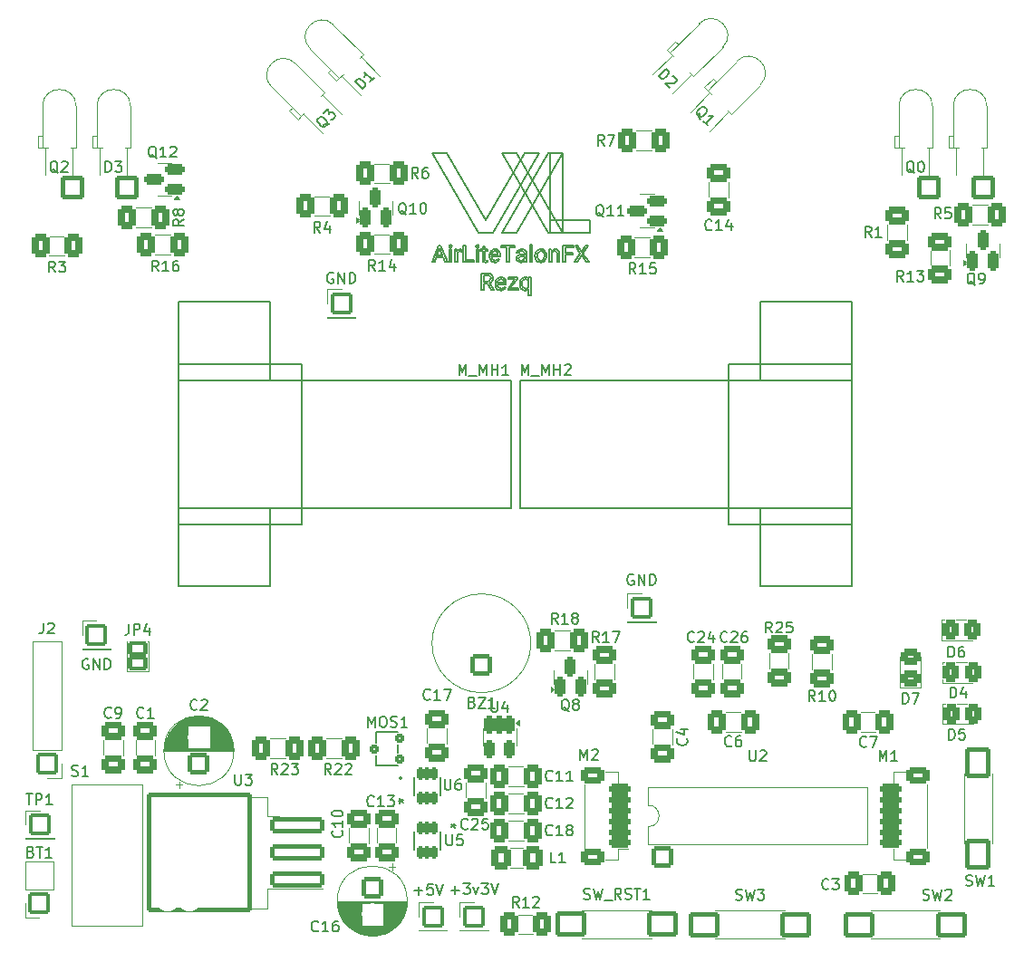
<source format=gto>
G04 #@! TF.GenerationSoftware,KiCad,Pcbnew,8.0.6*
G04 #@! TF.CreationDate,2025-01-13T14:26:01-08:00*
G04 #@! TF.ProjectId,rezq_rev2,72657a71-5f72-4657-9632-2e6b69636164,rev?*
G04 #@! TF.SameCoordinates,Original*
G04 #@! TF.FileFunction,Legend,Top*
G04 #@! TF.FilePolarity,Positive*
%FSLAX46Y46*%
G04 Gerber Fmt 4.6, Leading zero omitted, Abs format (unit mm)*
G04 Created by KiCad (PCBNEW 8.0.6) date 2025-01-13 14:26:01*
%MOMM*%
%LPD*%
G01*
G04 APERTURE LIST*
G04 Aperture macros list*
%AMRoundRect*
0 Rectangle with rounded corners*
0 $1 Rounding radius*
0 $2 $3 $4 $5 $6 $7 $8 $9 X,Y pos of 4 corners*
0 Add a 4 corners polygon primitive as box body*
4,1,4,$2,$3,$4,$5,$6,$7,$8,$9,$2,$3,0*
0 Add four circle primitives for the rounded corners*
1,1,$1+$1,$2,$3*
1,1,$1+$1,$4,$5*
1,1,$1+$1,$6,$7*
1,1,$1+$1,$8,$9*
0 Add four rect primitives between the rounded corners*
20,1,$1+$1,$2,$3,$4,$5,0*
20,1,$1+$1,$4,$5,$6,$7,0*
20,1,$1+$1,$6,$7,$8,$9,0*
20,1,$1+$1,$8,$9,$2,$3,0*%
G04 Aperture macros list end*
%ADD10C,0.150000*%
%ADD11C,0.120000*%
%ADD12C,0.152400*%
%ADD13RoundRect,0.325471X-0.774529X0.537029X-0.774529X-0.537029X0.774529X-0.537029X0.774529X0.537029X0*%
%ADD14RoundRect,0.250000X0.687500X0.250000X-0.687500X0.250000X-0.687500X-0.250000X0.687500X-0.250000X0*%
%ADD15RoundRect,0.200000X-0.850000X-0.850000X0.850000X-0.850000X0.850000X0.850000X-0.850000X0.850000X0*%
%ADD16RoundRect,0.200000X0.254000X-0.254000X0.254000X0.254000X-0.254000X0.254000X-0.254000X-0.254000X0*%
%ADD17RoundRect,0.250000X0.725000X-0.250000X0.725000X0.250000X-0.725000X0.250000X-0.725000X-0.250000X0*%
%ADD18RoundRect,0.333333X0.766667X-0.466667X0.766667X0.466667X-0.766667X0.466667X-0.766667X-0.466667X0*%
%ADD19C,2.600000*%
%ADD20C,2.584400*%
%ADD21RoundRect,0.200000X1.250000X1.000000X-1.250000X1.000000X-1.250000X-1.000000X1.250000X-1.000000X0*%
%ADD22RoundRect,0.326924X-0.523076X-0.748076X0.523076X-0.748076X0.523076X0.748076X-0.523076X0.748076X0*%
%ADD23C,3.400000*%
%ADD24RoundRect,0.326924X0.523076X0.748076X-0.523076X0.748076X-0.523076X-0.748076X0.523076X-0.748076X0*%
%ADD25RoundRect,0.336956X-0.438044X-0.563044X0.438044X-0.563044X0.438044X0.563044X-0.438044X0.563044X0*%
%ADD26RoundRect,0.200000X0.850000X0.850000X-0.850000X0.850000X-0.850000X-0.850000X0.850000X-0.850000X0*%
%ADD27O,2.100000X2.100000*%
%ADD28RoundRect,0.200000X0.750000X-0.500000X0.750000X0.500000X-0.750000X0.500000X-0.750000X-0.500000X0*%
%ADD29RoundRect,0.250000X0.250000X-0.687500X0.250000X0.687500X-0.250000X0.687500X-0.250000X-0.687500X0*%
%ADD30RoundRect,0.336956X0.563044X-0.438044X0.563044X0.438044X-0.563044X0.438044X-0.563044X-0.438044X0*%
%ADD31RoundRect,0.325471X0.774529X-0.537029X0.774529X0.537029X-0.774529X0.537029X-0.774529X-0.537029X0*%
%ADD32RoundRect,0.200000X1.272792X0.000000X0.000000X1.272792X-1.272792X0.000000X0.000000X-1.272792X0*%
%ADD33C,2.200000*%
%ADD34RoundRect,0.200000X0.000000X1.272792X-1.272792X0.000000X0.000000X-1.272792X1.272792X0.000000X0*%
%ADD35RoundRect,0.326924X-0.748076X0.523076X-0.748076X-0.523076X0.748076X-0.523076X0.748076X0.523076X0*%
%ADD36RoundRect,0.325471X-0.537029X-0.774529X0.537029X-0.774529X0.537029X0.774529X-0.537029X0.774529X0*%
%ADD37RoundRect,0.326924X0.748076X-0.523076X0.748076X0.523076X-0.748076X0.523076X-0.748076X-0.523076X0*%
%ADD38RoundRect,0.250000X-0.250000X0.612500X-0.250000X-0.612500X0.250000X-0.612500X0.250000X0.612500X0*%
%ADD39RoundRect,0.200000X0.900000X0.900000X-0.900000X0.900000X-0.900000X-0.900000X0.900000X-0.900000X0*%
%ADD40RoundRect,0.325471X0.537029X0.774529X-0.537029X0.774529X-0.537029X-0.774529X0.537029X-0.774529X0*%
%ADD41RoundRect,0.200000X-0.800000X0.800000X-0.800000X-0.800000X0.800000X-0.800000X0.800000X0.800000X0*%
%ADD42C,2.000000*%
%ADD43RoundRect,0.200000X-0.177800X0.425450X-0.177800X-0.425450X0.177800X-0.425450X0.177800X0.425450X0*%
%ADD44RoundRect,0.200000X0.800000X-0.800000X0.800000X0.800000X-0.800000X0.800000X-0.800000X-0.800000X0*%
%ADD45O,2.000000X2.000000*%
%ADD46RoundRect,0.200000X-1.000000X1.250000X-1.000000X-1.250000X1.000000X-1.250000X1.000000X1.250000X0*%
%ADD47RoundRect,0.320176X-0.592324X-0.754824X0.592324X-0.754824X0.592324X0.754824X-0.592324X0.754824X0*%
%ADD48RoundRect,0.250000X-0.725000X0.250000X-0.725000X-0.250000X0.725000X-0.250000X0.725000X0.250000X0*%
%ADD49RoundRect,0.333333X-0.766667X0.466667X-0.766667X-0.466667X0.766667X-0.466667X0.766667X0.466667X0*%
%ADD50RoundRect,0.200000X0.177800X-0.425450X0.177800X0.425450X-0.177800X0.425450X-0.177800X-0.425450X0*%
%ADD51RoundRect,0.200000X2.300000X0.550000X-2.300000X0.550000X-2.300000X-0.550000X2.300000X-0.550000X0*%
%ADD52C,1.924000*%
%ADD53RoundRect,0.200000X4.700000X5.400000X-4.700000X5.400000X-4.700000X-5.400000X4.700000X-5.400000X0*%
G04 APERTURE END LIST*
D10*
X194932341Y-123684269D02*
X194932341Y-125106534D01*
X196512636Y-123806908D02*
X196715166Y-123806908D01*
X197121627Y-124718994D02*
X197121627Y-124681852D01*
X203674068Y-124495790D02*
X203674068Y-125278579D01*
X199966508Y-124289756D02*
X199893291Y-124421320D01*
X199893274Y-124422207D01*
X204001535Y-115062000D02*
X199671408Y-122562000D01*
X196786296Y-125300654D02*
X196639740Y-125263416D01*
X196581664Y-125218486D01*
X193930553Y-124093884D02*
X194127477Y-124093884D01*
X194503104Y-124087226D02*
X194503104Y-124275390D01*
X194403591Y-124268032D02*
X194252504Y-124307366D01*
X194143892Y-124416828D01*
X194133083Y-124437624D01*
X193596449Y-123861570D02*
X193506747Y-123894508D01*
X197377242Y-124150123D02*
X197523944Y-124088201D01*
X197639515Y-124071809D01*
X200798703Y-126836799D02*
X200807463Y-126717663D01*
X197998498Y-124224057D02*
X198072538Y-124356367D01*
X198113377Y-124515630D01*
X198126568Y-124659777D01*
X204998922Y-123684269D02*
X204998922Y-123857365D01*
X200430785Y-125278579D02*
X200402403Y-125153838D01*
X199994890Y-127300025D02*
X200010593Y-127133986D01*
X200052929Y-126988948D01*
X200122960Y-126858173D01*
X200398899Y-124467058D02*
X200352807Y-124319490D01*
X200335477Y-124297991D01*
X198495537Y-127201563D02*
X198495537Y-127186145D01*
X200514880Y-127759046D02*
X200670629Y-127715289D01*
X200781006Y-127613691D01*
X200790994Y-127598914D01*
X196106349Y-123696182D02*
X196137009Y-123779402D01*
X205140483Y-123684269D02*
X205386813Y-123684269D01*
X194413402Y-124071809D02*
X194503104Y-124087226D01*
X200481242Y-124174300D02*
X200570349Y-124308533D01*
X200601762Y-124455677D01*
X200601779Y-124456195D01*
X195913806Y-124093884D02*
X196116336Y-124093884D01*
X201668565Y-124147320D02*
X201810424Y-124090244D01*
X201947307Y-124071809D01*
X192167351Y-124862307D02*
X192017381Y-125278579D01*
X201815895Y-115062000D02*
X197485768Y-122562000D01*
X201949409Y-125300654D02*
X201786862Y-125274456D01*
X201651665Y-125208972D01*
X201559066Y-125132989D01*
X198126568Y-124659777D02*
X198126568Y-124744222D01*
X202192936Y-124359310D02*
X202064512Y-124263588D01*
X201947307Y-124238248D01*
X196605491Y-127085581D02*
X196928558Y-127085581D01*
X196715166Y-124984946D02*
X196744774Y-125091992D01*
X193606435Y-125278579D02*
X193403905Y-125278579D01*
X196605491Y-127257276D02*
X196605491Y-127902359D01*
X203471538Y-124494389D02*
X203439172Y-124346135D01*
X203413021Y-124305174D01*
X197177691Y-127004464D02*
X197256326Y-126874055D01*
X197270196Y-126787743D01*
X196792947Y-121362000D02*
X200430254Y-115062000D01*
X200398899Y-124703576D02*
X200240168Y-124703576D01*
X198773052Y-125278579D02*
X198773052Y-123857365D01*
X193506747Y-123662194D02*
X193596449Y-123696182D01*
X196715166Y-123806908D02*
X196715166Y-124093884D01*
X196980066Y-127257276D02*
X196605491Y-127257276D01*
X197325909Y-127902359D02*
X196980066Y-127257276D01*
X200466876Y-126695588D02*
X200622495Y-126722814D01*
X200756938Y-126798212D01*
X200798703Y-126836799D01*
X200807463Y-126717663D02*
X200993524Y-126717663D01*
X197551565Y-127889044D02*
X197551565Y-127902359D01*
X198569997Y-126847836D02*
X198644037Y-126980146D01*
X198684876Y-127139409D01*
X198698067Y-127283556D01*
X198981890Y-125278579D02*
X198773052Y-125278579D01*
X194721051Y-123684269D02*
X194932341Y-123684269D01*
X202488321Y-124685005D02*
X202488321Y-124699371D01*
X199689343Y-124422207D02*
X199735179Y-124277059D01*
X199752414Y-124250862D01*
X194127477Y-124093884D02*
X194130631Y-124230539D01*
X197182071Y-126561036D02*
X197041933Y-126495800D01*
X196927507Y-126481145D01*
X197481486Y-126787743D02*
X197452453Y-126945401D01*
X197401069Y-127047213D01*
X200283968Y-126978710D02*
X200221880Y-127124651D01*
X200199345Y-127276640D01*
X200197420Y-127323151D01*
X200275383Y-125074823D02*
X200384996Y-124970295D01*
X200398899Y-124946752D01*
X205896992Y-124474766D02*
X206412778Y-125278579D01*
X197844148Y-127766054D02*
X197756838Y-127633099D01*
X197708680Y-127479135D01*
X197693126Y-127342773D01*
X197336421Y-126430688D02*
X197427622Y-126552987D01*
X197473836Y-126707105D01*
X197481486Y-126787743D01*
X196928558Y-127085581D02*
X197085797Y-127056295D01*
X197177691Y-127004464D01*
X200122960Y-126858173D02*
X200245094Y-126755957D01*
X200391827Y-126704161D01*
X200466876Y-126695588D01*
X197693126Y-127305631D02*
X197708729Y-127154511D01*
X197752152Y-127009636D01*
X197760402Y-126990799D01*
X191770000Y-115062000D02*
X193155641Y-115062000D01*
X201947307Y-124238248D02*
X201795521Y-124281321D01*
X201705357Y-124357558D01*
X199777643Y-125201492D02*
X199688986Y-125068057D01*
X199665516Y-124949906D01*
X199494522Y-123684269D02*
X199494522Y-123857365D01*
X197639515Y-124071809D02*
X197793022Y-124095597D01*
X197936779Y-124169091D01*
X197998498Y-124224057D01*
X199752414Y-124250862D02*
X199867907Y-124150340D01*
X199923233Y-124119989D01*
X199806201Y-124662580D02*
X199943831Y-124598254D01*
X200100449Y-124567123D01*
X200201975Y-124560264D01*
X200398899Y-124946752D02*
X200398899Y-124703576D01*
X197270196Y-126787743D02*
X197234352Y-126634125D01*
X197182071Y-126561036D01*
X197902314Y-127201563D02*
X198495537Y-127201563D01*
X205645056Y-124474766D02*
X205140483Y-123684269D01*
X192231124Y-124689560D02*
X192773189Y-124689560D01*
X193930553Y-125278579D02*
X193930553Y-124093884D01*
X205377002Y-125278579D02*
X205128219Y-125278579D01*
X195688149Y-125278579D02*
X194721051Y-125278579D01*
X196512636Y-124250512D02*
X196296790Y-124250512D01*
X201409446Y-124675194D02*
X201425334Y-124525371D01*
X201469549Y-124380818D01*
X201477949Y-124361938D01*
X196296790Y-124093884D02*
X196512636Y-124093884D01*
X204890649Y-124574630D02*
X204221389Y-124574630D01*
X203471538Y-125278579D02*
X203471538Y-124494389D01*
X197272649Y-125142274D02*
X197185339Y-125009320D01*
X197137181Y-124855355D01*
X197121627Y-124718994D01*
X204221389Y-123857365D02*
X204221389Y-124402584D01*
X196137009Y-123779402D02*
X196106349Y-123861570D01*
X197924038Y-124562366D02*
X197890230Y-124409786D01*
X197840819Y-124323219D01*
X202488321Y-124699371D02*
X202470176Y-124861079D01*
X202423562Y-125006286D01*
X202421921Y-125009824D01*
X196512636Y-124093884D02*
X196512636Y-123806908D01*
X198247105Y-127759046D02*
X198394715Y-127731058D01*
X198428786Y-127715246D01*
X195688149Y-125106534D02*
X195688149Y-125278579D01*
X192017381Y-125278579D02*
X191800835Y-125278579D01*
X196116336Y-125278579D02*
X195913806Y-125278579D01*
X196715166Y-124093884D02*
X196936267Y-124093884D01*
X204001535Y-122562000D02*
X202615895Y-122562000D01*
X196100127Y-122562000D02*
X191770000Y-115062000D01*
X198285768Y-115062000D02*
X199671408Y-115062000D01*
X201705357Y-124357558D02*
X201639373Y-124503948D01*
X201615424Y-124653816D01*
X201613378Y-124699371D01*
X199783600Y-126860976D02*
X199123100Y-127736971D01*
X193417571Y-123696182D02*
X193506747Y-123662194D01*
X202940335Y-124242803D02*
X203053152Y-124143947D01*
X203194827Y-124086128D01*
X203295288Y-124071809D01*
X202944890Y-125278579D02*
X202742360Y-125278579D01*
X197401069Y-127047213D02*
X197285620Y-127154356D01*
X197176990Y-127212425D01*
X206153133Y-123684269D02*
X206400514Y-123684269D01*
X194133083Y-125278579D02*
X193930553Y-125278579D01*
X193596449Y-123696182D02*
X193627109Y-123779402D01*
X202615895Y-115062000D02*
X204001535Y-115062000D01*
X198428786Y-127715246D02*
X198544034Y-127617073D01*
X198559310Y-127598914D01*
X201559066Y-125132989D02*
X201472566Y-124992969D01*
X201428148Y-124848399D01*
X201409569Y-124696514D01*
X201409446Y-124689560D01*
X200201975Y-124560264D02*
X200398899Y-124560264D01*
X198885530Y-126885154D02*
X198885530Y-126717663D01*
X199994890Y-127314391D02*
X199994890Y-127300025D01*
X197675606Y-125135266D02*
X197823216Y-125107279D01*
X197857287Y-125091467D01*
X202801535Y-115062000D02*
X204001535Y-115062000D01*
X201949409Y-125135266D02*
X202094923Y-125096961D01*
X202194688Y-125014204D01*
X192773189Y-124689560D02*
X192501631Y-123943914D01*
X198875719Y-127902359D02*
X198875719Y-127753440D01*
X197857287Y-125091467D02*
X197972535Y-124993294D01*
X197987811Y-124975135D01*
X192501631Y-123943914D02*
X192231124Y-124689560D01*
X197760402Y-126990799D02*
X197849558Y-126861270D01*
X197948741Y-126773902D01*
X202933677Y-124093884D02*
X202940335Y-124242803D01*
X197895656Y-127368002D02*
X197925481Y-127523175D01*
X197997972Y-127651123D01*
X195927471Y-123861570D02*
X195897337Y-123779577D01*
X201477949Y-124361938D02*
X201568364Y-124232900D01*
X201668565Y-124147320D01*
X196941873Y-125114243D02*
X196941873Y-125278579D01*
X196394201Y-127902359D02*
X196394201Y-126308048D01*
X196116336Y-124093884D02*
X196116336Y-125278579D01*
X193203478Y-125278579D02*
X192987633Y-125278579D01*
X200517333Y-126862027D02*
X200370001Y-126904152D01*
X200283968Y-126978710D01*
X200790994Y-127598914D02*
X200790994Y-127018655D01*
X204011151Y-123684269D02*
X204998922Y-123684269D01*
X195897337Y-123779577D02*
X195927471Y-123696182D01*
X196936267Y-124250512D02*
X196715166Y-124250512D01*
X204001535Y-122562000D02*
X206551535Y-122562000D01*
X202742360Y-124093884D02*
X202933677Y-124093884D01*
X200993524Y-128357876D02*
X200790994Y-128357876D01*
X197188903Y-124367019D02*
X197278059Y-124237491D01*
X197377242Y-124150123D01*
X199529561Y-126885154D02*
X198885530Y-126885154D01*
X198683000Y-127695274D02*
X198568570Y-127815161D01*
X198421432Y-127890075D01*
X198274322Y-127922035D01*
X198236243Y-127924434D01*
X205771199Y-124295363D02*
X206153133Y-123684269D01*
X197840819Y-124323219D02*
X197704668Y-124246999D01*
X197639515Y-124238248D01*
X201613378Y-124699371D02*
X201634589Y-124860017D01*
X201693617Y-124999068D01*
X201704832Y-125015781D01*
X193506747Y-123894508D02*
X193417571Y-123861570D01*
X196744774Y-125091992D02*
X196845514Y-125127558D01*
X196936267Y-124093884D02*
X196936267Y-124250512D01*
X200402403Y-125153838D02*
X200275790Y-125246140D01*
X200124323Y-125294690D01*
X200064969Y-125300654D01*
X200790994Y-128357876D02*
X200790994Y-127792684D01*
X199868046Y-124921524D02*
X199923691Y-125062871D01*
X199931468Y-125070443D01*
X202232356Y-125223917D02*
X202088704Y-125281919D01*
X201949409Y-125300654D01*
X192593435Y-123684269D02*
X193203478Y-125278579D01*
X196106349Y-123861570D02*
X196016647Y-123894508D01*
X200464773Y-127924434D02*
X200305142Y-127892207D01*
X200174118Y-127810178D01*
X200122435Y-127757294D01*
X203060696Y-124296414D02*
X202959212Y-124408973D01*
X202944890Y-124434471D01*
X198875719Y-127753440D02*
X199529561Y-126885154D01*
X199123100Y-127736971D02*
X199816187Y-127736971D01*
X193387437Y-123779577D02*
X193417571Y-123696182D01*
X196605491Y-127902359D02*
X196394201Y-127902359D01*
X197176990Y-127212425D02*
X197551565Y-127889044D01*
X198005155Y-126951379D02*
X197928766Y-127090244D01*
X197902314Y-127201563D01*
X192409476Y-123684269D02*
X192593435Y-123684269D01*
X199923233Y-124119989D02*
X200073421Y-124079032D01*
X200160278Y-124071809D01*
X200160278Y-124071809D02*
X200311511Y-124091570D01*
X200454319Y-124154538D01*
X200481242Y-124174300D01*
X200430254Y-115062000D02*
X201815895Y-115062000D01*
X198559310Y-127598914D02*
X198683000Y-127695274D01*
X198211014Y-126862027D02*
X198062094Y-126906703D01*
X198005155Y-126951379D01*
X196016647Y-123894508D02*
X195927471Y-123861570D01*
X197485768Y-122562000D02*
X196100127Y-122562000D01*
X206412778Y-125278579D02*
X206162944Y-125278579D01*
X200643126Y-125278579D02*
X200430785Y-125278579D01*
X199671408Y-122562000D02*
X198285768Y-122562000D01*
X196016647Y-123662194D02*
X196106349Y-123696182D01*
X199671408Y-115062000D02*
X204001535Y-122562000D01*
X196927507Y-126481145D02*
X196605491Y-126481145D01*
X201139289Y-123596669D02*
X201139289Y-125278579D01*
X198285768Y-122562000D02*
X202615895Y-115062000D01*
X204001535Y-122562000D02*
X202801535Y-122562000D01*
X202615895Y-122562000D02*
X198285768Y-115062000D01*
X197551565Y-127902359D02*
X197325909Y-127902359D01*
X193155641Y-115062000D02*
X196792947Y-121362000D01*
X202742360Y-125278579D02*
X202742360Y-124093884D01*
X200993524Y-126717663D02*
X200993524Y-128357876D01*
X200283443Y-127642889D02*
X200403957Y-127734732D01*
X200514880Y-127759046D01*
X200335477Y-124297991D02*
X200197271Y-124239311D01*
X200148364Y-124235094D01*
X193403905Y-125278579D02*
X193403905Y-124093884D01*
X198126568Y-124744222D02*
X197324157Y-124744222D01*
X206162944Y-125278579D02*
X205771199Y-124656623D01*
X201139289Y-125278579D02*
X200936759Y-125278579D01*
X197121627Y-124681852D02*
X197137230Y-124530732D01*
X197180653Y-124385856D01*
X197188903Y-124367019D01*
X199665516Y-124949906D02*
X199698145Y-124801284D01*
X199788950Y-124677062D01*
X199806201Y-124662580D01*
X203295288Y-124071809D02*
X203445490Y-124099627D01*
X203580206Y-124205959D01*
X203647744Y-124342723D01*
X203673940Y-124491028D01*
X203674068Y-124495790D01*
X195913806Y-125278579D02*
X195913806Y-124093884D01*
X199783600Y-126717663D02*
X199783600Y-126860976D01*
X202194688Y-125014204D02*
X202259792Y-124867801D01*
X202284022Y-124711139D01*
X202285441Y-124675194D01*
X198236243Y-127924434D02*
X198073275Y-127899687D01*
X197925761Y-127830473D01*
X197844148Y-127766054D01*
X204890649Y-124402584D02*
X204890649Y-124574630D01*
X197433656Y-124327599D02*
X197357267Y-124466464D01*
X197330815Y-124577783D01*
X198261471Y-123857365D02*
X198261471Y-123684269D01*
X203413021Y-124305174D02*
X203269526Y-124246344D01*
X203233968Y-124243854D01*
X197324157Y-124744222D02*
X197353982Y-124899396D01*
X197426473Y-125027344D01*
X199816187Y-127902359D02*
X198875719Y-127902359D01*
X202801535Y-122562000D02*
X202801535Y-115062000D01*
X198698067Y-127368002D02*
X197895656Y-127368002D01*
X200601779Y-124456195D02*
X200601779Y-125001414D01*
X205386813Y-123684269D02*
X205771199Y-124295363D01*
X197664744Y-125300654D02*
X197501776Y-125275907D01*
X197354262Y-125206693D01*
X197272649Y-125142274D01*
X201704832Y-125015781D02*
X201832423Y-125110255D01*
X201949409Y-125135266D01*
X191800835Y-125278579D02*
X192409476Y-123684269D01*
X206400514Y-123684269D02*
X205896992Y-124474766D01*
X196581664Y-125218486D02*
X196522985Y-125080038D01*
X196512636Y-124984946D01*
X194932341Y-125106534D02*
X195688149Y-125106534D01*
X196605491Y-126481145D02*
X196605491Y-127085581D01*
X194130631Y-124230539D02*
X194240465Y-124123388D01*
X194383262Y-124074289D01*
X194413402Y-124071809D01*
X195927471Y-123696182D02*
X196016647Y-123662194D01*
X200936759Y-123596669D02*
X201139289Y-123596669D01*
X200064969Y-125300654D02*
X199908646Y-125273557D01*
X199777643Y-125201492D01*
X198773052Y-123857365D02*
X198261471Y-123857365D01*
X194503104Y-124275390D02*
X194403591Y-124268032D01*
X202285441Y-124675194D02*
X202263985Y-124515601D01*
X202204278Y-124376193D01*
X202192936Y-124359310D01*
X193627109Y-123779402D02*
X193596449Y-123861570D01*
X198495537Y-127186145D02*
X198461729Y-127033565D01*
X198412318Y-126946999D01*
X206551535Y-121362000D02*
X202801535Y-121362000D01*
X193606435Y-124093884D02*
X193606435Y-125278579D01*
X200601779Y-125001414D02*
X200614861Y-125155323D01*
X200643126Y-125261059D01*
X196512636Y-124984946D02*
X196512636Y-124250512D01*
X204001535Y-122562000D02*
X204001535Y-115062000D01*
X198211014Y-126695588D02*
X198364521Y-126719376D01*
X198508278Y-126792870D01*
X198569997Y-126847836D01*
X200122435Y-127757294D02*
X200048698Y-127617578D01*
X200008026Y-127456577D01*
X199994890Y-127314391D01*
X196394201Y-126308048D02*
X196921900Y-126308048D01*
X197948741Y-126773902D02*
X198095443Y-126711980D01*
X198211014Y-126695588D01*
X201947307Y-124071809D02*
X202110460Y-124097979D01*
X202245993Y-124163394D01*
X202338701Y-124239299D01*
X202944890Y-124434471D02*
X202944890Y-125278579D01*
X200094753Y-125124054D02*
X200243360Y-125090399D01*
X200275383Y-125074823D01*
X194721051Y-125278579D02*
X194721051Y-123684269D01*
X200790994Y-127792684D02*
X200660989Y-127881621D01*
X200515733Y-127920413D01*
X200464773Y-127924434D01*
X197987811Y-124975135D02*
X198111501Y-125071494D01*
X200936759Y-125278579D02*
X200936759Y-123596669D01*
X204221389Y-124574630D02*
X204221389Y-125278579D01*
X201409446Y-124689560D02*
X201409446Y-124675194D01*
X203674068Y-125278579D02*
X203471538Y-125278579D01*
X199893274Y-124422207D02*
X199689343Y-124422207D01*
X202338701Y-124239299D02*
X202425200Y-124379600D01*
X202469618Y-124524960D01*
X202488197Y-124677989D01*
X202488321Y-124685005D01*
X199816187Y-127736971D02*
X199816187Y-127902359D01*
X197426473Y-125027344D02*
X197558570Y-125112675D01*
X197675606Y-125135266D01*
X200197420Y-127323151D02*
X200214006Y-127473537D01*
X200266856Y-127615963D01*
X200283443Y-127642889D01*
X196921900Y-126308048D02*
X197080657Y-126323086D01*
X197230206Y-126369368D01*
X197336421Y-126430688D01*
X198885530Y-126717663D02*
X199783600Y-126717663D01*
X204221389Y-124402584D02*
X204890649Y-124402584D01*
X204998922Y-123857365D02*
X204221389Y-123857365D01*
X193403905Y-124093884D02*
X193606435Y-124093884D01*
X200398899Y-124560264D02*
X200398899Y-124467058D01*
X204011151Y-125278579D02*
X204011151Y-123684269D01*
X197330815Y-124577783D02*
X197924038Y-124577783D01*
X194133083Y-124437624D02*
X194133083Y-125278579D01*
X206551535Y-122562000D02*
X206551535Y-121362000D01*
X202421921Y-125009824D02*
X202332761Y-125137925D01*
X202232356Y-125223917D01*
X192987633Y-125278579D02*
X192835560Y-124862307D01*
X198412318Y-126946999D02*
X198276167Y-126870778D01*
X198211014Y-126862027D01*
X198261471Y-123684269D02*
X199494522Y-123684269D01*
X205771199Y-124656623D02*
X205377002Y-125278579D01*
X199931468Y-125070443D02*
X200074087Y-125122861D01*
X200094753Y-125124054D01*
X198111501Y-125071494D02*
X197997071Y-125191381D01*
X197849933Y-125266295D01*
X197702823Y-125298255D01*
X197664744Y-125300654D01*
X197997972Y-127651123D02*
X198130069Y-127736455D01*
X198247105Y-127759046D01*
X196845514Y-125127558D02*
X196941873Y-125114243D01*
X200643126Y-125261059D02*
X200643126Y-125278579D01*
X200148364Y-124235094D02*
X200000229Y-124270021D01*
X199966508Y-124289756D01*
X197924038Y-124577783D02*
X197924038Y-124562366D01*
X196941873Y-125278579D02*
X196791566Y-125300569D01*
X196786296Y-125300654D01*
X198981890Y-123857365D02*
X198981890Y-125278579D01*
X192835560Y-124862307D02*
X192167351Y-124862307D01*
X203233968Y-124243854D02*
X203085056Y-124282051D01*
X203060696Y-124296414D01*
X197639515Y-124238248D02*
X197490595Y-124282923D01*
X197433656Y-124327599D01*
X193417571Y-123861570D02*
X193387437Y-123779577D01*
X198698067Y-127283556D02*
X198698067Y-127368002D01*
X197693126Y-127342773D02*
X197693126Y-127305631D01*
X199494522Y-123857365D02*
X198981890Y-123857365D01*
X196715166Y-124250512D02*
X196715166Y-124984946D01*
X200790994Y-127018655D02*
X200673419Y-126906293D01*
X200529333Y-126862624D01*
X200517333Y-126862027D01*
X205128219Y-125278579D02*
X205645056Y-124474766D01*
X204221389Y-125278579D02*
X204011151Y-125278579D01*
X196296790Y-124250512D02*
X196296790Y-124093884D01*
X200240168Y-124703576D02*
X200067643Y-124723689D01*
X199923839Y-124802346D01*
X199868046Y-124921524D01*
X154302285Y-180405009D02*
X154445142Y-180452628D01*
X154445142Y-180452628D02*
X154492761Y-180500247D01*
X154492761Y-180500247D02*
X154540380Y-180595485D01*
X154540380Y-180595485D02*
X154540380Y-180738342D01*
X154540380Y-180738342D02*
X154492761Y-180833580D01*
X154492761Y-180833580D02*
X154445142Y-180881200D01*
X154445142Y-180881200D02*
X154349904Y-180928819D01*
X154349904Y-180928819D02*
X153968952Y-180928819D01*
X153968952Y-180928819D02*
X153968952Y-179928819D01*
X153968952Y-179928819D02*
X154302285Y-179928819D01*
X154302285Y-179928819D02*
X154397523Y-179976438D01*
X154397523Y-179976438D02*
X154445142Y-180024057D01*
X154445142Y-180024057D02*
X154492761Y-180119295D01*
X154492761Y-180119295D02*
X154492761Y-180214533D01*
X154492761Y-180214533D02*
X154445142Y-180309771D01*
X154445142Y-180309771D02*
X154397523Y-180357390D01*
X154397523Y-180357390D02*
X154302285Y-180405009D01*
X154302285Y-180405009D02*
X153968952Y-180405009D01*
X154826095Y-179928819D02*
X155397523Y-179928819D01*
X155111809Y-180928819D02*
X155111809Y-179928819D01*
X156254666Y-180928819D02*
X155683238Y-180928819D01*
X155968952Y-180928819D02*
X155968952Y-179928819D01*
X155968952Y-179928819D02*
X155873714Y-180071676D01*
X155873714Y-180071676D02*
X155778476Y-180166914D01*
X155778476Y-180166914D02*
X155683238Y-180214533D01*
X217921442Y-122204180D02*
X217873823Y-122251800D01*
X217873823Y-122251800D02*
X217730966Y-122299419D01*
X217730966Y-122299419D02*
X217635728Y-122299419D01*
X217635728Y-122299419D02*
X217492871Y-122251800D01*
X217492871Y-122251800D02*
X217397633Y-122156561D01*
X217397633Y-122156561D02*
X217350014Y-122061323D01*
X217350014Y-122061323D02*
X217302395Y-121870847D01*
X217302395Y-121870847D02*
X217302395Y-121727990D01*
X217302395Y-121727990D02*
X217350014Y-121537514D01*
X217350014Y-121537514D02*
X217397633Y-121442276D01*
X217397633Y-121442276D02*
X217492871Y-121347038D01*
X217492871Y-121347038D02*
X217635728Y-121299419D01*
X217635728Y-121299419D02*
X217730966Y-121299419D01*
X217730966Y-121299419D02*
X217873823Y-121347038D01*
X217873823Y-121347038D02*
X217921442Y-121394657D01*
X218873823Y-122299419D02*
X218302395Y-122299419D01*
X218588109Y-122299419D02*
X218588109Y-121299419D01*
X218588109Y-121299419D02*
X218492871Y-121442276D01*
X218492871Y-121442276D02*
X218397633Y-121537514D01*
X218397633Y-121537514D02*
X218302395Y-121585133D01*
X219730966Y-121632752D02*
X219730966Y-122299419D01*
X219492871Y-121251800D02*
X219254776Y-121966085D01*
X219254776Y-121966085D02*
X219873823Y-121966085D01*
X216257142Y-160709580D02*
X216209523Y-160757200D01*
X216209523Y-160757200D02*
X216066666Y-160804819D01*
X216066666Y-160804819D02*
X215971428Y-160804819D01*
X215971428Y-160804819D02*
X215828571Y-160757200D01*
X215828571Y-160757200D02*
X215733333Y-160661961D01*
X215733333Y-160661961D02*
X215685714Y-160566723D01*
X215685714Y-160566723D02*
X215638095Y-160376247D01*
X215638095Y-160376247D02*
X215638095Y-160233390D01*
X215638095Y-160233390D02*
X215685714Y-160042914D01*
X215685714Y-160042914D02*
X215733333Y-159947676D01*
X215733333Y-159947676D02*
X215828571Y-159852438D01*
X215828571Y-159852438D02*
X215971428Y-159804819D01*
X215971428Y-159804819D02*
X216066666Y-159804819D01*
X216066666Y-159804819D02*
X216209523Y-159852438D01*
X216209523Y-159852438D02*
X216257142Y-159900057D01*
X216638095Y-159900057D02*
X216685714Y-159852438D01*
X216685714Y-159852438D02*
X216780952Y-159804819D01*
X216780952Y-159804819D02*
X217019047Y-159804819D01*
X217019047Y-159804819D02*
X217114285Y-159852438D01*
X217114285Y-159852438D02*
X217161904Y-159900057D01*
X217161904Y-159900057D02*
X217209523Y-159995295D01*
X217209523Y-159995295D02*
X217209523Y-160090533D01*
X217209523Y-160090533D02*
X217161904Y-160233390D01*
X217161904Y-160233390D02*
X216590476Y-160804819D01*
X216590476Y-160804819D02*
X217209523Y-160804819D01*
X218066666Y-160138152D02*
X218066666Y-160804819D01*
X217828571Y-159757200D02*
X217590476Y-160471485D01*
X217590476Y-160471485D02*
X218209523Y-160471485D01*
X207832871Y-121036357D02*
X207737633Y-120988738D01*
X207737633Y-120988738D02*
X207642395Y-120893500D01*
X207642395Y-120893500D02*
X207499538Y-120750642D01*
X207499538Y-120750642D02*
X207404300Y-120703023D01*
X207404300Y-120703023D02*
X207309062Y-120703023D01*
X207356681Y-120941119D02*
X207261443Y-120893500D01*
X207261443Y-120893500D02*
X207166205Y-120798261D01*
X207166205Y-120798261D02*
X207118586Y-120607785D01*
X207118586Y-120607785D02*
X207118586Y-120274452D01*
X207118586Y-120274452D02*
X207166205Y-120083976D01*
X207166205Y-120083976D02*
X207261443Y-119988738D01*
X207261443Y-119988738D02*
X207356681Y-119941119D01*
X207356681Y-119941119D02*
X207547157Y-119941119D01*
X207547157Y-119941119D02*
X207642395Y-119988738D01*
X207642395Y-119988738D02*
X207737633Y-120083976D01*
X207737633Y-120083976D02*
X207785252Y-120274452D01*
X207785252Y-120274452D02*
X207785252Y-120607785D01*
X207785252Y-120607785D02*
X207737633Y-120798261D01*
X207737633Y-120798261D02*
X207642395Y-120893500D01*
X207642395Y-120893500D02*
X207547157Y-120941119D01*
X207547157Y-120941119D02*
X207356681Y-120941119D01*
X208737633Y-120941119D02*
X208166205Y-120941119D01*
X208451919Y-120941119D02*
X208451919Y-119941119D01*
X208451919Y-119941119D02*
X208356681Y-120083976D01*
X208356681Y-120083976D02*
X208261443Y-120179214D01*
X208261443Y-120179214D02*
X208166205Y-120226833D01*
X209690014Y-120941119D02*
X209118586Y-120941119D01*
X209404300Y-120941119D02*
X209404300Y-119941119D01*
X209404300Y-119941119D02*
X209309062Y-120083976D01*
X209309062Y-120083976D02*
X209213824Y-120179214D01*
X209213824Y-120179214D02*
X209118586Y-120226833D01*
X164831333Y-167801580D02*
X164783714Y-167849200D01*
X164783714Y-167849200D02*
X164640857Y-167896819D01*
X164640857Y-167896819D02*
X164545619Y-167896819D01*
X164545619Y-167896819D02*
X164402762Y-167849200D01*
X164402762Y-167849200D02*
X164307524Y-167753961D01*
X164307524Y-167753961D02*
X164259905Y-167658723D01*
X164259905Y-167658723D02*
X164212286Y-167468247D01*
X164212286Y-167468247D02*
X164212286Y-167325390D01*
X164212286Y-167325390D02*
X164259905Y-167134914D01*
X164259905Y-167134914D02*
X164307524Y-167039676D01*
X164307524Y-167039676D02*
X164402762Y-166944438D01*
X164402762Y-166944438D02*
X164545619Y-166896819D01*
X164545619Y-166896819D02*
X164640857Y-166896819D01*
X164640857Y-166896819D02*
X164783714Y-166944438D01*
X164783714Y-166944438D02*
X164831333Y-166992057D01*
X165783714Y-167896819D02*
X165212286Y-167896819D01*
X165498000Y-167896819D02*
X165498000Y-166896819D01*
X165498000Y-166896819D02*
X165402762Y-167039676D01*
X165402762Y-167039676D02*
X165307524Y-167134914D01*
X165307524Y-167134914D02*
X165212286Y-167182533D01*
X193557143Y-183963866D02*
X194319048Y-183963866D01*
X193938095Y-184344819D02*
X193938095Y-183582914D01*
X194700000Y-183344819D02*
X195319047Y-183344819D01*
X195319047Y-183344819D02*
X194985714Y-183725771D01*
X194985714Y-183725771D02*
X195128571Y-183725771D01*
X195128571Y-183725771D02*
X195223809Y-183773390D01*
X195223809Y-183773390D02*
X195271428Y-183821009D01*
X195271428Y-183821009D02*
X195319047Y-183916247D01*
X195319047Y-183916247D02*
X195319047Y-184154342D01*
X195319047Y-184154342D02*
X195271428Y-184249580D01*
X195271428Y-184249580D02*
X195223809Y-184297200D01*
X195223809Y-184297200D02*
X195128571Y-184344819D01*
X195128571Y-184344819D02*
X194842857Y-184344819D01*
X194842857Y-184344819D02*
X194747619Y-184297200D01*
X194747619Y-184297200D02*
X194700000Y-184249580D01*
X195652381Y-183678152D02*
X195890476Y-184344819D01*
X195890476Y-184344819D02*
X196128571Y-183678152D01*
X196414286Y-183344819D02*
X197033333Y-183344819D01*
X197033333Y-183344819D02*
X196700000Y-183725771D01*
X196700000Y-183725771D02*
X196842857Y-183725771D01*
X196842857Y-183725771D02*
X196938095Y-183773390D01*
X196938095Y-183773390D02*
X196985714Y-183821009D01*
X196985714Y-183821009D02*
X197033333Y-183916247D01*
X197033333Y-183916247D02*
X197033333Y-184154342D01*
X197033333Y-184154342D02*
X196985714Y-184249580D01*
X196985714Y-184249580D02*
X196938095Y-184297200D01*
X196938095Y-184297200D02*
X196842857Y-184344819D01*
X196842857Y-184344819D02*
X196557143Y-184344819D01*
X196557143Y-184344819D02*
X196461905Y-184297200D01*
X196461905Y-184297200D02*
X196414286Y-184249580D01*
X197319048Y-183344819D02*
X197652381Y-184344819D01*
X197652381Y-184344819D02*
X197985714Y-183344819D01*
X185790476Y-168736819D02*
X185790476Y-167736819D01*
X185790476Y-167736819D02*
X186123809Y-168451104D01*
X186123809Y-168451104D02*
X186457142Y-167736819D01*
X186457142Y-167736819D02*
X186457142Y-168736819D01*
X187123809Y-167736819D02*
X187314285Y-167736819D01*
X187314285Y-167736819D02*
X187409523Y-167784438D01*
X187409523Y-167784438D02*
X187504761Y-167879676D01*
X187504761Y-167879676D02*
X187552380Y-168070152D01*
X187552380Y-168070152D02*
X187552380Y-168403485D01*
X187552380Y-168403485D02*
X187504761Y-168593961D01*
X187504761Y-168593961D02*
X187409523Y-168689200D01*
X187409523Y-168689200D02*
X187314285Y-168736819D01*
X187314285Y-168736819D02*
X187123809Y-168736819D01*
X187123809Y-168736819D02*
X187028571Y-168689200D01*
X187028571Y-168689200D02*
X186933333Y-168593961D01*
X186933333Y-168593961D02*
X186885714Y-168403485D01*
X186885714Y-168403485D02*
X186885714Y-168070152D01*
X186885714Y-168070152D02*
X186933333Y-167879676D01*
X186933333Y-167879676D02*
X187028571Y-167784438D01*
X187028571Y-167784438D02*
X187123809Y-167736819D01*
X187933333Y-168689200D02*
X188076190Y-168736819D01*
X188076190Y-168736819D02*
X188314285Y-168736819D01*
X188314285Y-168736819D02*
X188409523Y-168689200D01*
X188409523Y-168689200D02*
X188457142Y-168641580D01*
X188457142Y-168641580D02*
X188504761Y-168546342D01*
X188504761Y-168546342D02*
X188504761Y-168451104D01*
X188504761Y-168451104D02*
X188457142Y-168355866D01*
X188457142Y-168355866D02*
X188409523Y-168308247D01*
X188409523Y-168308247D02*
X188314285Y-168260628D01*
X188314285Y-168260628D02*
X188123809Y-168213009D01*
X188123809Y-168213009D02*
X188028571Y-168165390D01*
X188028571Y-168165390D02*
X187980952Y-168117771D01*
X187980952Y-168117771D02*
X187933333Y-168022533D01*
X187933333Y-168022533D02*
X187933333Y-167927295D01*
X187933333Y-167927295D02*
X187980952Y-167832057D01*
X187980952Y-167832057D02*
X188028571Y-167784438D01*
X188028571Y-167784438D02*
X188123809Y-167736819D01*
X188123809Y-167736819D02*
X188361904Y-167736819D01*
X188361904Y-167736819D02*
X188504761Y-167784438D01*
X189457142Y-168736819D02*
X188885714Y-168736819D01*
X189171428Y-168736819D02*
X189171428Y-167736819D01*
X189171428Y-167736819D02*
X189076190Y-167879676D01*
X189076190Y-167879676D02*
X188980952Y-167974914D01*
X188980952Y-167974914D02*
X188885714Y-168022533D01*
X205615476Y-171804819D02*
X205615476Y-170804819D01*
X205615476Y-170804819D02*
X205948809Y-171519104D01*
X205948809Y-171519104D02*
X206282142Y-170804819D01*
X206282142Y-170804819D02*
X206282142Y-171804819D01*
X206710714Y-170900057D02*
X206758333Y-170852438D01*
X206758333Y-170852438D02*
X206853571Y-170804819D01*
X206853571Y-170804819D02*
X207091666Y-170804819D01*
X207091666Y-170804819D02*
X207186904Y-170852438D01*
X207186904Y-170852438D02*
X207234523Y-170900057D01*
X207234523Y-170900057D02*
X207282142Y-170995295D01*
X207282142Y-170995295D02*
X207282142Y-171090533D01*
X207282142Y-171090533D02*
X207234523Y-171233390D01*
X207234523Y-171233390D02*
X206663095Y-171804819D01*
X206663095Y-171804819D02*
X207282142Y-171804819D01*
X194306386Y-135830819D02*
X194306386Y-134830819D01*
X194306386Y-134830819D02*
X194639719Y-135545104D01*
X194639719Y-135545104D02*
X194973052Y-134830819D01*
X194973052Y-134830819D02*
X194973052Y-135830819D01*
X195211148Y-135926057D02*
X195973052Y-135926057D01*
X196211148Y-135830819D02*
X196211148Y-134830819D01*
X196211148Y-134830819D02*
X196544481Y-135545104D01*
X196544481Y-135545104D02*
X196877814Y-134830819D01*
X196877814Y-134830819D02*
X196877814Y-135830819D01*
X197354005Y-135830819D02*
X197354005Y-134830819D01*
X197354005Y-135307009D02*
X197925433Y-135307009D01*
X197925433Y-135830819D02*
X197925433Y-134830819D01*
X198925433Y-135830819D02*
X198354005Y-135830819D01*
X198639719Y-135830819D02*
X198639719Y-134830819D01*
X198639719Y-134830819D02*
X198544481Y-134973676D01*
X198544481Y-134973676D02*
X198449243Y-135068914D01*
X198449243Y-135068914D02*
X198354005Y-135116533D01*
X237666667Y-184849600D02*
X237809524Y-184897219D01*
X237809524Y-184897219D02*
X238047619Y-184897219D01*
X238047619Y-184897219D02*
X238142857Y-184849600D01*
X238142857Y-184849600D02*
X238190476Y-184801980D01*
X238190476Y-184801980D02*
X238238095Y-184706742D01*
X238238095Y-184706742D02*
X238238095Y-184611504D01*
X238238095Y-184611504D02*
X238190476Y-184516266D01*
X238190476Y-184516266D02*
X238142857Y-184468647D01*
X238142857Y-184468647D02*
X238047619Y-184421028D01*
X238047619Y-184421028D02*
X237857143Y-184373409D01*
X237857143Y-184373409D02*
X237761905Y-184325790D01*
X237761905Y-184325790D02*
X237714286Y-184278171D01*
X237714286Y-184278171D02*
X237666667Y-184182933D01*
X237666667Y-184182933D02*
X237666667Y-184087695D01*
X237666667Y-184087695D02*
X237714286Y-183992457D01*
X237714286Y-183992457D02*
X237761905Y-183944838D01*
X237761905Y-183944838D02*
X237857143Y-183897219D01*
X237857143Y-183897219D02*
X238095238Y-183897219D01*
X238095238Y-183897219D02*
X238238095Y-183944838D01*
X238571429Y-183897219D02*
X238809524Y-184897219D01*
X238809524Y-184897219D02*
X239000000Y-184182933D01*
X239000000Y-184182933D02*
X239190476Y-184897219D01*
X239190476Y-184897219D02*
X239428572Y-183897219D01*
X239761905Y-183992457D02*
X239809524Y-183944838D01*
X239809524Y-183944838D02*
X239904762Y-183897219D01*
X239904762Y-183897219D02*
X240142857Y-183897219D01*
X240142857Y-183897219D02*
X240238095Y-183944838D01*
X240238095Y-183944838D02*
X240285714Y-183992457D01*
X240285714Y-183992457D02*
X240333333Y-184087695D01*
X240333333Y-184087695D02*
X240333333Y-184182933D01*
X240333333Y-184182933D02*
X240285714Y-184325790D01*
X240285714Y-184325790D02*
X239714286Y-184897219D01*
X239714286Y-184897219D02*
X240333333Y-184897219D01*
X168594419Y-121267866D02*
X168118228Y-121601199D01*
X168594419Y-121839294D02*
X167594419Y-121839294D01*
X167594419Y-121839294D02*
X167594419Y-121458342D01*
X167594419Y-121458342D02*
X167642038Y-121363104D01*
X167642038Y-121363104D02*
X167689657Y-121315485D01*
X167689657Y-121315485D02*
X167784895Y-121267866D01*
X167784895Y-121267866D02*
X167927752Y-121267866D01*
X167927752Y-121267866D02*
X168022990Y-121315485D01*
X168022990Y-121315485D02*
X168070609Y-121363104D01*
X168070609Y-121363104D02*
X168118228Y-121458342D01*
X168118228Y-121458342D02*
X168118228Y-121839294D01*
X168022990Y-120696437D02*
X167975371Y-120791675D01*
X167975371Y-120791675D02*
X167927752Y-120839294D01*
X167927752Y-120839294D02*
X167832514Y-120886913D01*
X167832514Y-120886913D02*
X167784895Y-120886913D01*
X167784895Y-120886913D02*
X167689657Y-120839294D01*
X167689657Y-120839294D02*
X167642038Y-120791675D01*
X167642038Y-120791675D02*
X167594419Y-120696437D01*
X167594419Y-120696437D02*
X167594419Y-120505961D01*
X167594419Y-120505961D02*
X167642038Y-120410723D01*
X167642038Y-120410723D02*
X167689657Y-120363104D01*
X167689657Y-120363104D02*
X167784895Y-120315485D01*
X167784895Y-120315485D02*
X167832514Y-120315485D01*
X167832514Y-120315485D02*
X167927752Y-120363104D01*
X167927752Y-120363104D02*
X167975371Y-120410723D01*
X167975371Y-120410723D02*
X168022990Y-120505961D01*
X168022990Y-120505961D02*
X168022990Y-120696437D01*
X168022990Y-120696437D02*
X168070609Y-120791675D01*
X168070609Y-120791675D02*
X168118228Y-120839294D01*
X168118228Y-120839294D02*
X168213466Y-120886913D01*
X168213466Y-120886913D02*
X168403942Y-120886913D01*
X168403942Y-120886913D02*
X168499180Y-120839294D01*
X168499180Y-120839294D02*
X168546800Y-120791675D01*
X168546800Y-120791675D02*
X168594419Y-120696437D01*
X168594419Y-120696437D02*
X168594419Y-120505961D01*
X168594419Y-120505961D02*
X168546800Y-120410723D01*
X168546800Y-120410723D02*
X168499180Y-120363104D01*
X168499180Y-120363104D02*
X168403942Y-120315485D01*
X168403942Y-120315485D02*
X168213466Y-120315485D01*
X168213466Y-120315485D02*
X168118228Y-120363104D01*
X168118228Y-120363104D02*
X168070609Y-120410723D01*
X168070609Y-120410723D02*
X168022990Y-120505961D01*
X158136095Y-173261200D02*
X158278952Y-173308819D01*
X158278952Y-173308819D02*
X158517047Y-173308819D01*
X158517047Y-173308819D02*
X158612285Y-173261200D01*
X158612285Y-173261200D02*
X158659904Y-173213580D01*
X158659904Y-173213580D02*
X158707523Y-173118342D01*
X158707523Y-173118342D02*
X158707523Y-173023104D01*
X158707523Y-173023104D02*
X158659904Y-172927866D01*
X158659904Y-172927866D02*
X158612285Y-172880247D01*
X158612285Y-172880247D02*
X158517047Y-172832628D01*
X158517047Y-172832628D02*
X158326571Y-172785009D01*
X158326571Y-172785009D02*
X158231333Y-172737390D01*
X158231333Y-172737390D02*
X158183714Y-172689771D01*
X158183714Y-172689771D02*
X158136095Y-172594533D01*
X158136095Y-172594533D02*
X158136095Y-172499295D01*
X158136095Y-172499295D02*
X158183714Y-172404057D01*
X158183714Y-172404057D02*
X158231333Y-172356438D01*
X158231333Y-172356438D02*
X158326571Y-172308819D01*
X158326571Y-172308819D02*
X158564666Y-172308819D01*
X158564666Y-172308819D02*
X158707523Y-172356438D01*
X159659904Y-173308819D02*
X159088476Y-173308819D01*
X159374190Y-173308819D02*
X159374190Y-172308819D01*
X159374190Y-172308819D02*
X159278952Y-172451676D01*
X159278952Y-172451676D02*
X159183714Y-172546914D01*
X159183714Y-172546914D02*
X159088476Y-172594533D01*
X239333333Y-121204819D02*
X239000000Y-120728628D01*
X238761905Y-121204819D02*
X238761905Y-120204819D01*
X238761905Y-120204819D02*
X239142857Y-120204819D01*
X239142857Y-120204819D02*
X239238095Y-120252438D01*
X239238095Y-120252438D02*
X239285714Y-120300057D01*
X239285714Y-120300057D02*
X239333333Y-120395295D01*
X239333333Y-120395295D02*
X239333333Y-120538152D01*
X239333333Y-120538152D02*
X239285714Y-120633390D01*
X239285714Y-120633390D02*
X239238095Y-120681009D01*
X239238095Y-120681009D02*
X239142857Y-120728628D01*
X239142857Y-120728628D02*
X238761905Y-120728628D01*
X240238095Y-120204819D02*
X239761905Y-120204819D01*
X239761905Y-120204819D02*
X239714286Y-120681009D01*
X239714286Y-120681009D02*
X239761905Y-120633390D01*
X239761905Y-120633390D02*
X239857143Y-120585771D01*
X239857143Y-120585771D02*
X240095238Y-120585771D01*
X240095238Y-120585771D02*
X240190476Y-120633390D01*
X240190476Y-120633390D02*
X240238095Y-120681009D01*
X240238095Y-120681009D02*
X240285714Y-120776247D01*
X240285714Y-120776247D02*
X240285714Y-121014342D01*
X240285714Y-121014342D02*
X240238095Y-121109580D01*
X240238095Y-121109580D02*
X240190476Y-121157200D01*
X240190476Y-121157200D02*
X240095238Y-121204819D01*
X240095238Y-121204819D02*
X239857143Y-121204819D01*
X239857143Y-121204819D02*
X239761905Y-121157200D01*
X239761905Y-121157200D02*
X239714286Y-121109580D01*
X240012105Y-162196419D02*
X240012105Y-161196419D01*
X240012105Y-161196419D02*
X240250200Y-161196419D01*
X240250200Y-161196419D02*
X240393057Y-161244038D01*
X240393057Y-161244038D02*
X240488295Y-161339276D01*
X240488295Y-161339276D02*
X240535914Y-161434514D01*
X240535914Y-161434514D02*
X240583533Y-161624990D01*
X240583533Y-161624990D02*
X240583533Y-161767847D01*
X240583533Y-161767847D02*
X240535914Y-161958323D01*
X240535914Y-161958323D02*
X240488295Y-162053561D01*
X240488295Y-162053561D02*
X240393057Y-162148800D01*
X240393057Y-162148800D02*
X240250200Y-162196419D01*
X240250200Y-162196419D02*
X240012105Y-162196419D01*
X241440676Y-161196419D02*
X241250200Y-161196419D01*
X241250200Y-161196419D02*
X241154962Y-161244038D01*
X241154962Y-161244038D02*
X241107343Y-161291657D01*
X241107343Y-161291657D02*
X241012105Y-161434514D01*
X241012105Y-161434514D02*
X240964486Y-161624990D01*
X240964486Y-161624990D02*
X240964486Y-162005942D01*
X240964486Y-162005942D02*
X241012105Y-162101180D01*
X241012105Y-162101180D02*
X241059724Y-162148800D01*
X241059724Y-162148800D02*
X241154962Y-162196419D01*
X241154962Y-162196419D02*
X241345438Y-162196419D01*
X241345438Y-162196419D02*
X241440676Y-162148800D01*
X241440676Y-162148800D02*
X241488295Y-162101180D01*
X241488295Y-162101180D02*
X241535914Y-162005942D01*
X241535914Y-162005942D02*
X241535914Y-161767847D01*
X241535914Y-161767847D02*
X241488295Y-161672609D01*
X241488295Y-161672609D02*
X241440676Y-161624990D01*
X241440676Y-161624990D02*
X241345438Y-161577371D01*
X241345438Y-161577371D02*
X241154962Y-161577371D01*
X241154962Y-161577371D02*
X241059724Y-161624990D01*
X241059724Y-161624990D02*
X241012105Y-161672609D01*
X241012105Y-161672609D02*
X240964486Y-161767847D01*
X199890142Y-185589819D02*
X199556809Y-185113628D01*
X199318714Y-185589819D02*
X199318714Y-184589819D01*
X199318714Y-184589819D02*
X199699666Y-184589819D01*
X199699666Y-184589819D02*
X199794904Y-184637438D01*
X199794904Y-184637438D02*
X199842523Y-184685057D01*
X199842523Y-184685057D02*
X199890142Y-184780295D01*
X199890142Y-184780295D02*
X199890142Y-184923152D01*
X199890142Y-184923152D02*
X199842523Y-185018390D01*
X199842523Y-185018390D02*
X199794904Y-185066009D01*
X199794904Y-185066009D02*
X199699666Y-185113628D01*
X199699666Y-185113628D02*
X199318714Y-185113628D01*
X200842523Y-185589819D02*
X200271095Y-185589819D01*
X200556809Y-185589819D02*
X200556809Y-184589819D01*
X200556809Y-184589819D02*
X200461571Y-184732676D01*
X200461571Y-184732676D02*
X200366333Y-184827914D01*
X200366333Y-184827914D02*
X200271095Y-184875533D01*
X201223476Y-184685057D02*
X201271095Y-184637438D01*
X201271095Y-184637438D02*
X201366333Y-184589819D01*
X201366333Y-184589819D02*
X201604428Y-184589819D01*
X201604428Y-184589819D02*
X201699666Y-184637438D01*
X201699666Y-184637438D02*
X201747285Y-184685057D01*
X201747285Y-184685057D02*
X201794904Y-184780295D01*
X201794904Y-184780295D02*
X201794904Y-184875533D01*
X201794904Y-184875533D02*
X201747285Y-185018390D01*
X201747285Y-185018390D02*
X201175857Y-185589819D01*
X201175857Y-185589819D02*
X201794904Y-185589819D01*
X163447666Y-159092819D02*
X163447666Y-159807104D01*
X163447666Y-159807104D02*
X163400047Y-159949961D01*
X163400047Y-159949961D02*
X163304809Y-160045200D01*
X163304809Y-160045200D02*
X163161952Y-160092819D01*
X163161952Y-160092819D02*
X163066714Y-160092819D01*
X163923857Y-160092819D02*
X163923857Y-159092819D01*
X163923857Y-159092819D02*
X164304809Y-159092819D01*
X164304809Y-159092819D02*
X164400047Y-159140438D01*
X164400047Y-159140438D02*
X164447666Y-159188057D01*
X164447666Y-159188057D02*
X164495285Y-159283295D01*
X164495285Y-159283295D02*
X164495285Y-159426152D01*
X164495285Y-159426152D02*
X164447666Y-159521390D01*
X164447666Y-159521390D02*
X164400047Y-159569009D01*
X164400047Y-159569009D02*
X164304809Y-159616628D01*
X164304809Y-159616628D02*
X163923857Y-159616628D01*
X165352428Y-159426152D02*
X165352428Y-160092819D01*
X165114333Y-159045200D02*
X164876238Y-159759485D01*
X164876238Y-159759485D02*
X165495285Y-159759485D01*
X242518161Y-127412857D02*
X242422923Y-127365238D01*
X242422923Y-127365238D02*
X242327685Y-127270000D01*
X242327685Y-127270000D02*
X242184828Y-127127142D01*
X242184828Y-127127142D02*
X242089590Y-127079523D01*
X242089590Y-127079523D02*
X241994352Y-127079523D01*
X242041971Y-127317619D02*
X241946733Y-127270000D01*
X241946733Y-127270000D02*
X241851495Y-127174761D01*
X241851495Y-127174761D02*
X241803876Y-126984285D01*
X241803876Y-126984285D02*
X241803876Y-126650952D01*
X241803876Y-126650952D02*
X241851495Y-126460476D01*
X241851495Y-126460476D02*
X241946733Y-126365238D01*
X241946733Y-126365238D02*
X242041971Y-126317619D01*
X242041971Y-126317619D02*
X242232447Y-126317619D01*
X242232447Y-126317619D02*
X242327685Y-126365238D01*
X242327685Y-126365238D02*
X242422923Y-126460476D01*
X242422923Y-126460476D02*
X242470542Y-126650952D01*
X242470542Y-126650952D02*
X242470542Y-126984285D01*
X242470542Y-126984285D02*
X242422923Y-127174761D01*
X242422923Y-127174761D02*
X242327685Y-127270000D01*
X242327685Y-127270000D02*
X242232447Y-127317619D01*
X242232447Y-127317619D02*
X242041971Y-127317619D01*
X242946733Y-127317619D02*
X243137209Y-127317619D01*
X243137209Y-127317619D02*
X243232447Y-127270000D01*
X243232447Y-127270000D02*
X243280066Y-127222380D01*
X243280066Y-127222380D02*
X243375304Y-127079523D01*
X243375304Y-127079523D02*
X243422923Y-126889047D01*
X243422923Y-126889047D02*
X243422923Y-126508095D01*
X243422923Y-126508095D02*
X243375304Y-126412857D01*
X243375304Y-126412857D02*
X243327685Y-126365238D01*
X243327685Y-126365238D02*
X243232447Y-126317619D01*
X243232447Y-126317619D02*
X243041971Y-126317619D01*
X243041971Y-126317619D02*
X242946733Y-126365238D01*
X242946733Y-126365238D02*
X242899114Y-126412857D01*
X242899114Y-126412857D02*
X242851495Y-126508095D01*
X242851495Y-126508095D02*
X242851495Y-126746190D01*
X242851495Y-126746190D02*
X242899114Y-126841428D01*
X242899114Y-126841428D02*
X242946733Y-126889047D01*
X242946733Y-126889047D02*
X243041971Y-126936666D01*
X243041971Y-126936666D02*
X243232447Y-126936666D01*
X243232447Y-126936666D02*
X243327685Y-126889047D01*
X243327685Y-126889047D02*
X243375304Y-126841428D01*
X243375304Y-126841428D02*
X243422923Y-126746190D01*
X181342333Y-122514219D02*
X181009000Y-122038028D01*
X180770905Y-122514219D02*
X180770905Y-121514219D01*
X180770905Y-121514219D02*
X181151857Y-121514219D01*
X181151857Y-121514219D02*
X181247095Y-121561838D01*
X181247095Y-121561838D02*
X181294714Y-121609457D01*
X181294714Y-121609457D02*
X181342333Y-121704695D01*
X181342333Y-121704695D02*
X181342333Y-121847552D01*
X181342333Y-121847552D02*
X181294714Y-121942790D01*
X181294714Y-121942790D02*
X181247095Y-121990409D01*
X181247095Y-121990409D02*
X181151857Y-122038028D01*
X181151857Y-122038028D02*
X180770905Y-122038028D01*
X182199476Y-121847552D02*
X182199476Y-122514219D01*
X181961381Y-121466600D02*
X181723286Y-122180885D01*
X181723286Y-122180885D02*
X182342333Y-122180885D01*
X235735905Y-166539819D02*
X235735905Y-165539819D01*
X235735905Y-165539819D02*
X235974000Y-165539819D01*
X235974000Y-165539819D02*
X236116857Y-165587438D01*
X236116857Y-165587438D02*
X236212095Y-165682676D01*
X236212095Y-165682676D02*
X236259714Y-165777914D01*
X236259714Y-165777914D02*
X236307333Y-165968390D01*
X236307333Y-165968390D02*
X236307333Y-166111247D01*
X236307333Y-166111247D02*
X236259714Y-166301723D01*
X236259714Y-166301723D02*
X236212095Y-166396961D01*
X236212095Y-166396961D02*
X236116857Y-166492200D01*
X236116857Y-166492200D02*
X235974000Y-166539819D01*
X235974000Y-166539819D02*
X235735905Y-166539819D01*
X236640667Y-165539819D02*
X237307333Y-165539819D01*
X237307333Y-165539819D02*
X236878762Y-166539819D01*
X215559580Y-169816666D02*
X215607200Y-169864285D01*
X215607200Y-169864285D02*
X215654819Y-170007142D01*
X215654819Y-170007142D02*
X215654819Y-170102380D01*
X215654819Y-170102380D02*
X215607200Y-170245237D01*
X215607200Y-170245237D02*
X215511961Y-170340475D01*
X215511961Y-170340475D02*
X215416723Y-170388094D01*
X215416723Y-170388094D02*
X215226247Y-170435713D01*
X215226247Y-170435713D02*
X215083390Y-170435713D01*
X215083390Y-170435713D02*
X214892914Y-170388094D01*
X214892914Y-170388094D02*
X214797676Y-170340475D01*
X214797676Y-170340475D02*
X214702438Y-170245237D01*
X214702438Y-170245237D02*
X214654819Y-170102380D01*
X214654819Y-170102380D02*
X214654819Y-170007142D01*
X214654819Y-170007142D02*
X214702438Y-169864285D01*
X214702438Y-169864285D02*
X214750057Y-169816666D01*
X214988152Y-168959523D02*
X215654819Y-168959523D01*
X214607200Y-169197618D02*
X215321485Y-169435713D01*
X215321485Y-169435713D02*
X215321485Y-168816666D01*
X212944808Y-107890217D02*
X213651915Y-107183111D01*
X213651915Y-107183111D02*
X213820274Y-107351469D01*
X213820274Y-107351469D02*
X213887617Y-107486156D01*
X213887617Y-107486156D02*
X213887617Y-107620843D01*
X213887617Y-107620843D02*
X213853945Y-107721859D01*
X213853945Y-107721859D02*
X213752930Y-107890217D01*
X213752930Y-107890217D02*
X213651915Y-107991233D01*
X213651915Y-107991233D02*
X213483556Y-108092248D01*
X213483556Y-108092248D02*
X213382541Y-108125920D01*
X213382541Y-108125920D02*
X213247854Y-108125920D01*
X213247854Y-108125920D02*
X213113167Y-108058576D01*
X213113167Y-108058576D02*
X212944808Y-107890217D01*
X214258006Y-107923889D02*
X214325350Y-107923889D01*
X214325350Y-107923889D02*
X214426365Y-107957561D01*
X214426365Y-107957561D02*
X214594724Y-108125920D01*
X214594724Y-108125920D02*
X214628396Y-108226935D01*
X214628396Y-108226935D02*
X214628396Y-108294278D01*
X214628396Y-108294278D02*
X214594724Y-108395294D01*
X214594724Y-108395294D02*
X214527380Y-108462637D01*
X214527380Y-108462637D02*
X214392693Y-108529981D01*
X214392693Y-108529981D02*
X213584571Y-108529981D01*
X213584571Y-108529981D02*
X214022304Y-108967713D01*
X182232129Y-112317966D02*
X182131114Y-112351638D01*
X182131114Y-112351638D02*
X181996427Y-112351638D01*
X181996427Y-112351638D02*
X181794396Y-112351638D01*
X181794396Y-112351638D02*
X181693381Y-112385310D01*
X181693381Y-112385310D02*
X181626038Y-112452653D01*
X181828068Y-112587340D02*
X181727053Y-112621012D01*
X181727053Y-112621012D02*
X181592366Y-112621012D01*
X181592366Y-112621012D02*
X181424007Y-112519997D01*
X181424007Y-112519997D02*
X181188305Y-112284294D01*
X181188305Y-112284294D02*
X181087290Y-112115936D01*
X181087290Y-112115936D02*
X181087290Y-111981249D01*
X181087290Y-111981249D02*
X181120961Y-111880233D01*
X181120961Y-111880233D02*
X181255648Y-111745546D01*
X181255648Y-111745546D02*
X181356664Y-111711875D01*
X181356664Y-111711875D02*
X181491351Y-111711875D01*
X181491351Y-111711875D02*
X181659709Y-111812890D01*
X181659709Y-111812890D02*
X181895412Y-112048592D01*
X181895412Y-112048592D02*
X181996427Y-112216951D01*
X181996427Y-112216951D02*
X181996427Y-112351638D01*
X181996427Y-112351638D02*
X181962755Y-112452653D01*
X181962755Y-112452653D02*
X181828068Y-112587340D01*
X181659709Y-111341485D02*
X182097442Y-110903753D01*
X182097442Y-110903753D02*
X182131114Y-111408829D01*
X182131114Y-111408829D02*
X182232129Y-111307814D01*
X182232129Y-111307814D02*
X182333144Y-111274142D01*
X182333144Y-111274142D02*
X182400488Y-111274142D01*
X182400488Y-111274142D02*
X182501503Y-111307814D01*
X182501503Y-111307814D02*
X182669862Y-111476172D01*
X182669862Y-111476172D02*
X182703534Y-111577188D01*
X182703534Y-111577188D02*
X182703534Y-111644531D01*
X182703534Y-111644531D02*
X182669862Y-111745546D01*
X182669862Y-111745546D02*
X182467831Y-111947577D01*
X182467831Y-111947577D02*
X182366816Y-111981249D01*
X182366816Y-111981249D02*
X182299473Y-111981249D01*
X166226742Y-126128019D02*
X165893409Y-125651828D01*
X165655314Y-126128019D02*
X165655314Y-125128019D01*
X165655314Y-125128019D02*
X166036266Y-125128019D01*
X166036266Y-125128019D02*
X166131504Y-125175638D01*
X166131504Y-125175638D02*
X166179123Y-125223257D01*
X166179123Y-125223257D02*
X166226742Y-125318495D01*
X166226742Y-125318495D02*
X166226742Y-125461352D01*
X166226742Y-125461352D02*
X166179123Y-125556590D01*
X166179123Y-125556590D02*
X166131504Y-125604209D01*
X166131504Y-125604209D02*
X166036266Y-125651828D01*
X166036266Y-125651828D02*
X165655314Y-125651828D01*
X167179123Y-126128019D02*
X166607695Y-126128019D01*
X166893409Y-126128019D02*
X166893409Y-125128019D01*
X166893409Y-125128019D02*
X166798171Y-125270876D01*
X166798171Y-125270876D02*
X166702933Y-125366114D01*
X166702933Y-125366114D02*
X166607695Y-125413733D01*
X168036266Y-125128019D02*
X167845790Y-125128019D01*
X167845790Y-125128019D02*
X167750552Y-125175638D01*
X167750552Y-125175638D02*
X167702933Y-125223257D01*
X167702933Y-125223257D02*
X167607695Y-125366114D01*
X167607695Y-125366114D02*
X167560076Y-125556590D01*
X167560076Y-125556590D02*
X167560076Y-125937542D01*
X167560076Y-125937542D02*
X167607695Y-126032780D01*
X167607695Y-126032780D02*
X167655314Y-126080400D01*
X167655314Y-126080400D02*
X167750552Y-126128019D01*
X167750552Y-126128019D02*
X167941028Y-126128019D01*
X167941028Y-126128019D02*
X168036266Y-126080400D01*
X168036266Y-126080400D02*
X168083885Y-126032780D01*
X168083885Y-126032780D02*
X168131504Y-125937542D01*
X168131504Y-125937542D02*
X168131504Y-125699447D01*
X168131504Y-125699447D02*
X168083885Y-125604209D01*
X168083885Y-125604209D02*
X168036266Y-125556590D01*
X168036266Y-125556590D02*
X167941028Y-125508971D01*
X167941028Y-125508971D02*
X167750552Y-125508971D01*
X167750552Y-125508971D02*
X167655314Y-125556590D01*
X167655314Y-125556590D02*
X167607695Y-125604209D01*
X167607695Y-125604209D02*
X167560076Y-125699447D01*
X207859333Y-114373819D02*
X207526000Y-113897628D01*
X207287905Y-114373819D02*
X207287905Y-113373819D01*
X207287905Y-113373819D02*
X207668857Y-113373819D01*
X207668857Y-113373819D02*
X207764095Y-113421438D01*
X207764095Y-113421438D02*
X207811714Y-113469057D01*
X207811714Y-113469057D02*
X207859333Y-113564295D01*
X207859333Y-113564295D02*
X207859333Y-113707152D01*
X207859333Y-113707152D02*
X207811714Y-113802390D01*
X207811714Y-113802390D02*
X207764095Y-113850009D01*
X207764095Y-113850009D02*
X207668857Y-113897628D01*
X207668857Y-113897628D02*
X207287905Y-113897628D01*
X208192667Y-113373819D02*
X208859333Y-113373819D01*
X208859333Y-113373819D02*
X208430762Y-114373819D01*
X240062905Y-169918019D02*
X240062905Y-168918019D01*
X240062905Y-168918019D02*
X240301000Y-168918019D01*
X240301000Y-168918019D02*
X240443857Y-168965638D01*
X240443857Y-168965638D02*
X240539095Y-169060876D01*
X240539095Y-169060876D02*
X240586714Y-169156114D01*
X240586714Y-169156114D02*
X240634333Y-169346590D01*
X240634333Y-169346590D02*
X240634333Y-169489447D01*
X240634333Y-169489447D02*
X240586714Y-169679923D01*
X240586714Y-169679923D02*
X240539095Y-169775161D01*
X240539095Y-169775161D02*
X240443857Y-169870400D01*
X240443857Y-169870400D02*
X240301000Y-169918019D01*
X240301000Y-169918019D02*
X240062905Y-169918019D01*
X241539095Y-168918019D02*
X241062905Y-168918019D01*
X241062905Y-168918019D02*
X241015286Y-169394209D01*
X241015286Y-169394209D02*
X241062905Y-169346590D01*
X241062905Y-169346590D02*
X241158143Y-169298971D01*
X241158143Y-169298971D02*
X241396238Y-169298971D01*
X241396238Y-169298971D02*
X241491476Y-169346590D01*
X241491476Y-169346590D02*
X241539095Y-169394209D01*
X241539095Y-169394209D02*
X241586714Y-169489447D01*
X241586714Y-169489447D02*
X241586714Y-169727542D01*
X241586714Y-169727542D02*
X241539095Y-169822780D01*
X241539095Y-169822780D02*
X241491476Y-169870400D01*
X241491476Y-169870400D02*
X241396238Y-169918019D01*
X241396238Y-169918019D02*
X241158143Y-169918019D01*
X241158143Y-169918019D02*
X241062905Y-169870400D01*
X241062905Y-169870400D02*
X241015286Y-169822780D01*
X223557142Y-159904819D02*
X223223809Y-159428628D01*
X222985714Y-159904819D02*
X222985714Y-158904819D01*
X222985714Y-158904819D02*
X223366666Y-158904819D01*
X223366666Y-158904819D02*
X223461904Y-158952438D01*
X223461904Y-158952438D02*
X223509523Y-159000057D01*
X223509523Y-159000057D02*
X223557142Y-159095295D01*
X223557142Y-159095295D02*
X223557142Y-159238152D01*
X223557142Y-159238152D02*
X223509523Y-159333390D01*
X223509523Y-159333390D02*
X223461904Y-159381009D01*
X223461904Y-159381009D02*
X223366666Y-159428628D01*
X223366666Y-159428628D02*
X222985714Y-159428628D01*
X223938095Y-159000057D02*
X223985714Y-158952438D01*
X223985714Y-158952438D02*
X224080952Y-158904819D01*
X224080952Y-158904819D02*
X224319047Y-158904819D01*
X224319047Y-158904819D02*
X224414285Y-158952438D01*
X224414285Y-158952438D02*
X224461904Y-159000057D01*
X224461904Y-159000057D02*
X224509523Y-159095295D01*
X224509523Y-159095295D02*
X224509523Y-159190533D01*
X224509523Y-159190533D02*
X224461904Y-159333390D01*
X224461904Y-159333390D02*
X223890476Y-159904819D01*
X223890476Y-159904819D02*
X224509523Y-159904819D01*
X225414285Y-158904819D02*
X224938095Y-158904819D01*
X224938095Y-158904819D02*
X224890476Y-159381009D01*
X224890476Y-159381009D02*
X224938095Y-159333390D01*
X224938095Y-159333390D02*
X225033333Y-159285771D01*
X225033333Y-159285771D02*
X225271428Y-159285771D01*
X225271428Y-159285771D02*
X225366666Y-159333390D01*
X225366666Y-159333390D02*
X225414285Y-159381009D01*
X225414285Y-159381009D02*
X225461904Y-159476247D01*
X225461904Y-159476247D02*
X225461904Y-159714342D01*
X225461904Y-159714342D02*
X225414285Y-159809580D01*
X225414285Y-159809580D02*
X225366666Y-159857200D01*
X225366666Y-159857200D02*
X225271428Y-159904819D01*
X225271428Y-159904819D02*
X225033333Y-159904819D01*
X225033333Y-159904819D02*
X224938095Y-159857200D01*
X224938095Y-159857200D02*
X224890476Y-159809580D01*
X153878095Y-174974819D02*
X154449523Y-174974819D01*
X154163809Y-175974819D02*
X154163809Y-174974819D01*
X154782857Y-175974819D02*
X154782857Y-174974819D01*
X154782857Y-174974819D02*
X155163809Y-174974819D01*
X155163809Y-174974819D02*
X155259047Y-175022438D01*
X155259047Y-175022438D02*
X155306666Y-175070057D01*
X155306666Y-175070057D02*
X155354285Y-175165295D01*
X155354285Y-175165295D02*
X155354285Y-175308152D01*
X155354285Y-175308152D02*
X155306666Y-175403390D01*
X155306666Y-175403390D02*
X155259047Y-175451009D01*
X155259047Y-175451009D02*
X155163809Y-175498628D01*
X155163809Y-175498628D02*
X154782857Y-175498628D01*
X156306666Y-175974819D02*
X155735238Y-175974819D01*
X156020952Y-175974819D02*
X156020952Y-174974819D01*
X156020952Y-174974819D02*
X155925714Y-175117676D01*
X155925714Y-175117676D02*
X155830476Y-175212914D01*
X155830476Y-175212914D02*
X155735238Y-175260533D01*
X232833333Y-122954819D02*
X232500000Y-122478628D01*
X232261905Y-122954819D02*
X232261905Y-121954819D01*
X232261905Y-121954819D02*
X232642857Y-121954819D01*
X232642857Y-121954819D02*
X232738095Y-122002438D01*
X232738095Y-122002438D02*
X232785714Y-122050057D01*
X232785714Y-122050057D02*
X232833333Y-122145295D01*
X232833333Y-122145295D02*
X232833333Y-122288152D01*
X232833333Y-122288152D02*
X232785714Y-122383390D01*
X232785714Y-122383390D02*
X232738095Y-122431009D01*
X232738095Y-122431009D02*
X232642857Y-122478628D01*
X232642857Y-122478628D02*
X232261905Y-122478628D01*
X233785714Y-122954819D02*
X233214286Y-122954819D01*
X233500000Y-122954819D02*
X233500000Y-121954819D01*
X233500000Y-121954819D02*
X233404762Y-122097676D01*
X233404762Y-122097676D02*
X233309524Y-122192914D01*
X233309524Y-122192914D02*
X233214286Y-122240533D01*
X190134286Y-184023866D02*
X190896191Y-184023866D01*
X190515238Y-184404819D02*
X190515238Y-183642914D01*
X191848571Y-183404819D02*
X191372381Y-183404819D01*
X191372381Y-183404819D02*
X191324762Y-183881009D01*
X191324762Y-183881009D02*
X191372381Y-183833390D01*
X191372381Y-183833390D02*
X191467619Y-183785771D01*
X191467619Y-183785771D02*
X191705714Y-183785771D01*
X191705714Y-183785771D02*
X191800952Y-183833390D01*
X191800952Y-183833390D02*
X191848571Y-183881009D01*
X191848571Y-183881009D02*
X191896190Y-183976247D01*
X191896190Y-183976247D02*
X191896190Y-184214342D01*
X191896190Y-184214342D02*
X191848571Y-184309580D01*
X191848571Y-184309580D02*
X191800952Y-184357200D01*
X191800952Y-184357200D02*
X191705714Y-184404819D01*
X191705714Y-184404819D02*
X191467619Y-184404819D01*
X191467619Y-184404819D02*
X191372381Y-184357200D01*
X191372381Y-184357200D02*
X191324762Y-184309580D01*
X192181905Y-183404819D02*
X192515238Y-184404819D01*
X192515238Y-184404819D02*
X192848571Y-183404819D01*
X191596142Y-166101580D02*
X191548523Y-166149200D01*
X191548523Y-166149200D02*
X191405666Y-166196819D01*
X191405666Y-166196819D02*
X191310428Y-166196819D01*
X191310428Y-166196819D02*
X191167571Y-166149200D01*
X191167571Y-166149200D02*
X191072333Y-166053961D01*
X191072333Y-166053961D02*
X191024714Y-165958723D01*
X191024714Y-165958723D02*
X190977095Y-165768247D01*
X190977095Y-165768247D02*
X190977095Y-165625390D01*
X190977095Y-165625390D02*
X191024714Y-165434914D01*
X191024714Y-165434914D02*
X191072333Y-165339676D01*
X191072333Y-165339676D02*
X191167571Y-165244438D01*
X191167571Y-165244438D02*
X191310428Y-165196819D01*
X191310428Y-165196819D02*
X191405666Y-165196819D01*
X191405666Y-165196819D02*
X191548523Y-165244438D01*
X191548523Y-165244438D02*
X191596142Y-165292057D01*
X192548523Y-166196819D02*
X191977095Y-166196819D01*
X192262809Y-166196819D02*
X192262809Y-165196819D01*
X192262809Y-165196819D02*
X192167571Y-165339676D01*
X192167571Y-165339676D02*
X192072333Y-165434914D01*
X192072333Y-165434914D02*
X191977095Y-165482533D01*
X192881857Y-165196819D02*
X193548523Y-165196819D01*
X193548523Y-165196819D02*
X193119952Y-166196819D01*
X210809442Y-126362619D02*
X210476109Y-125886428D01*
X210238014Y-126362619D02*
X210238014Y-125362619D01*
X210238014Y-125362619D02*
X210618966Y-125362619D01*
X210618966Y-125362619D02*
X210714204Y-125410238D01*
X210714204Y-125410238D02*
X210761823Y-125457857D01*
X210761823Y-125457857D02*
X210809442Y-125553095D01*
X210809442Y-125553095D02*
X210809442Y-125695952D01*
X210809442Y-125695952D02*
X210761823Y-125791190D01*
X210761823Y-125791190D02*
X210714204Y-125838809D01*
X210714204Y-125838809D02*
X210618966Y-125886428D01*
X210618966Y-125886428D02*
X210238014Y-125886428D01*
X211761823Y-126362619D02*
X211190395Y-126362619D01*
X211476109Y-126362619D02*
X211476109Y-125362619D01*
X211476109Y-125362619D02*
X211380871Y-125505476D01*
X211380871Y-125505476D02*
X211285633Y-125600714D01*
X211285633Y-125600714D02*
X211190395Y-125648333D01*
X212666585Y-125362619D02*
X212190395Y-125362619D01*
X212190395Y-125362619D02*
X212142776Y-125838809D01*
X212142776Y-125838809D02*
X212190395Y-125791190D01*
X212190395Y-125791190D02*
X212285633Y-125743571D01*
X212285633Y-125743571D02*
X212523728Y-125743571D01*
X212523728Y-125743571D02*
X212618966Y-125791190D01*
X212618966Y-125791190D02*
X212666585Y-125838809D01*
X212666585Y-125838809D02*
X212714204Y-125934047D01*
X212714204Y-125934047D02*
X212714204Y-126172142D01*
X212714204Y-126172142D02*
X212666585Y-126267380D01*
X212666585Y-126267380D02*
X212618966Y-126315000D01*
X212618966Y-126315000D02*
X212523728Y-126362619D01*
X212523728Y-126362619D02*
X212285633Y-126362619D01*
X212285633Y-126362619D02*
X212190395Y-126315000D01*
X212190395Y-126315000D02*
X212142776Y-126267380D01*
X228833333Y-183809580D02*
X228785714Y-183857200D01*
X228785714Y-183857200D02*
X228642857Y-183904819D01*
X228642857Y-183904819D02*
X228547619Y-183904819D01*
X228547619Y-183904819D02*
X228404762Y-183857200D01*
X228404762Y-183857200D02*
X228309524Y-183761961D01*
X228309524Y-183761961D02*
X228261905Y-183666723D01*
X228261905Y-183666723D02*
X228214286Y-183476247D01*
X228214286Y-183476247D02*
X228214286Y-183333390D01*
X228214286Y-183333390D02*
X228261905Y-183142914D01*
X228261905Y-183142914D02*
X228309524Y-183047676D01*
X228309524Y-183047676D02*
X228404762Y-182952438D01*
X228404762Y-182952438D02*
X228547619Y-182904819D01*
X228547619Y-182904819D02*
X228642857Y-182904819D01*
X228642857Y-182904819D02*
X228785714Y-182952438D01*
X228785714Y-182952438D02*
X228833333Y-183000057D01*
X229166667Y-182904819D02*
X229785714Y-182904819D01*
X229785714Y-182904819D02*
X229452381Y-183285771D01*
X229452381Y-183285771D02*
X229595238Y-183285771D01*
X229595238Y-183285771D02*
X229690476Y-183333390D01*
X229690476Y-183333390D02*
X229738095Y-183381009D01*
X229738095Y-183381009D02*
X229785714Y-183476247D01*
X229785714Y-183476247D02*
X229785714Y-183714342D01*
X229785714Y-183714342D02*
X229738095Y-183809580D01*
X229738095Y-183809580D02*
X229690476Y-183857200D01*
X229690476Y-183857200D02*
X229595238Y-183904819D01*
X229595238Y-183904819D02*
X229309524Y-183904819D01*
X229309524Y-183904819D02*
X229214286Y-183857200D01*
X229214286Y-183857200D02*
X229166667Y-183809580D01*
X186347542Y-176058380D02*
X186299923Y-176106000D01*
X186299923Y-176106000D02*
X186157066Y-176153619D01*
X186157066Y-176153619D02*
X186061828Y-176153619D01*
X186061828Y-176153619D02*
X185918971Y-176106000D01*
X185918971Y-176106000D02*
X185823733Y-176010761D01*
X185823733Y-176010761D02*
X185776114Y-175915523D01*
X185776114Y-175915523D02*
X185728495Y-175725047D01*
X185728495Y-175725047D02*
X185728495Y-175582190D01*
X185728495Y-175582190D02*
X185776114Y-175391714D01*
X185776114Y-175391714D02*
X185823733Y-175296476D01*
X185823733Y-175296476D02*
X185918971Y-175201238D01*
X185918971Y-175201238D02*
X186061828Y-175153619D01*
X186061828Y-175153619D02*
X186157066Y-175153619D01*
X186157066Y-175153619D02*
X186299923Y-175201238D01*
X186299923Y-175201238D02*
X186347542Y-175248857D01*
X187299923Y-176153619D02*
X186728495Y-176153619D01*
X187014209Y-176153619D02*
X187014209Y-175153619D01*
X187014209Y-175153619D02*
X186918971Y-175296476D01*
X186918971Y-175296476D02*
X186823733Y-175391714D01*
X186823733Y-175391714D02*
X186728495Y-175439333D01*
X187633257Y-175153619D02*
X188252304Y-175153619D01*
X188252304Y-175153619D02*
X187918971Y-175534571D01*
X187918971Y-175534571D02*
X188061828Y-175534571D01*
X188061828Y-175534571D02*
X188157066Y-175582190D01*
X188157066Y-175582190D02*
X188204685Y-175629809D01*
X188204685Y-175629809D02*
X188252304Y-175725047D01*
X188252304Y-175725047D02*
X188252304Y-175963142D01*
X188252304Y-175963142D02*
X188204685Y-176058380D01*
X188204685Y-176058380D02*
X188157066Y-176106000D01*
X188157066Y-176106000D02*
X188061828Y-176153619D01*
X188061828Y-176153619D02*
X187776114Y-176153619D01*
X187776114Y-176153619D02*
X187680876Y-176106000D01*
X187680876Y-176106000D02*
X187633257Y-176058380D01*
X227557142Y-166304819D02*
X227223809Y-165828628D01*
X226985714Y-166304819D02*
X226985714Y-165304819D01*
X226985714Y-165304819D02*
X227366666Y-165304819D01*
X227366666Y-165304819D02*
X227461904Y-165352438D01*
X227461904Y-165352438D02*
X227509523Y-165400057D01*
X227509523Y-165400057D02*
X227557142Y-165495295D01*
X227557142Y-165495295D02*
X227557142Y-165638152D01*
X227557142Y-165638152D02*
X227509523Y-165733390D01*
X227509523Y-165733390D02*
X227461904Y-165781009D01*
X227461904Y-165781009D02*
X227366666Y-165828628D01*
X227366666Y-165828628D02*
X226985714Y-165828628D01*
X228509523Y-166304819D02*
X227938095Y-166304819D01*
X228223809Y-166304819D02*
X228223809Y-165304819D01*
X228223809Y-165304819D02*
X228128571Y-165447676D01*
X228128571Y-165447676D02*
X228033333Y-165542914D01*
X228033333Y-165542914D02*
X227938095Y-165590533D01*
X229128571Y-165304819D02*
X229223809Y-165304819D01*
X229223809Y-165304819D02*
X229319047Y-165352438D01*
X229319047Y-165352438D02*
X229366666Y-165400057D01*
X229366666Y-165400057D02*
X229414285Y-165495295D01*
X229414285Y-165495295D02*
X229461904Y-165685771D01*
X229461904Y-165685771D02*
X229461904Y-165923866D01*
X229461904Y-165923866D02*
X229414285Y-166114342D01*
X229414285Y-166114342D02*
X229366666Y-166209580D01*
X229366666Y-166209580D02*
X229319047Y-166257200D01*
X229319047Y-166257200D02*
X229223809Y-166304819D01*
X229223809Y-166304819D02*
X229128571Y-166304819D01*
X229128571Y-166304819D02*
X229033333Y-166257200D01*
X229033333Y-166257200D02*
X228985714Y-166209580D01*
X228985714Y-166209580D02*
X228938095Y-166114342D01*
X228938095Y-166114342D02*
X228890476Y-165923866D01*
X228890476Y-165923866D02*
X228890476Y-165685771D01*
X228890476Y-165685771D02*
X228938095Y-165495295D01*
X228938095Y-165495295D02*
X228985714Y-165400057D01*
X228985714Y-165400057D02*
X229033333Y-165352438D01*
X229033333Y-165352438D02*
X229128571Y-165304819D01*
X177355142Y-173148819D02*
X177021809Y-172672628D01*
X176783714Y-173148819D02*
X176783714Y-172148819D01*
X176783714Y-172148819D02*
X177164666Y-172148819D01*
X177164666Y-172148819D02*
X177259904Y-172196438D01*
X177259904Y-172196438D02*
X177307523Y-172244057D01*
X177307523Y-172244057D02*
X177355142Y-172339295D01*
X177355142Y-172339295D02*
X177355142Y-172482152D01*
X177355142Y-172482152D02*
X177307523Y-172577390D01*
X177307523Y-172577390D02*
X177259904Y-172625009D01*
X177259904Y-172625009D02*
X177164666Y-172672628D01*
X177164666Y-172672628D02*
X176783714Y-172672628D01*
X177736095Y-172244057D02*
X177783714Y-172196438D01*
X177783714Y-172196438D02*
X177878952Y-172148819D01*
X177878952Y-172148819D02*
X178117047Y-172148819D01*
X178117047Y-172148819D02*
X178212285Y-172196438D01*
X178212285Y-172196438D02*
X178259904Y-172244057D01*
X178259904Y-172244057D02*
X178307523Y-172339295D01*
X178307523Y-172339295D02*
X178307523Y-172434533D01*
X178307523Y-172434533D02*
X178259904Y-172577390D01*
X178259904Y-172577390D02*
X177688476Y-173148819D01*
X177688476Y-173148819D02*
X178307523Y-173148819D01*
X178640857Y-172148819D02*
X179259904Y-172148819D01*
X179259904Y-172148819D02*
X178926571Y-172529771D01*
X178926571Y-172529771D02*
X179069428Y-172529771D01*
X179069428Y-172529771D02*
X179164666Y-172577390D01*
X179164666Y-172577390D02*
X179212285Y-172625009D01*
X179212285Y-172625009D02*
X179259904Y-172720247D01*
X179259904Y-172720247D02*
X179259904Y-172958342D01*
X179259904Y-172958342D02*
X179212285Y-173053580D01*
X179212285Y-173053580D02*
X179164666Y-173101200D01*
X179164666Y-173101200D02*
X179069428Y-173148819D01*
X179069428Y-173148819D02*
X178783714Y-173148819D01*
X178783714Y-173148819D02*
X178688476Y-173101200D01*
X178688476Y-173101200D02*
X178640857Y-173053580D01*
X161802333Y-167801580D02*
X161754714Y-167849200D01*
X161754714Y-167849200D02*
X161611857Y-167896819D01*
X161611857Y-167896819D02*
X161516619Y-167896819D01*
X161516619Y-167896819D02*
X161373762Y-167849200D01*
X161373762Y-167849200D02*
X161278524Y-167753961D01*
X161278524Y-167753961D02*
X161230905Y-167658723D01*
X161230905Y-167658723D02*
X161183286Y-167468247D01*
X161183286Y-167468247D02*
X161183286Y-167325390D01*
X161183286Y-167325390D02*
X161230905Y-167134914D01*
X161230905Y-167134914D02*
X161278524Y-167039676D01*
X161278524Y-167039676D02*
X161373762Y-166944438D01*
X161373762Y-166944438D02*
X161516619Y-166896819D01*
X161516619Y-166896819D02*
X161611857Y-166896819D01*
X161611857Y-166896819D02*
X161754714Y-166944438D01*
X161754714Y-166944438D02*
X161802333Y-166992057D01*
X162278524Y-167896819D02*
X162469000Y-167896819D01*
X162469000Y-167896819D02*
X162564238Y-167849200D01*
X162564238Y-167849200D02*
X162611857Y-167801580D01*
X162611857Y-167801580D02*
X162707095Y-167658723D01*
X162707095Y-167658723D02*
X162754714Y-167468247D01*
X162754714Y-167468247D02*
X162754714Y-167087295D01*
X162754714Y-167087295D02*
X162707095Y-166992057D01*
X162707095Y-166992057D02*
X162659476Y-166944438D01*
X162659476Y-166944438D02*
X162564238Y-166896819D01*
X162564238Y-166896819D02*
X162373762Y-166896819D01*
X162373762Y-166896819D02*
X162278524Y-166944438D01*
X162278524Y-166944438D02*
X162230905Y-166992057D01*
X162230905Y-166992057D02*
X162183286Y-167087295D01*
X162183286Y-167087295D02*
X162183286Y-167325390D01*
X162183286Y-167325390D02*
X162230905Y-167420628D01*
X162230905Y-167420628D02*
X162278524Y-167468247D01*
X162278524Y-167468247D02*
X162373762Y-167515866D01*
X162373762Y-167515866D02*
X162564238Y-167515866D01*
X162564238Y-167515866D02*
X162659476Y-167468247D01*
X162659476Y-167468247D02*
X162707095Y-167420628D01*
X162707095Y-167420628D02*
X162754714Y-167325390D01*
X197322095Y-166319319D02*
X197322095Y-167128842D01*
X197322095Y-167128842D02*
X197369714Y-167224080D01*
X197369714Y-167224080D02*
X197417333Y-167271700D01*
X197417333Y-167271700D02*
X197512571Y-167319319D01*
X197512571Y-167319319D02*
X197703047Y-167319319D01*
X197703047Y-167319319D02*
X197798285Y-167271700D01*
X197798285Y-167271700D02*
X197845904Y-167224080D01*
X197845904Y-167224080D02*
X197893523Y-167128842D01*
X197893523Y-167128842D02*
X197893523Y-166319319D01*
X198798285Y-166652652D02*
X198798285Y-167319319D01*
X198560190Y-166271700D02*
X198322095Y-166985985D01*
X198322095Y-166985985D02*
X198941142Y-166985985D01*
X156834350Y-116947502D02*
X156739112Y-116899883D01*
X156739112Y-116899883D02*
X156643874Y-116804645D01*
X156643874Y-116804645D02*
X156501017Y-116661787D01*
X156501017Y-116661787D02*
X156405779Y-116614168D01*
X156405779Y-116614168D02*
X156310541Y-116614168D01*
X156358160Y-116852264D02*
X156262922Y-116804645D01*
X156262922Y-116804645D02*
X156167684Y-116709406D01*
X156167684Y-116709406D02*
X156120065Y-116518930D01*
X156120065Y-116518930D02*
X156120065Y-116185597D01*
X156120065Y-116185597D02*
X156167684Y-115995121D01*
X156167684Y-115995121D02*
X156262922Y-115899883D01*
X156262922Y-115899883D02*
X156358160Y-115852264D01*
X156358160Y-115852264D02*
X156548636Y-115852264D01*
X156548636Y-115852264D02*
X156643874Y-115899883D01*
X156643874Y-115899883D02*
X156739112Y-115995121D01*
X156739112Y-115995121D02*
X156786731Y-116185597D01*
X156786731Y-116185597D02*
X156786731Y-116518930D01*
X156786731Y-116518930D02*
X156739112Y-116709406D01*
X156739112Y-116709406D02*
X156643874Y-116804645D01*
X156643874Y-116804645D02*
X156548636Y-116852264D01*
X156548636Y-116852264D02*
X156358160Y-116852264D01*
X157167684Y-115947502D02*
X157215303Y-115899883D01*
X157215303Y-115899883D02*
X157310541Y-115852264D01*
X157310541Y-115852264D02*
X157548636Y-115852264D01*
X157548636Y-115852264D02*
X157643874Y-115899883D01*
X157643874Y-115899883D02*
X157691493Y-115947502D01*
X157691493Y-115947502D02*
X157739112Y-116042740D01*
X157739112Y-116042740D02*
X157739112Y-116137978D01*
X157739112Y-116137978D02*
X157691493Y-116280835D01*
X157691493Y-116280835D02*
X157120065Y-116852264D01*
X157120065Y-116852264D02*
X157739112Y-116852264D01*
X219758333Y-170459580D02*
X219710714Y-170507200D01*
X219710714Y-170507200D02*
X219567857Y-170554819D01*
X219567857Y-170554819D02*
X219472619Y-170554819D01*
X219472619Y-170554819D02*
X219329762Y-170507200D01*
X219329762Y-170507200D02*
X219234524Y-170411961D01*
X219234524Y-170411961D02*
X219186905Y-170316723D01*
X219186905Y-170316723D02*
X219139286Y-170126247D01*
X219139286Y-170126247D02*
X219139286Y-169983390D01*
X219139286Y-169983390D02*
X219186905Y-169792914D01*
X219186905Y-169792914D02*
X219234524Y-169697676D01*
X219234524Y-169697676D02*
X219329762Y-169602438D01*
X219329762Y-169602438D02*
X219472619Y-169554819D01*
X219472619Y-169554819D02*
X219567857Y-169554819D01*
X219567857Y-169554819D02*
X219710714Y-169602438D01*
X219710714Y-169602438D02*
X219758333Y-169650057D01*
X220615476Y-169554819D02*
X220425000Y-169554819D01*
X220425000Y-169554819D02*
X220329762Y-169602438D01*
X220329762Y-169602438D02*
X220282143Y-169650057D01*
X220282143Y-169650057D02*
X220186905Y-169792914D01*
X220186905Y-169792914D02*
X220139286Y-169983390D01*
X220139286Y-169983390D02*
X220139286Y-170364342D01*
X220139286Y-170364342D02*
X220186905Y-170459580D01*
X220186905Y-170459580D02*
X220234524Y-170507200D01*
X220234524Y-170507200D02*
X220329762Y-170554819D01*
X220329762Y-170554819D02*
X220520238Y-170554819D01*
X220520238Y-170554819D02*
X220615476Y-170507200D01*
X220615476Y-170507200D02*
X220663095Y-170459580D01*
X220663095Y-170459580D02*
X220710714Y-170364342D01*
X220710714Y-170364342D02*
X220710714Y-170126247D01*
X220710714Y-170126247D02*
X220663095Y-170031009D01*
X220663095Y-170031009D02*
X220615476Y-169983390D01*
X220615476Y-169983390D02*
X220520238Y-169935771D01*
X220520238Y-169935771D02*
X220329762Y-169935771D01*
X220329762Y-169935771D02*
X220234524Y-169983390D01*
X220234524Y-169983390D02*
X220186905Y-170031009D01*
X220186905Y-170031009D02*
X220139286Y-170126247D01*
X240206305Y-166006419D02*
X240206305Y-165006419D01*
X240206305Y-165006419D02*
X240444400Y-165006419D01*
X240444400Y-165006419D02*
X240587257Y-165054038D01*
X240587257Y-165054038D02*
X240682495Y-165149276D01*
X240682495Y-165149276D02*
X240730114Y-165244514D01*
X240730114Y-165244514D02*
X240777733Y-165434990D01*
X240777733Y-165434990D02*
X240777733Y-165577847D01*
X240777733Y-165577847D02*
X240730114Y-165768323D01*
X240730114Y-165768323D02*
X240682495Y-165863561D01*
X240682495Y-165863561D02*
X240587257Y-165958800D01*
X240587257Y-165958800D02*
X240444400Y-166006419D01*
X240444400Y-166006419D02*
X240206305Y-166006419D01*
X241634876Y-165339752D02*
X241634876Y-166006419D01*
X241396781Y-164958800D02*
X241158686Y-165673085D01*
X241158686Y-165673085D02*
X241777733Y-165673085D01*
X210598095Y-154492438D02*
X210502857Y-154444819D01*
X210502857Y-154444819D02*
X210360000Y-154444819D01*
X210360000Y-154444819D02*
X210217143Y-154492438D01*
X210217143Y-154492438D02*
X210121905Y-154587676D01*
X210121905Y-154587676D02*
X210074286Y-154682914D01*
X210074286Y-154682914D02*
X210026667Y-154873390D01*
X210026667Y-154873390D02*
X210026667Y-155016247D01*
X210026667Y-155016247D02*
X210074286Y-155206723D01*
X210074286Y-155206723D02*
X210121905Y-155301961D01*
X210121905Y-155301961D02*
X210217143Y-155397200D01*
X210217143Y-155397200D02*
X210360000Y-155444819D01*
X210360000Y-155444819D02*
X210455238Y-155444819D01*
X210455238Y-155444819D02*
X210598095Y-155397200D01*
X210598095Y-155397200D02*
X210645714Y-155349580D01*
X210645714Y-155349580D02*
X210645714Y-155016247D01*
X210645714Y-155016247D02*
X210455238Y-155016247D01*
X211074286Y-155444819D02*
X211074286Y-154444819D01*
X211074286Y-154444819D02*
X211645714Y-155444819D01*
X211645714Y-155444819D02*
X211645714Y-154444819D01*
X212121905Y-155444819D02*
X212121905Y-154444819D01*
X212121905Y-154444819D02*
X212360000Y-154444819D01*
X212360000Y-154444819D02*
X212502857Y-154492438D01*
X212502857Y-154492438D02*
X212598095Y-154587676D01*
X212598095Y-154587676D02*
X212645714Y-154682914D01*
X212645714Y-154682914D02*
X212693333Y-154873390D01*
X212693333Y-154873390D02*
X212693333Y-155016247D01*
X212693333Y-155016247D02*
X212645714Y-155206723D01*
X212645714Y-155206723D02*
X212598095Y-155301961D01*
X212598095Y-155301961D02*
X212502857Y-155397200D01*
X212502857Y-155397200D02*
X212360000Y-155444819D01*
X212360000Y-155444819D02*
X212121905Y-155444819D01*
X203026142Y-176241580D02*
X202978523Y-176289200D01*
X202978523Y-176289200D02*
X202835666Y-176336819D01*
X202835666Y-176336819D02*
X202740428Y-176336819D01*
X202740428Y-176336819D02*
X202597571Y-176289200D01*
X202597571Y-176289200D02*
X202502333Y-176193961D01*
X202502333Y-176193961D02*
X202454714Y-176098723D01*
X202454714Y-176098723D02*
X202407095Y-175908247D01*
X202407095Y-175908247D02*
X202407095Y-175765390D01*
X202407095Y-175765390D02*
X202454714Y-175574914D01*
X202454714Y-175574914D02*
X202502333Y-175479676D01*
X202502333Y-175479676D02*
X202597571Y-175384438D01*
X202597571Y-175384438D02*
X202740428Y-175336819D01*
X202740428Y-175336819D02*
X202835666Y-175336819D01*
X202835666Y-175336819D02*
X202978523Y-175384438D01*
X202978523Y-175384438D02*
X203026142Y-175432057D01*
X203978523Y-176336819D02*
X203407095Y-176336819D01*
X203692809Y-176336819D02*
X203692809Y-175336819D01*
X203692809Y-175336819D02*
X203597571Y-175479676D01*
X203597571Y-175479676D02*
X203502333Y-175574914D01*
X203502333Y-175574914D02*
X203407095Y-175622533D01*
X204359476Y-175432057D02*
X204407095Y-175384438D01*
X204407095Y-175384438D02*
X204502333Y-175336819D01*
X204502333Y-175336819D02*
X204740428Y-175336819D01*
X204740428Y-175336819D02*
X204835666Y-175384438D01*
X204835666Y-175384438D02*
X204883285Y-175432057D01*
X204883285Y-175432057D02*
X204930904Y-175527295D01*
X204930904Y-175527295D02*
X204930904Y-175622533D01*
X204930904Y-175622533D02*
X204883285Y-175765390D01*
X204883285Y-175765390D02*
X204311857Y-176336819D01*
X204311857Y-176336819D02*
X204930904Y-176336819D01*
X166044171Y-115555257D02*
X165948933Y-115507638D01*
X165948933Y-115507638D02*
X165853695Y-115412400D01*
X165853695Y-115412400D02*
X165710838Y-115269542D01*
X165710838Y-115269542D02*
X165615600Y-115221923D01*
X165615600Y-115221923D02*
X165520362Y-115221923D01*
X165567981Y-115460019D02*
X165472743Y-115412400D01*
X165472743Y-115412400D02*
X165377505Y-115317161D01*
X165377505Y-115317161D02*
X165329886Y-115126685D01*
X165329886Y-115126685D02*
X165329886Y-114793352D01*
X165329886Y-114793352D02*
X165377505Y-114602876D01*
X165377505Y-114602876D02*
X165472743Y-114507638D01*
X165472743Y-114507638D02*
X165567981Y-114460019D01*
X165567981Y-114460019D02*
X165758457Y-114460019D01*
X165758457Y-114460019D02*
X165853695Y-114507638D01*
X165853695Y-114507638D02*
X165948933Y-114602876D01*
X165948933Y-114602876D02*
X165996552Y-114793352D01*
X165996552Y-114793352D02*
X165996552Y-115126685D01*
X165996552Y-115126685D02*
X165948933Y-115317161D01*
X165948933Y-115317161D02*
X165853695Y-115412400D01*
X165853695Y-115412400D02*
X165758457Y-115460019D01*
X165758457Y-115460019D02*
X165567981Y-115460019D01*
X166948933Y-115460019D02*
X166377505Y-115460019D01*
X166663219Y-115460019D02*
X166663219Y-114460019D01*
X166663219Y-114460019D02*
X166567981Y-114602876D01*
X166567981Y-114602876D02*
X166472743Y-114698114D01*
X166472743Y-114698114D02*
X166377505Y-114745733D01*
X167329886Y-114555257D02*
X167377505Y-114507638D01*
X167377505Y-114507638D02*
X167472743Y-114460019D01*
X167472743Y-114460019D02*
X167710838Y-114460019D01*
X167710838Y-114460019D02*
X167806076Y-114507638D01*
X167806076Y-114507638D02*
X167853695Y-114555257D01*
X167853695Y-114555257D02*
X167901314Y-114650495D01*
X167901314Y-114650495D02*
X167901314Y-114745733D01*
X167901314Y-114745733D02*
X167853695Y-114888590D01*
X167853695Y-114888590D02*
X167282267Y-115460019D01*
X167282267Y-115460019D02*
X167901314Y-115460019D01*
X181147142Y-187749580D02*
X181099523Y-187797200D01*
X181099523Y-187797200D02*
X180956666Y-187844819D01*
X180956666Y-187844819D02*
X180861428Y-187844819D01*
X180861428Y-187844819D02*
X180718571Y-187797200D01*
X180718571Y-187797200D02*
X180623333Y-187701961D01*
X180623333Y-187701961D02*
X180575714Y-187606723D01*
X180575714Y-187606723D02*
X180528095Y-187416247D01*
X180528095Y-187416247D02*
X180528095Y-187273390D01*
X180528095Y-187273390D02*
X180575714Y-187082914D01*
X180575714Y-187082914D02*
X180623333Y-186987676D01*
X180623333Y-186987676D02*
X180718571Y-186892438D01*
X180718571Y-186892438D02*
X180861428Y-186844819D01*
X180861428Y-186844819D02*
X180956666Y-186844819D01*
X180956666Y-186844819D02*
X181099523Y-186892438D01*
X181099523Y-186892438D02*
X181147142Y-186940057D01*
X182099523Y-187844819D02*
X181528095Y-187844819D01*
X181813809Y-187844819D02*
X181813809Y-186844819D01*
X181813809Y-186844819D02*
X181718571Y-186987676D01*
X181718571Y-186987676D02*
X181623333Y-187082914D01*
X181623333Y-187082914D02*
X181528095Y-187130533D01*
X182956666Y-186844819D02*
X182766190Y-186844819D01*
X182766190Y-186844819D02*
X182670952Y-186892438D01*
X182670952Y-186892438D02*
X182623333Y-186940057D01*
X182623333Y-186940057D02*
X182528095Y-187082914D01*
X182528095Y-187082914D02*
X182480476Y-187273390D01*
X182480476Y-187273390D02*
X182480476Y-187654342D01*
X182480476Y-187654342D02*
X182528095Y-187749580D01*
X182528095Y-187749580D02*
X182575714Y-187797200D01*
X182575714Y-187797200D02*
X182670952Y-187844819D01*
X182670952Y-187844819D02*
X182861428Y-187844819D01*
X182861428Y-187844819D02*
X182956666Y-187797200D01*
X182956666Y-187797200D02*
X183004285Y-187749580D01*
X183004285Y-187749580D02*
X183051904Y-187654342D01*
X183051904Y-187654342D02*
X183051904Y-187416247D01*
X183051904Y-187416247D02*
X183004285Y-187321009D01*
X183004285Y-187321009D02*
X182956666Y-187273390D01*
X182956666Y-187273390D02*
X182861428Y-187225771D01*
X182861428Y-187225771D02*
X182670952Y-187225771D01*
X182670952Y-187225771D02*
X182575714Y-187273390D01*
X182575714Y-187273390D02*
X182528095Y-187321009D01*
X182528095Y-187321009D02*
X182480476Y-187416247D01*
X203535142Y-159072819D02*
X203201809Y-158596628D01*
X202963714Y-159072819D02*
X202963714Y-158072819D01*
X202963714Y-158072819D02*
X203344666Y-158072819D01*
X203344666Y-158072819D02*
X203439904Y-158120438D01*
X203439904Y-158120438D02*
X203487523Y-158168057D01*
X203487523Y-158168057D02*
X203535142Y-158263295D01*
X203535142Y-158263295D02*
X203535142Y-158406152D01*
X203535142Y-158406152D02*
X203487523Y-158501390D01*
X203487523Y-158501390D02*
X203439904Y-158549009D01*
X203439904Y-158549009D02*
X203344666Y-158596628D01*
X203344666Y-158596628D02*
X202963714Y-158596628D01*
X204487523Y-159072819D02*
X203916095Y-159072819D01*
X204201809Y-159072819D02*
X204201809Y-158072819D01*
X204201809Y-158072819D02*
X204106571Y-158215676D01*
X204106571Y-158215676D02*
X204011333Y-158310914D01*
X204011333Y-158310914D02*
X203916095Y-158358533D01*
X205058952Y-158501390D02*
X204963714Y-158453771D01*
X204963714Y-158453771D02*
X204916095Y-158406152D01*
X204916095Y-158406152D02*
X204868476Y-158310914D01*
X204868476Y-158310914D02*
X204868476Y-158263295D01*
X204868476Y-158263295D02*
X204916095Y-158168057D01*
X204916095Y-158168057D02*
X204963714Y-158120438D01*
X204963714Y-158120438D02*
X205058952Y-158072819D01*
X205058952Y-158072819D02*
X205249428Y-158072819D01*
X205249428Y-158072819D02*
X205344666Y-158120438D01*
X205344666Y-158120438D02*
X205392285Y-158168057D01*
X205392285Y-158168057D02*
X205439904Y-158263295D01*
X205439904Y-158263295D02*
X205439904Y-158310914D01*
X205439904Y-158310914D02*
X205392285Y-158406152D01*
X205392285Y-158406152D02*
X205344666Y-158453771D01*
X205344666Y-158453771D02*
X205249428Y-158501390D01*
X205249428Y-158501390D02*
X205058952Y-158501390D01*
X205058952Y-158501390D02*
X204963714Y-158549009D01*
X204963714Y-158549009D02*
X204916095Y-158596628D01*
X204916095Y-158596628D02*
X204868476Y-158691866D01*
X204868476Y-158691866D02*
X204868476Y-158882342D01*
X204868476Y-158882342D02*
X204916095Y-158977580D01*
X204916095Y-158977580D02*
X204963714Y-159025200D01*
X204963714Y-159025200D02*
X205058952Y-159072819D01*
X205058952Y-159072819D02*
X205249428Y-159072819D01*
X205249428Y-159072819D02*
X205344666Y-159025200D01*
X205344666Y-159025200D02*
X205392285Y-158977580D01*
X205392285Y-158977580D02*
X205439904Y-158882342D01*
X205439904Y-158882342D02*
X205439904Y-158691866D01*
X205439904Y-158691866D02*
X205392285Y-158596628D01*
X205392285Y-158596628D02*
X205344666Y-158549009D01*
X205344666Y-158549009D02*
X205249428Y-158501390D01*
X193111895Y-178792169D02*
X193111895Y-179601692D01*
X193111895Y-179601692D02*
X193159514Y-179696930D01*
X193159514Y-179696930D02*
X193207133Y-179744550D01*
X193207133Y-179744550D02*
X193302371Y-179792169D01*
X193302371Y-179792169D02*
X193492847Y-179792169D01*
X193492847Y-179792169D02*
X193588085Y-179744550D01*
X193588085Y-179744550D02*
X193635704Y-179696930D01*
X193635704Y-179696930D02*
X193683323Y-179601692D01*
X193683323Y-179601692D02*
X193683323Y-178792169D01*
X194635704Y-178792169D02*
X194159514Y-178792169D01*
X194159514Y-178792169D02*
X194111895Y-179268359D01*
X194111895Y-179268359D02*
X194159514Y-179220740D01*
X194159514Y-179220740D02*
X194254752Y-179173121D01*
X194254752Y-179173121D02*
X194492847Y-179173121D01*
X194492847Y-179173121D02*
X194588085Y-179220740D01*
X194588085Y-179220740D02*
X194635704Y-179268359D01*
X194635704Y-179268359D02*
X194683323Y-179363597D01*
X194683323Y-179363597D02*
X194683323Y-179601692D01*
X194683323Y-179601692D02*
X194635704Y-179696930D01*
X194635704Y-179696930D02*
X194588085Y-179744550D01*
X194588085Y-179744550D02*
X194492847Y-179792169D01*
X194492847Y-179792169D02*
X194254752Y-179792169D01*
X194254752Y-179792169D02*
X194159514Y-179744550D01*
X194159514Y-179744550D02*
X194111895Y-179696930D01*
X194027580Y-177946700D02*
X193789485Y-177946700D01*
X193884723Y-177708605D02*
X193789485Y-177946700D01*
X193789485Y-177946700D02*
X193884723Y-178184795D01*
X193599009Y-177803843D02*
X193789485Y-177946700D01*
X193789485Y-177946700D02*
X193599009Y-178089557D01*
X194027580Y-177946700D02*
X193789485Y-177946700D01*
X193884723Y-177708605D02*
X193789485Y-177946700D01*
X193789485Y-177946700D02*
X193884723Y-178184795D01*
X193599009Y-177803843D02*
X193789485Y-177946700D01*
X193789485Y-177946700D02*
X193599009Y-178089557D01*
X203026142Y-173701580D02*
X202978523Y-173749200D01*
X202978523Y-173749200D02*
X202835666Y-173796819D01*
X202835666Y-173796819D02*
X202740428Y-173796819D01*
X202740428Y-173796819D02*
X202597571Y-173749200D01*
X202597571Y-173749200D02*
X202502333Y-173653961D01*
X202502333Y-173653961D02*
X202454714Y-173558723D01*
X202454714Y-173558723D02*
X202407095Y-173368247D01*
X202407095Y-173368247D02*
X202407095Y-173225390D01*
X202407095Y-173225390D02*
X202454714Y-173034914D01*
X202454714Y-173034914D02*
X202502333Y-172939676D01*
X202502333Y-172939676D02*
X202597571Y-172844438D01*
X202597571Y-172844438D02*
X202740428Y-172796819D01*
X202740428Y-172796819D02*
X202835666Y-172796819D01*
X202835666Y-172796819D02*
X202978523Y-172844438D01*
X202978523Y-172844438D02*
X203026142Y-172892057D01*
X203978523Y-173796819D02*
X203407095Y-173796819D01*
X203692809Y-173796819D02*
X203692809Y-172796819D01*
X203692809Y-172796819D02*
X203597571Y-172939676D01*
X203597571Y-172939676D02*
X203502333Y-173034914D01*
X203502333Y-173034914D02*
X203407095Y-173082533D01*
X204930904Y-173796819D02*
X204359476Y-173796819D01*
X204645190Y-173796819D02*
X204645190Y-172796819D01*
X204645190Y-172796819D02*
X204549952Y-172939676D01*
X204549952Y-172939676D02*
X204454714Y-173034914D01*
X204454714Y-173034914D02*
X204359476Y-173082533D01*
X183336780Y-178424457D02*
X183384400Y-178472076D01*
X183384400Y-178472076D02*
X183432019Y-178614933D01*
X183432019Y-178614933D02*
X183432019Y-178710171D01*
X183432019Y-178710171D02*
X183384400Y-178853028D01*
X183384400Y-178853028D02*
X183289161Y-178948266D01*
X183289161Y-178948266D02*
X183193923Y-178995885D01*
X183193923Y-178995885D02*
X183003447Y-179043504D01*
X183003447Y-179043504D02*
X182860590Y-179043504D01*
X182860590Y-179043504D02*
X182670114Y-178995885D01*
X182670114Y-178995885D02*
X182574876Y-178948266D01*
X182574876Y-178948266D02*
X182479638Y-178853028D01*
X182479638Y-178853028D02*
X182432019Y-178710171D01*
X182432019Y-178710171D02*
X182432019Y-178614933D01*
X182432019Y-178614933D02*
X182479638Y-178472076D01*
X182479638Y-178472076D02*
X182527257Y-178424457D01*
X183432019Y-177472076D02*
X183432019Y-178043504D01*
X183432019Y-177757790D02*
X182432019Y-177757790D01*
X182432019Y-177757790D02*
X182574876Y-177853028D01*
X182574876Y-177853028D02*
X182670114Y-177948266D01*
X182670114Y-177948266D02*
X182717733Y-178043504D01*
X182432019Y-176853028D02*
X182432019Y-176757790D01*
X182432019Y-176757790D02*
X182479638Y-176662552D01*
X182479638Y-176662552D02*
X182527257Y-176614933D01*
X182527257Y-176614933D02*
X182622495Y-176567314D01*
X182622495Y-176567314D02*
X182812971Y-176519695D01*
X182812971Y-176519695D02*
X183051066Y-176519695D01*
X183051066Y-176519695D02*
X183241542Y-176567314D01*
X183241542Y-176567314D02*
X183336780Y-176614933D01*
X183336780Y-176614933D02*
X183384400Y-176662552D01*
X183384400Y-176662552D02*
X183432019Y-176757790D01*
X183432019Y-176757790D02*
X183432019Y-176853028D01*
X183432019Y-176853028D02*
X183384400Y-176948266D01*
X183384400Y-176948266D02*
X183336780Y-176995885D01*
X183336780Y-176995885D02*
X183241542Y-177043504D01*
X183241542Y-177043504D02*
X183051066Y-177091123D01*
X183051066Y-177091123D02*
X182812971Y-177091123D01*
X182812971Y-177091123D02*
X182622495Y-177043504D01*
X182622495Y-177043504D02*
X182527257Y-176995885D01*
X182527257Y-176995885D02*
X182479638Y-176948266D01*
X182479638Y-176948266D02*
X182432019Y-176853028D01*
X195126142Y-178201580D02*
X195078523Y-178249200D01*
X195078523Y-178249200D02*
X194935666Y-178296819D01*
X194935666Y-178296819D02*
X194840428Y-178296819D01*
X194840428Y-178296819D02*
X194697571Y-178249200D01*
X194697571Y-178249200D02*
X194602333Y-178153961D01*
X194602333Y-178153961D02*
X194554714Y-178058723D01*
X194554714Y-178058723D02*
X194507095Y-177868247D01*
X194507095Y-177868247D02*
X194507095Y-177725390D01*
X194507095Y-177725390D02*
X194554714Y-177534914D01*
X194554714Y-177534914D02*
X194602333Y-177439676D01*
X194602333Y-177439676D02*
X194697571Y-177344438D01*
X194697571Y-177344438D02*
X194840428Y-177296819D01*
X194840428Y-177296819D02*
X194935666Y-177296819D01*
X194935666Y-177296819D02*
X195078523Y-177344438D01*
X195078523Y-177344438D02*
X195126142Y-177392057D01*
X195507095Y-177392057D02*
X195554714Y-177344438D01*
X195554714Y-177344438D02*
X195649952Y-177296819D01*
X195649952Y-177296819D02*
X195888047Y-177296819D01*
X195888047Y-177296819D02*
X195983285Y-177344438D01*
X195983285Y-177344438D02*
X196030904Y-177392057D01*
X196030904Y-177392057D02*
X196078523Y-177487295D01*
X196078523Y-177487295D02*
X196078523Y-177582533D01*
X196078523Y-177582533D02*
X196030904Y-177725390D01*
X196030904Y-177725390D02*
X195459476Y-178296819D01*
X195459476Y-178296819D02*
X196078523Y-178296819D01*
X196983285Y-177296819D02*
X196507095Y-177296819D01*
X196507095Y-177296819D02*
X196459476Y-177773009D01*
X196459476Y-177773009D02*
X196507095Y-177725390D01*
X196507095Y-177725390D02*
X196602333Y-177677771D01*
X196602333Y-177677771D02*
X196840428Y-177677771D01*
X196840428Y-177677771D02*
X196935666Y-177725390D01*
X196935666Y-177725390D02*
X196983285Y-177773009D01*
X196983285Y-177773009D02*
X197030904Y-177868247D01*
X197030904Y-177868247D02*
X197030904Y-178106342D01*
X197030904Y-178106342D02*
X196983285Y-178201580D01*
X196983285Y-178201580D02*
X196935666Y-178249200D01*
X196935666Y-178249200D02*
X196840428Y-178296819D01*
X196840428Y-178296819D02*
X196602333Y-178296819D01*
X196602333Y-178296819D02*
X196507095Y-178249200D01*
X196507095Y-178249200D02*
X196459476Y-178201580D01*
X220166667Y-184849600D02*
X220309524Y-184897219D01*
X220309524Y-184897219D02*
X220547619Y-184897219D01*
X220547619Y-184897219D02*
X220642857Y-184849600D01*
X220642857Y-184849600D02*
X220690476Y-184801980D01*
X220690476Y-184801980D02*
X220738095Y-184706742D01*
X220738095Y-184706742D02*
X220738095Y-184611504D01*
X220738095Y-184611504D02*
X220690476Y-184516266D01*
X220690476Y-184516266D02*
X220642857Y-184468647D01*
X220642857Y-184468647D02*
X220547619Y-184421028D01*
X220547619Y-184421028D02*
X220357143Y-184373409D01*
X220357143Y-184373409D02*
X220261905Y-184325790D01*
X220261905Y-184325790D02*
X220214286Y-184278171D01*
X220214286Y-184278171D02*
X220166667Y-184182933D01*
X220166667Y-184182933D02*
X220166667Y-184087695D01*
X220166667Y-184087695D02*
X220214286Y-183992457D01*
X220214286Y-183992457D02*
X220261905Y-183944838D01*
X220261905Y-183944838D02*
X220357143Y-183897219D01*
X220357143Y-183897219D02*
X220595238Y-183897219D01*
X220595238Y-183897219D02*
X220738095Y-183944838D01*
X221071429Y-183897219D02*
X221309524Y-184897219D01*
X221309524Y-184897219D02*
X221500000Y-184182933D01*
X221500000Y-184182933D02*
X221690476Y-184897219D01*
X221690476Y-184897219D02*
X221928572Y-183897219D01*
X222214286Y-183897219D02*
X222833333Y-183897219D01*
X222833333Y-183897219D02*
X222500000Y-184278171D01*
X222500000Y-184278171D02*
X222642857Y-184278171D01*
X222642857Y-184278171D02*
X222738095Y-184325790D01*
X222738095Y-184325790D02*
X222785714Y-184373409D01*
X222785714Y-184373409D02*
X222833333Y-184468647D01*
X222833333Y-184468647D02*
X222833333Y-184706742D01*
X222833333Y-184706742D02*
X222785714Y-184801980D01*
X222785714Y-184801980D02*
X222738095Y-184849600D01*
X222738095Y-184849600D02*
X222642857Y-184897219D01*
X222642857Y-184897219D02*
X222357143Y-184897219D01*
X222357143Y-184897219D02*
X222261905Y-184849600D01*
X222261905Y-184849600D02*
X222214286Y-184801980D01*
X232358333Y-170509580D02*
X232310714Y-170557200D01*
X232310714Y-170557200D02*
X232167857Y-170604819D01*
X232167857Y-170604819D02*
X232072619Y-170604819D01*
X232072619Y-170604819D02*
X231929762Y-170557200D01*
X231929762Y-170557200D02*
X231834524Y-170461961D01*
X231834524Y-170461961D02*
X231786905Y-170366723D01*
X231786905Y-170366723D02*
X231739286Y-170176247D01*
X231739286Y-170176247D02*
X231739286Y-170033390D01*
X231739286Y-170033390D02*
X231786905Y-169842914D01*
X231786905Y-169842914D02*
X231834524Y-169747676D01*
X231834524Y-169747676D02*
X231929762Y-169652438D01*
X231929762Y-169652438D02*
X232072619Y-169604819D01*
X232072619Y-169604819D02*
X232167857Y-169604819D01*
X232167857Y-169604819D02*
X232310714Y-169652438D01*
X232310714Y-169652438D02*
X232358333Y-169700057D01*
X232691667Y-169604819D02*
X233358333Y-169604819D01*
X233358333Y-169604819D02*
X232929762Y-170604819D01*
X221438095Y-170904819D02*
X221438095Y-171714342D01*
X221438095Y-171714342D02*
X221485714Y-171809580D01*
X221485714Y-171809580D02*
X221533333Y-171857200D01*
X221533333Y-171857200D02*
X221628571Y-171904819D01*
X221628571Y-171904819D02*
X221819047Y-171904819D01*
X221819047Y-171904819D02*
X221914285Y-171857200D01*
X221914285Y-171857200D02*
X221961904Y-171809580D01*
X221961904Y-171809580D02*
X222009523Y-171714342D01*
X222009523Y-171714342D02*
X222009523Y-170904819D01*
X222438095Y-171000057D02*
X222485714Y-170952438D01*
X222485714Y-170952438D02*
X222580952Y-170904819D01*
X222580952Y-170904819D02*
X222819047Y-170904819D01*
X222819047Y-170904819D02*
X222914285Y-170952438D01*
X222914285Y-170952438D02*
X222961904Y-171000057D01*
X222961904Y-171000057D02*
X223009523Y-171095295D01*
X223009523Y-171095295D02*
X223009523Y-171190533D01*
X223009523Y-171190533D02*
X222961904Y-171333390D01*
X222961904Y-171333390D02*
X222390476Y-171904819D01*
X222390476Y-171904819D02*
X223009523Y-171904819D01*
X235822742Y-127073019D02*
X235489409Y-126596828D01*
X235251314Y-127073019D02*
X235251314Y-126073019D01*
X235251314Y-126073019D02*
X235632266Y-126073019D01*
X235632266Y-126073019D02*
X235727504Y-126120638D01*
X235727504Y-126120638D02*
X235775123Y-126168257D01*
X235775123Y-126168257D02*
X235822742Y-126263495D01*
X235822742Y-126263495D02*
X235822742Y-126406352D01*
X235822742Y-126406352D02*
X235775123Y-126501590D01*
X235775123Y-126501590D02*
X235727504Y-126549209D01*
X235727504Y-126549209D02*
X235632266Y-126596828D01*
X235632266Y-126596828D02*
X235251314Y-126596828D01*
X236775123Y-127073019D02*
X236203695Y-127073019D01*
X236489409Y-127073019D02*
X236489409Y-126073019D01*
X236489409Y-126073019D02*
X236394171Y-126215876D01*
X236394171Y-126215876D02*
X236298933Y-126311114D01*
X236298933Y-126311114D02*
X236203695Y-126358733D01*
X237108457Y-126073019D02*
X237727504Y-126073019D01*
X237727504Y-126073019D02*
X237394171Y-126453971D01*
X237394171Y-126453971D02*
X237537028Y-126453971D01*
X237537028Y-126453971D02*
X237632266Y-126501590D01*
X237632266Y-126501590D02*
X237679885Y-126549209D01*
X237679885Y-126549209D02*
X237727504Y-126644447D01*
X237727504Y-126644447D02*
X237727504Y-126882542D01*
X237727504Y-126882542D02*
X237679885Y-126977780D01*
X237679885Y-126977780D02*
X237632266Y-127025400D01*
X237632266Y-127025400D02*
X237537028Y-127073019D01*
X237537028Y-127073019D02*
X237251314Y-127073019D01*
X237251314Y-127073019D02*
X237156076Y-127025400D01*
X237156076Y-127025400D02*
X237108457Y-126977780D01*
X169831333Y-167053580D02*
X169783714Y-167101200D01*
X169783714Y-167101200D02*
X169640857Y-167148819D01*
X169640857Y-167148819D02*
X169545619Y-167148819D01*
X169545619Y-167148819D02*
X169402762Y-167101200D01*
X169402762Y-167101200D02*
X169307524Y-167005961D01*
X169307524Y-167005961D02*
X169259905Y-166910723D01*
X169259905Y-166910723D02*
X169212286Y-166720247D01*
X169212286Y-166720247D02*
X169212286Y-166577390D01*
X169212286Y-166577390D02*
X169259905Y-166386914D01*
X169259905Y-166386914D02*
X169307524Y-166291676D01*
X169307524Y-166291676D02*
X169402762Y-166196438D01*
X169402762Y-166196438D02*
X169545619Y-166148819D01*
X169545619Y-166148819D02*
X169640857Y-166148819D01*
X169640857Y-166148819D02*
X169783714Y-166196438D01*
X169783714Y-166196438D02*
X169831333Y-166244057D01*
X170212286Y-166244057D02*
X170259905Y-166196438D01*
X170259905Y-166196438D02*
X170355143Y-166148819D01*
X170355143Y-166148819D02*
X170593238Y-166148819D01*
X170593238Y-166148819D02*
X170688476Y-166196438D01*
X170688476Y-166196438D02*
X170736095Y-166244057D01*
X170736095Y-166244057D02*
X170783714Y-166339295D01*
X170783714Y-166339295D02*
X170783714Y-166434533D01*
X170783714Y-166434533D02*
X170736095Y-166577390D01*
X170736095Y-166577390D02*
X170164667Y-167148819D01*
X170164667Y-167148819D02*
X170783714Y-167148819D01*
X190486333Y-117434219D02*
X190153000Y-116958028D01*
X189914905Y-117434219D02*
X189914905Y-116434219D01*
X189914905Y-116434219D02*
X190295857Y-116434219D01*
X190295857Y-116434219D02*
X190391095Y-116481838D01*
X190391095Y-116481838D02*
X190438714Y-116529457D01*
X190438714Y-116529457D02*
X190486333Y-116624695D01*
X190486333Y-116624695D02*
X190486333Y-116767552D01*
X190486333Y-116767552D02*
X190438714Y-116862790D01*
X190438714Y-116862790D02*
X190391095Y-116910409D01*
X190391095Y-116910409D02*
X190295857Y-116958028D01*
X190295857Y-116958028D02*
X189914905Y-116958028D01*
X191343476Y-116434219D02*
X191153000Y-116434219D01*
X191153000Y-116434219D02*
X191057762Y-116481838D01*
X191057762Y-116481838D02*
X191010143Y-116529457D01*
X191010143Y-116529457D02*
X190914905Y-116672314D01*
X190914905Y-116672314D02*
X190867286Y-116862790D01*
X190867286Y-116862790D02*
X190867286Y-117243742D01*
X190867286Y-117243742D02*
X190914905Y-117338980D01*
X190914905Y-117338980D02*
X190962524Y-117386600D01*
X190962524Y-117386600D02*
X191057762Y-117434219D01*
X191057762Y-117434219D02*
X191248238Y-117434219D01*
X191248238Y-117434219D02*
X191343476Y-117386600D01*
X191343476Y-117386600D02*
X191391095Y-117338980D01*
X191391095Y-117338980D02*
X191438714Y-117243742D01*
X191438714Y-117243742D02*
X191438714Y-117005647D01*
X191438714Y-117005647D02*
X191391095Y-116910409D01*
X191391095Y-116910409D02*
X191343476Y-116862790D01*
X191343476Y-116862790D02*
X191248238Y-116815171D01*
X191248238Y-116815171D02*
X191057762Y-116815171D01*
X191057762Y-116815171D02*
X190962524Y-116862790D01*
X190962524Y-116862790D02*
X190914905Y-116910409D01*
X190914905Y-116910409D02*
X190867286Y-117005647D01*
X241666667Y-183514600D02*
X241809524Y-183562219D01*
X241809524Y-183562219D02*
X242047619Y-183562219D01*
X242047619Y-183562219D02*
X242142857Y-183514600D01*
X242142857Y-183514600D02*
X242190476Y-183466980D01*
X242190476Y-183466980D02*
X242238095Y-183371742D01*
X242238095Y-183371742D02*
X242238095Y-183276504D01*
X242238095Y-183276504D02*
X242190476Y-183181266D01*
X242190476Y-183181266D02*
X242142857Y-183133647D01*
X242142857Y-183133647D02*
X242047619Y-183086028D01*
X242047619Y-183086028D02*
X241857143Y-183038409D01*
X241857143Y-183038409D02*
X241761905Y-182990790D01*
X241761905Y-182990790D02*
X241714286Y-182943171D01*
X241714286Y-182943171D02*
X241666667Y-182847933D01*
X241666667Y-182847933D02*
X241666667Y-182752695D01*
X241666667Y-182752695D02*
X241714286Y-182657457D01*
X241714286Y-182657457D02*
X241761905Y-182609838D01*
X241761905Y-182609838D02*
X241857143Y-182562219D01*
X241857143Y-182562219D02*
X242095238Y-182562219D01*
X242095238Y-182562219D02*
X242238095Y-182609838D01*
X242571429Y-182562219D02*
X242809524Y-183562219D01*
X242809524Y-183562219D02*
X243000000Y-182847933D01*
X243000000Y-182847933D02*
X243190476Y-183562219D01*
X243190476Y-183562219D02*
X243428572Y-182562219D01*
X244333333Y-183562219D02*
X243761905Y-183562219D01*
X244047619Y-183562219D02*
X244047619Y-182562219D01*
X244047619Y-182562219D02*
X243952381Y-182705076D01*
X243952381Y-182705076D02*
X243857143Y-182800314D01*
X243857143Y-182800314D02*
X243761905Y-182847933D01*
X185302319Y-109113089D02*
X184595213Y-108405982D01*
X184595213Y-108405982D02*
X184763571Y-108237623D01*
X184763571Y-108237623D02*
X184898258Y-108170280D01*
X184898258Y-108170280D02*
X185032945Y-108170280D01*
X185032945Y-108170280D02*
X185133961Y-108203952D01*
X185133961Y-108203952D02*
X185302319Y-108304967D01*
X185302319Y-108304967D02*
X185403335Y-108405982D01*
X185403335Y-108405982D02*
X185504350Y-108574341D01*
X185504350Y-108574341D02*
X185538022Y-108675356D01*
X185538022Y-108675356D02*
X185538022Y-108810043D01*
X185538022Y-108810043D02*
X185470678Y-108944730D01*
X185470678Y-108944730D02*
X185302319Y-109113089D01*
X186379815Y-108035593D02*
X185975754Y-108439654D01*
X186177785Y-108237623D02*
X185470678Y-107530517D01*
X185470678Y-107530517D02*
X185504350Y-107698875D01*
X185504350Y-107698875D02*
X185504350Y-107833562D01*
X185504350Y-107833562D02*
X185470678Y-107934578D01*
X189384070Y-120833156D02*
X189288832Y-120785537D01*
X189288832Y-120785537D02*
X189193594Y-120690299D01*
X189193594Y-120690299D02*
X189050737Y-120547441D01*
X189050737Y-120547441D02*
X188955499Y-120499822D01*
X188955499Y-120499822D02*
X188860261Y-120499822D01*
X188907880Y-120737918D02*
X188812642Y-120690299D01*
X188812642Y-120690299D02*
X188717404Y-120595060D01*
X188717404Y-120595060D02*
X188669785Y-120404584D01*
X188669785Y-120404584D02*
X188669785Y-120071251D01*
X188669785Y-120071251D02*
X188717404Y-119880775D01*
X188717404Y-119880775D02*
X188812642Y-119785537D01*
X188812642Y-119785537D02*
X188907880Y-119737918D01*
X188907880Y-119737918D02*
X189098356Y-119737918D01*
X189098356Y-119737918D02*
X189193594Y-119785537D01*
X189193594Y-119785537D02*
X189288832Y-119880775D01*
X189288832Y-119880775D02*
X189336451Y-120071251D01*
X189336451Y-120071251D02*
X189336451Y-120404584D01*
X189336451Y-120404584D02*
X189288832Y-120595060D01*
X189288832Y-120595060D02*
X189193594Y-120690299D01*
X189193594Y-120690299D02*
X189098356Y-120737918D01*
X189098356Y-120737918D02*
X188907880Y-120737918D01*
X190288832Y-120737918D02*
X189717404Y-120737918D01*
X190003118Y-120737918D02*
X190003118Y-119737918D01*
X190003118Y-119737918D02*
X189907880Y-119880775D01*
X189907880Y-119880775D02*
X189812642Y-119976013D01*
X189812642Y-119976013D02*
X189717404Y-120023632D01*
X190907880Y-119737918D02*
X191003118Y-119737918D01*
X191003118Y-119737918D02*
X191098356Y-119785537D01*
X191098356Y-119785537D02*
X191145975Y-119833156D01*
X191145975Y-119833156D02*
X191193594Y-119928394D01*
X191193594Y-119928394D02*
X191241213Y-120118870D01*
X191241213Y-120118870D02*
X191241213Y-120356965D01*
X191241213Y-120356965D02*
X191193594Y-120547441D01*
X191193594Y-120547441D02*
X191145975Y-120642679D01*
X191145975Y-120642679D02*
X191098356Y-120690299D01*
X191098356Y-120690299D02*
X191003118Y-120737918D01*
X191003118Y-120737918D02*
X190907880Y-120737918D01*
X190907880Y-120737918D02*
X190812642Y-120690299D01*
X190812642Y-120690299D02*
X190765023Y-120642679D01*
X190765023Y-120642679D02*
X190717404Y-120547441D01*
X190717404Y-120547441D02*
X190669785Y-120356965D01*
X190669785Y-120356965D02*
X190669785Y-120118870D01*
X190669785Y-120118870D02*
X190717404Y-119928394D01*
X190717404Y-119928394D02*
X190765023Y-119833156D01*
X190765023Y-119833156D02*
X190812642Y-119785537D01*
X190812642Y-119785537D02*
X190907880Y-119737918D01*
X195519047Y-166431009D02*
X195661904Y-166478628D01*
X195661904Y-166478628D02*
X195709523Y-166526247D01*
X195709523Y-166526247D02*
X195757142Y-166621485D01*
X195757142Y-166621485D02*
X195757142Y-166764342D01*
X195757142Y-166764342D02*
X195709523Y-166859580D01*
X195709523Y-166859580D02*
X195661904Y-166907200D01*
X195661904Y-166907200D02*
X195566666Y-166954819D01*
X195566666Y-166954819D02*
X195185714Y-166954819D01*
X195185714Y-166954819D02*
X195185714Y-165954819D01*
X195185714Y-165954819D02*
X195519047Y-165954819D01*
X195519047Y-165954819D02*
X195614285Y-166002438D01*
X195614285Y-166002438D02*
X195661904Y-166050057D01*
X195661904Y-166050057D02*
X195709523Y-166145295D01*
X195709523Y-166145295D02*
X195709523Y-166240533D01*
X195709523Y-166240533D02*
X195661904Y-166335771D01*
X195661904Y-166335771D02*
X195614285Y-166383390D01*
X195614285Y-166383390D02*
X195519047Y-166431009D01*
X195519047Y-166431009D02*
X195185714Y-166431009D01*
X196090476Y-165954819D02*
X196757142Y-165954819D01*
X196757142Y-165954819D02*
X196090476Y-166954819D01*
X196090476Y-166954819D02*
X196757142Y-166954819D01*
X197661904Y-166954819D02*
X197090476Y-166954819D01*
X197376190Y-166954819D02*
X197376190Y-165954819D01*
X197376190Y-165954819D02*
X197280952Y-166097676D01*
X197280952Y-166097676D02*
X197185714Y-166192914D01*
X197185714Y-166192914D02*
X197090476Y-166240533D01*
X203350833Y-181416819D02*
X202874643Y-181416819D01*
X202874643Y-181416819D02*
X202874643Y-180416819D01*
X204207976Y-181416819D02*
X203636548Y-181416819D01*
X203922262Y-181416819D02*
X203922262Y-180416819D01*
X203922262Y-180416819D02*
X203827024Y-180559676D01*
X203827024Y-180559676D02*
X203731786Y-180654914D01*
X203731786Y-180654914D02*
X203636548Y-180702533D01*
X207357142Y-160804819D02*
X207023809Y-160328628D01*
X206785714Y-160804819D02*
X206785714Y-159804819D01*
X206785714Y-159804819D02*
X207166666Y-159804819D01*
X207166666Y-159804819D02*
X207261904Y-159852438D01*
X207261904Y-159852438D02*
X207309523Y-159900057D01*
X207309523Y-159900057D02*
X207357142Y-159995295D01*
X207357142Y-159995295D02*
X207357142Y-160138152D01*
X207357142Y-160138152D02*
X207309523Y-160233390D01*
X207309523Y-160233390D02*
X207261904Y-160281009D01*
X207261904Y-160281009D02*
X207166666Y-160328628D01*
X207166666Y-160328628D02*
X206785714Y-160328628D01*
X208309523Y-160804819D02*
X207738095Y-160804819D01*
X208023809Y-160804819D02*
X208023809Y-159804819D01*
X208023809Y-159804819D02*
X207928571Y-159947676D01*
X207928571Y-159947676D02*
X207833333Y-160042914D01*
X207833333Y-160042914D02*
X207738095Y-160090533D01*
X208642857Y-159804819D02*
X209309523Y-159804819D01*
X209309523Y-159804819D02*
X208880952Y-160804819D01*
X186454142Y-126070219D02*
X186120809Y-125594028D01*
X185882714Y-126070219D02*
X185882714Y-125070219D01*
X185882714Y-125070219D02*
X186263666Y-125070219D01*
X186263666Y-125070219D02*
X186358904Y-125117838D01*
X186358904Y-125117838D02*
X186406523Y-125165457D01*
X186406523Y-125165457D02*
X186454142Y-125260695D01*
X186454142Y-125260695D02*
X186454142Y-125403552D01*
X186454142Y-125403552D02*
X186406523Y-125498790D01*
X186406523Y-125498790D02*
X186358904Y-125546409D01*
X186358904Y-125546409D02*
X186263666Y-125594028D01*
X186263666Y-125594028D02*
X185882714Y-125594028D01*
X187406523Y-126070219D02*
X186835095Y-126070219D01*
X187120809Y-126070219D02*
X187120809Y-125070219D01*
X187120809Y-125070219D02*
X187025571Y-125213076D01*
X187025571Y-125213076D02*
X186930333Y-125308314D01*
X186930333Y-125308314D02*
X186835095Y-125355933D01*
X188263666Y-125403552D02*
X188263666Y-126070219D01*
X188025571Y-125022600D02*
X187787476Y-125736885D01*
X187787476Y-125736885D02*
X188406523Y-125736885D01*
X233590476Y-171904819D02*
X233590476Y-170904819D01*
X233590476Y-170904819D02*
X233923809Y-171619104D01*
X233923809Y-171619104D02*
X234257142Y-170904819D01*
X234257142Y-170904819D02*
X234257142Y-171904819D01*
X235257142Y-171904819D02*
X234685714Y-171904819D01*
X234971428Y-171904819D02*
X234971428Y-170904819D01*
X234971428Y-170904819D02*
X234876190Y-171047676D01*
X234876190Y-171047676D02*
X234780952Y-171142914D01*
X234780952Y-171142914D02*
X234685714Y-171190533D01*
X203026142Y-178781580D02*
X202978523Y-178829200D01*
X202978523Y-178829200D02*
X202835666Y-178876819D01*
X202835666Y-178876819D02*
X202740428Y-178876819D01*
X202740428Y-178876819D02*
X202597571Y-178829200D01*
X202597571Y-178829200D02*
X202502333Y-178733961D01*
X202502333Y-178733961D02*
X202454714Y-178638723D01*
X202454714Y-178638723D02*
X202407095Y-178448247D01*
X202407095Y-178448247D02*
X202407095Y-178305390D01*
X202407095Y-178305390D02*
X202454714Y-178114914D01*
X202454714Y-178114914D02*
X202502333Y-178019676D01*
X202502333Y-178019676D02*
X202597571Y-177924438D01*
X202597571Y-177924438D02*
X202740428Y-177876819D01*
X202740428Y-177876819D02*
X202835666Y-177876819D01*
X202835666Y-177876819D02*
X202978523Y-177924438D01*
X202978523Y-177924438D02*
X203026142Y-177972057D01*
X203978523Y-178876819D02*
X203407095Y-178876819D01*
X203692809Y-178876819D02*
X203692809Y-177876819D01*
X203692809Y-177876819D02*
X203597571Y-178019676D01*
X203597571Y-178019676D02*
X203502333Y-178114914D01*
X203502333Y-178114914D02*
X203407095Y-178162533D01*
X204549952Y-178305390D02*
X204454714Y-178257771D01*
X204454714Y-178257771D02*
X204407095Y-178210152D01*
X204407095Y-178210152D02*
X204359476Y-178114914D01*
X204359476Y-178114914D02*
X204359476Y-178067295D01*
X204359476Y-178067295D02*
X204407095Y-177972057D01*
X204407095Y-177972057D02*
X204454714Y-177924438D01*
X204454714Y-177924438D02*
X204549952Y-177876819D01*
X204549952Y-177876819D02*
X204740428Y-177876819D01*
X204740428Y-177876819D02*
X204835666Y-177924438D01*
X204835666Y-177924438D02*
X204883285Y-177972057D01*
X204883285Y-177972057D02*
X204930904Y-178067295D01*
X204930904Y-178067295D02*
X204930904Y-178114914D01*
X204930904Y-178114914D02*
X204883285Y-178210152D01*
X204883285Y-178210152D02*
X204835666Y-178257771D01*
X204835666Y-178257771D02*
X204740428Y-178305390D01*
X204740428Y-178305390D02*
X204549952Y-178305390D01*
X204549952Y-178305390D02*
X204454714Y-178353009D01*
X204454714Y-178353009D02*
X204407095Y-178400628D01*
X204407095Y-178400628D02*
X204359476Y-178495866D01*
X204359476Y-178495866D02*
X204359476Y-178686342D01*
X204359476Y-178686342D02*
X204407095Y-178781580D01*
X204407095Y-178781580D02*
X204454714Y-178829200D01*
X204454714Y-178829200D02*
X204549952Y-178876819D01*
X204549952Y-178876819D02*
X204740428Y-178876819D01*
X204740428Y-178876819D02*
X204835666Y-178829200D01*
X204835666Y-178829200D02*
X204883285Y-178781580D01*
X204883285Y-178781580D02*
X204930904Y-178686342D01*
X204930904Y-178686342D02*
X204930904Y-178495866D01*
X204930904Y-178495866D02*
X204883285Y-178400628D01*
X204883285Y-178400628D02*
X204835666Y-178353009D01*
X204835666Y-178353009D02*
X204740428Y-178305390D01*
X155470266Y-158991419D02*
X155470266Y-159705704D01*
X155470266Y-159705704D02*
X155422647Y-159848561D01*
X155422647Y-159848561D02*
X155327409Y-159943800D01*
X155327409Y-159943800D02*
X155184552Y-159991419D01*
X155184552Y-159991419D02*
X155089314Y-159991419D01*
X155898838Y-159086657D02*
X155946457Y-159039038D01*
X155946457Y-159039038D02*
X156041695Y-158991419D01*
X156041695Y-158991419D02*
X156279790Y-158991419D01*
X156279790Y-158991419D02*
X156375028Y-159039038D01*
X156375028Y-159039038D02*
X156422647Y-159086657D01*
X156422647Y-159086657D02*
X156470266Y-159181895D01*
X156470266Y-159181895D02*
X156470266Y-159277133D01*
X156470266Y-159277133D02*
X156422647Y-159419990D01*
X156422647Y-159419990D02*
X155851219Y-159991419D01*
X155851219Y-159991419D02*
X156470266Y-159991419D01*
X200143886Y-135830819D02*
X200143886Y-134830819D01*
X200143886Y-134830819D02*
X200477219Y-135545104D01*
X200477219Y-135545104D02*
X200810552Y-134830819D01*
X200810552Y-134830819D02*
X200810552Y-135830819D01*
X201048648Y-135926057D02*
X201810552Y-135926057D01*
X202048648Y-135830819D02*
X202048648Y-134830819D01*
X202048648Y-134830819D02*
X202381981Y-135545104D01*
X202381981Y-135545104D02*
X202715314Y-134830819D01*
X202715314Y-134830819D02*
X202715314Y-135830819D01*
X203191505Y-135830819D02*
X203191505Y-134830819D01*
X203191505Y-135307009D02*
X203762933Y-135307009D01*
X203762933Y-135830819D02*
X203762933Y-134830819D01*
X204191505Y-134926057D02*
X204239124Y-134878438D01*
X204239124Y-134878438D02*
X204334362Y-134830819D01*
X204334362Y-134830819D02*
X204572457Y-134830819D01*
X204572457Y-134830819D02*
X204667695Y-134878438D01*
X204667695Y-134878438D02*
X204715314Y-134926057D01*
X204715314Y-134926057D02*
X204762933Y-135021295D01*
X204762933Y-135021295D02*
X204762933Y-135116533D01*
X204762933Y-135116533D02*
X204715314Y-135259390D01*
X204715314Y-135259390D02*
X204143886Y-135830819D01*
X204143886Y-135830819D02*
X204762933Y-135830819D01*
X182538095Y-126302438D02*
X182442857Y-126254819D01*
X182442857Y-126254819D02*
X182300000Y-126254819D01*
X182300000Y-126254819D02*
X182157143Y-126302438D01*
X182157143Y-126302438D02*
X182061905Y-126397676D01*
X182061905Y-126397676D02*
X182014286Y-126492914D01*
X182014286Y-126492914D02*
X181966667Y-126683390D01*
X181966667Y-126683390D02*
X181966667Y-126826247D01*
X181966667Y-126826247D02*
X182014286Y-127016723D01*
X182014286Y-127016723D02*
X182061905Y-127111961D01*
X182061905Y-127111961D02*
X182157143Y-127207200D01*
X182157143Y-127207200D02*
X182300000Y-127254819D01*
X182300000Y-127254819D02*
X182395238Y-127254819D01*
X182395238Y-127254819D02*
X182538095Y-127207200D01*
X182538095Y-127207200D02*
X182585714Y-127159580D01*
X182585714Y-127159580D02*
X182585714Y-126826247D01*
X182585714Y-126826247D02*
X182395238Y-126826247D01*
X183014286Y-127254819D02*
X183014286Y-126254819D01*
X183014286Y-126254819D02*
X183585714Y-127254819D01*
X183585714Y-127254819D02*
X183585714Y-126254819D01*
X184061905Y-127254819D02*
X184061905Y-126254819D01*
X184061905Y-126254819D02*
X184300000Y-126254819D01*
X184300000Y-126254819D02*
X184442857Y-126302438D01*
X184442857Y-126302438D02*
X184538095Y-126397676D01*
X184538095Y-126397676D02*
X184585714Y-126492914D01*
X184585714Y-126492914D02*
X184633333Y-126683390D01*
X184633333Y-126683390D02*
X184633333Y-126826247D01*
X184633333Y-126826247D02*
X184585714Y-127016723D01*
X184585714Y-127016723D02*
X184538095Y-127111961D01*
X184538095Y-127111961D02*
X184442857Y-127207200D01*
X184442857Y-127207200D02*
X184300000Y-127254819D01*
X184300000Y-127254819D02*
X184061905Y-127254819D01*
X192959495Y-173610569D02*
X192959495Y-174420092D01*
X192959495Y-174420092D02*
X193007114Y-174515330D01*
X193007114Y-174515330D02*
X193054733Y-174562950D01*
X193054733Y-174562950D02*
X193149971Y-174610569D01*
X193149971Y-174610569D02*
X193340447Y-174610569D01*
X193340447Y-174610569D02*
X193435685Y-174562950D01*
X193435685Y-174562950D02*
X193483304Y-174515330D01*
X193483304Y-174515330D02*
X193530923Y-174420092D01*
X193530923Y-174420092D02*
X193530923Y-173610569D01*
X194435685Y-173610569D02*
X194245209Y-173610569D01*
X194245209Y-173610569D02*
X194149971Y-173658188D01*
X194149971Y-173658188D02*
X194102352Y-173705807D01*
X194102352Y-173705807D02*
X194007114Y-173848664D01*
X194007114Y-173848664D02*
X193959495Y-174039140D01*
X193959495Y-174039140D02*
X193959495Y-174420092D01*
X193959495Y-174420092D02*
X194007114Y-174515330D01*
X194007114Y-174515330D02*
X194054733Y-174562950D01*
X194054733Y-174562950D02*
X194149971Y-174610569D01*
X194149971Y-174610569D02*
X194340447Y-174610569D01*
X194340447Y-174610569D02*
X194435685Y-174562950D01*
X194435685Y-174562950D02*
X194483304Y-174515330D01*
X194483304Y-174515330D02*
X194530923Y-174420092D01*
X194530923Y-174420092D02*
X194530923Y-174181997D01*
X194530923Y-174181997D02*
X194483304Y-174086759D01*
X194483304Y-174086759D02*
X194435685Y-174039140D01*
X194435685Y-174039140D02*
X194340447Y-173991521D01*
X194340447Y-173991521D02*
X194149971Y-173991521D01*
X194149971Y-173991521D02*
X194054733Y-174039140D01*
X194054733Y-174039140D02*
X194007114Y-174086759D01*
X194007114Y-174086759D02*
X193959495Y-174181997D01*
X188640019Y-175647999D02*
X188878114Y-175647999D01*
X188782876Y-175886094D02*
X188878114Y-175647999D01*
X188878114Y-175647999D02*
X188782876Y-175409904D01*
X189068590Y-175790856D02*
X188878114Y-175647999D01*
X188878114Y-175647999D02*
X189068590Y-175505142D01*
X188640019Y-175647999D02*
X188878114Y-175647999D01*
X188782876Y-175886094D02*
X188878114Y-175647999D01*
X188878114Y-175647999D02*
X188782876Y-175409904D01*
X189068590Y-175790856D02*
X188878114Y-175647999D01*
X188878114Y-175647999D02*
X189068590Y-175505142D01*
X205970571Y-184780200D02*
X206113428Y-184827819D01*
X206113428Y-184827819D02*
X206351523Y-184827819D01*
X206351523Y-184827819D02*
X206446761Y-184780200D01*
X206446761Y-184780200D02*
X206494380Y-184732580D01*
X206494380Y-184732580D02*
X206541999Y-184637342D01*
X206541999Y-184637342D02*
X206541999Y-184542104D01*
X206541999Y-184542104D02*
X206494380Y-184446866D01*
X206494380Y-184446866D02*
X206446761Y-184399247D01*
X206446761Y-184399247D02*
X206351523Y-184351628D01*
X206351523Y-184351628D02*
X206161047Y-184304009D01*
X206161047Y-184304009D02*
X206065809Y-184256390D01*
X206065809Y-184256390D02*
X206018190Y-184208771D01*
X206018190Y-184208771D02*
X205970571Y-184113533D01*
X205970571Y-184113533D02*
X205970571Y-184018295D01*
X205970571Y-184018295D02*
X206018190Y-183923057D01*
X206018190Y-183923057D02*
X206065809Y-183875438D01*
X206065809Y-183875438D02*
X206161047Y-183827819D01*
X206161047Y-183827819D02*
X206399142Y-183827819D01*
X206399142Y-183827819D02*
X206541999Y-183875438D01*
X206875333Y-183827819D02*
X207113428Y-184827819D01*
X207113428Y-184827819D02*
X207303904Y-184113533D01*
X207303904Y-184113533D02*
X207494380Y-184827819D01*
X207494380Y-184827819D02*
X207732476Y-183827819D01*
X207875333Y-184923057D02*
X208637237Y-184923057D01*
X209446761Y-184827819D02*
X209113428Y-184351628D01*
X208875333Y-184827819D02*
X208875333Y-183827819D01*
X208875333Y-183827819D02*
X209256285Y-183827819D01*
X209256285Y-183827819D02*
X209351523Y-183875438D01*
X209351523Y-183875438D02*
X209399142Y-183923057D01*
X209399142Y-183923057D02*
X209446761Y-184018295D01*
X209446761Y-184018295D02*
X209446761Y-184161152D01*
X209446761Y-184161152D02*
X209399142Y-184256390D01*
X209399142Y-184256390D02*
X209351523Y-184304009D01*
X209351523Y-184304009D02*
X209256285Y-184351628D01*
X209256285Y-184351628D02*
X208875333Y-184351628D01*
X209827714Y-184780200D02*
X209970571Y-184827819D01*
X209970571Y-184827819D02*
X210208666Y-184827819D01*
X210208666Y-184827819D02*
X210303904Y-184780200D01*
X210303904Y-184780200D02*
X210351523Y-184732580D01*
X210351523Y-184732580D02*
X210399142Y-184637342D01*
X210399142Y-184637342D02*
X210399142Y-184542104D01*
X210399142Y-184542104D02*
X210351523Y-184446866D01*
X210351523Y-184446866D02*
X210303904Y-184399247D01*
X210303904Y-184399247D02*
X210208666Y-184351628D01*
X210208666Y-184351628D02*
X210018190Y-184304009D01*
X210018190Y-184304009D02*
X209922952Y-184256390D01*
X209922952Y-184256390D02*
X209875333Y-184208771D01*
X209875333Y-184208771D02*
X209827714Y-184113533D01*
X209827714Y-184113533D02*
X209827714Y-184018295D01*
X209827714Y-184018295D02*
X209875333Y-183923057D01*
X209875333Y-183923057D02*
X209922952Y-183875438D01*
X209922952Y-183875438D02*
X210018190Y-183827819D01*
X210018190Y-183827819D02*
X210256285Y-183827819D01*
X210256285Y-183827819D02*
X210399142Y-183875438D01*
X210684857Y-183827819D02*
X211256285Y-183827819D01*
X210970571Y-184827819D02*
X210970571Y-183827819D01*
X212113428Y-184827819D02*
X211542000Y-184827819D01*
X211827714Y-184827819D02*
X211827714Y-183827819D01*
X211827714Y-183827819D02*
X211732476Y-183970676D01*
X211732476Y-183970676D02*
X211637238Y-184065914D01*
X211637238Y-184065914D02*
X211542000Y-184113533D01*
X236844350Y-116947502D02*
X236749112Y-116899883D01*
X236749112Y-116899883D02*
X236653874Y-116804645D01*
X236653874Y-116804645D02*
X236511017Y-116661787D01*
X236511017Y-116661787D02*
X236415779Y-116614168D01*
X236415779Y-116614168D02*
X236320541Y-116614168D01*
X236368160Y-116852264D02*
X236272922Y-116804645D01*
X236272922Y-116804645D02*
X236177684Y-116709406D01*
X236177684Y-116709406D02*
X236130065Y-116518930D01*
X236130065Y-116518930D02*
X236130065Y-116185597D01*
X236130065Y-116185597D02*
X236177684Y-115995121D01*
X236177684Y-115995121D02*
X236272922Y-115899883D01*
X236272922Y-115899883D02*
X236368160Y-115852264D01*
X236368160Y-115852264D02*
X236558636Y-115852264D01*
X236558636Y-115852264D02*
X236653874Y-115899883D01*
X236653874Y-115899883D02*
X236749112Y-115995121D01*
X236749112Y-115995121D02*
X236796731Y-116185597D01*
X236796731Y-116185597D02*
X236796731Y-116518930D01*
X236796731Y-116518930D02*
X236749112Y-116709406D01*
X236749112Y-116709406D02*
X236653874Y-116804645D01*
X236653874Y-116804645D02*
X236558636Y-116852264D01*
X236558636Y-116852264D02*
X236368160Y-116852264D01*
X237415779Y-115852264D02*
X237511017Y-115852264D01*
X237511017Y-115852264D02*
X237606255Y-115899883D01*
X237606255Y-115899883D02*
X237653874Y-115947502D01*
X237653874Y-115947502D02*
X237701493Y-116042740D01*
X237701493Y-116042740D02*
X237749112Y-116233216D01*
X237749112Y-116233216D02*
X237749112Y-116471311D01*
X237749112Y-116471311D02*
X237701493Y-116661787D01*
X237701493Y-116661787D02*
X237653874Y-116757025D01*
X237653874Y-116757025D02*
X237606255Y-116804645D01*
X237606255Y-116804645D02*
X237511017Y-116852264D01*
X237511017Y-116852264D02*
X237415779Y-116852264D01*
X237415779Y-116852264D02*
X237320541Y-116804645D01*
X237320541Y-116804645D02*
X237272922Y-116757025D01*
X237272922Y-116757025D02*
X237225303Y-116661787D01*
X237225303Y-116661787D02*
X237177684Y-116471311D01*
X237177684Y-116471311D02*
X237177684Y-116233216D01*
X237177684Y-116233216D02*
X237225303Y-116042740D01*
X237225303Y-116042740D02*
X237272922Y-115947502D01*
X237272922Y-115947502D02*
X237320541Y-115899883D01*
X237320541Y-115899883D02*
X237415779Y-115852264D01*
X182355142Y-173148819D02*
X182021809Y-172672628D01*
X181783714Y-173148819D02*
X181783714Y-172148819D01*
X181783714Y-172148819D02*
X182164666Y-172148819D01*
X182164666Y-172148819D02*
X182259904Y-172196438D01*
X182259904Y-172196438D02*
X182307523Y-172244057D01*
X182307523Y-172244057D02*
X182355142Y-172339295D01*
X182355142Y-172339295D02*
X182355142Y-172482152D01*
X182355142Y-172482152D02*
X182307523Y-172577390D01*
X182307523Y-172577390D02*
X182259904Y-172625009D01*
X182259904Y-172625009D02*
X182164666Y-172672628D01*
X182164666Y-172672628D02*
X181783714Y-172672628D01*
X182736095Y-172244057D02*
X182783714Y-172196438D01*
X182783714Y-172196438D02*
X182878952Y-172148819D01*
X182878952Y-172148819D02*
X183117047Y-172148819D01*
X183117047Y-172148819D02*
X183212285Y-172196438D01*
X183212285Y-172196438D02*
X183259904Y-172244057D01*
X183259904Y-172244057D02*
X183307523Y-172339295D01*
X183307523Y-172339295D02*
X183307523Y-172434533D01*
X183307523Y-172434533D02*
X183259904Y-172577390D01*
X183259904Y-172577390D02*
X182688476Y-173148819D01*
X182688476Y-173148819D02*
X183307523Y-173148819D01*
X183688476Y-172244057D02*
X183736095Y-172196438D01*
X183736095Y-172196438D02*
X183831333Y-172148819D01*
X183831333Y-172148819D02*
X184069428Y-172148819D01*
X184069428Y-172148819D02*
X184164666Y-172196438D01*
X184164666Y-172196438D02*
X184212285Y-172244057D01*
X184212285Y-172244057D02*
X184259904Y-172339295D01*
X184259904Y-172339295D02*
X184259904Y-172434533D01*
X184259904Y-172434533D02*
X184212285Y-172577390D01*
X184212285Y-172577390D02*
X183640857Y-173148819D01*
X183640857Y-173148819D02*
X184259904Y-173148819D01*
X156583333Y-126204819D02*
X156250000Y-125728628D01*
X156011905Y-126204819D02*
X156011905Y-125204819D01*
X156011905Y-125204819D02*
X156392857Y-125204819D01*
X156392857Y-125204819D02*
X156488095Y-125252438D01*
X156488095Y-125252438D02*
X156535714Y-125300057D01*
X156535714Y-125300057D02*
X156583333Y-125395295D01*
X156583333Y-125395295D02*
X156583333Y-125538152D01*
X156583333Y-125538152D02*
X156535714Y-125633390D01*
X156535714Y-125633390D02*
X156488095Y-125681009D01*
X156488095Y-125681009D02*
X156392857Y-125728628D01*
X156392857Y-125728628D02*
X156011905Y-125728628D01*
X156916667Y-125204819D02*
X157535714Y-125204819D01*
X157535714Y-125204819D02*
X157202381Y-125585771D01*
X157202381Y-125585771D02*
X157345238Y-125585771D01*
X157345238Y-125585771D02*
X157440476Y-125633390D01*
X157440476Y-125633390D02*
X157488095Y-125681009D01*
X157488095Y-125681009D02*
X157535714Y-125776247D01*
X157535714Y-125776247D02*
X157535714Y-126014342D01*
X157535714Y-126014342D02*
X157488095Y-126109580D01*
X157488095Y-126109580D02*
X157440476Y-126157200D01*
X157440476Y-126157200D02*
X157345238Y-126204819D01*
X157345238Y-126204819D02*
X157059524Y-126204819D01*
X157059524Y-126204819D02*
X156964286Y-126157200D01*
X156964286Y-126157200D02*
X156916667Y-126109580D01*
X216847921Y-111928018D02*
X216814249Y-111827003D01*
X216814249Y-111827003D02*
X216814249Y-111692316D01*
X216814249Y-111692316D02*
X216814249Y-111490285D01*
X216814249Y-111490285D02*
X216780577Y-111389270D01*
X216780577Y-111389270D02*
X216713234Y-111321927D01*
X216578547Y-111523957D02*
X216544875Y-111422942D01*
X216544875Y-111422942D02*
X216544875Y-111288255D01*
X216544875Y-111288255D02*
X216645890Y-111119896D01*
X216645890Y-111119896D02*
X216881593Y-110884194D01*
X216881593Y-110884194D02*
X217049951Y-110783179D01*
X217049951Y-110783179D02*
X217184638Y-110783179D01*
X217184638Y-110783179D02*
X217285654Y-110816850D01*
X217285654Y-110816850D02*
X217420341Y-110951537D01*
X217420341Y-110951537D02*
X217454012Y-111052553D01*
X217454012Y-111052553D02*
X217454012Y-111187240D01*
X217454012Y-111187240D02*
X217352997Y-111355598D01*
X217352997Y-111355598D02*
X217117295Y-111591301D01*
X217117295Y-111591301D02*
X216948936Y-111692316D01*
X216948936Y-111692316D02*
X216814249Y-111692316D01*
X216814249Y-111692316D02*
X216713234Y-111658644D01*
X216713234Y-111658644D02*
X216578547Y-111523957D01*
X217555028Y-112500438D02*
X217150967Y-112096377D01*
X217352997Y-112298407D02*
X218060104Y-111591301D01*
X218060104Y-111591301D02*
X217891745Y-111624972D01*
X217891745Y-111624972D02*
X217757058Y-111624972D01*
X217757058Y-111624972D02*
X217656043Y-111591301D01*
X219357142Y-160709580D02*
X219309523Y-160757200D01*
X219309523Y-160757200D02*
X219166666Y-160804819D01*
X219166666Y-160804819D02*
X219071428Y-160804819D01*
X219071428Y-160804819D02*
X218928571Y-160757200D01*
X218928571Y-160757200D02*
X218833333Y-160661961D01*
X218833333Y-160661961D02*
X218785714Y-160566723D01*
X218785714Y-160566723D02*
X218738095Y-160376247D01*
X218738095Y-160376247D02*
X218738095Y-160233390D01*
X218738095Y-160233390D02*
X218785714Y-160042914D01*
X218785714Y-160042914D02*
X218833333Y-159947676D01*
X218833333Y-159947676D02*
X218928571Y-159852438D01*
X218928571Y-159852438D02*
X219071428Y-159804819D01*
X219071428Y-159804819D02*
X219166666Y-159804819D01*
X219166666Y-159804819D02*
X219309523Y-159852438D01*
X219309523Y-159852438D02*
X219357142Y-159900057D01*
X219738095Y-159900057D02*
X219785714Y-159852438D01*
X219785714Y-159852438D02*
X219880952Y-159804819D01*
X219880952Y-159804819D02*
X220119047Y-159804819D01*
X220119047Y-159804819D02*
X220214285Y-159852438D01*
X220214285Y-159852438D02*
X220261904Y-159900057D01*
X220261904Y-159900057D02*
X220309523Y-159995295D01*
X220309523Y-159995295D02*
X220309523Y-160090533D01*
X220309523Y-160090533D02*
X220261904Y-160233390D01*
X220261904Y-160233390D02*
X219690476Y-160804819D01*
X219690476Y-160804819D02*
X220309523Y-160804819D01*
X221166666Y-159804819D02*
X220976190Y-159804819D01*
X220976190Y-159804819D02*
X220880952Y-159852438D01*
X220880952Y-159852438D02*
X220833333Y-159900057D01*
X220833333Y-159900057D02*
X220738095Y-160042914D01*
X220738095Y-160042914D02*
X220690476Y-160233390D01*
X220690476Y-160233390D02*
X220690476Y-160614342D01*
X220690476Y-160614342D02*
X220738095Y-160709580D01*
X220738095Y-160709580D02*
X220785714Y-160757200D01*
X220785714Y-160757200D02*
X220880952Y-160804819D01*
X220880952Y-160804819D02*
X221071428Y-160804819D01*
X221071428Y-160804819D02*
X221166666Y-160757200D01*
X221166666Y-160757200D02*
X221214285Y-160709580D01*
X221214285Y-160709580D02*
X221261904Y-160614342D01*
X221261904Y-160614342D02*
X221261904Y-160376247D01*
X221261904Y-160376247D02*
X221214285Y-160281009D01*
X221214285Y-160281009D02*
X221166666Y-160233390D01*
X221166666Y-160233390D02*
X221071428Y-160185771D01*
X221071428Y-160185771D02*
X220880952Y-160185771D01*
X220880952Y-160185771D02*
X220785714Y-160233390D01*
X220785714Y-160233390D02*
X220738095Y-160281009D01*
X220738095Y-160281009D02*
X220690476Y-160376247D01*
X173376095Y-173148819D02*
X173376095Y-173958342D01*
X173376095Y-173958342D02*
X173423714Y-174053580D01*
X173423714Y-174053580D02*
X173471333Y-174101200D01*
X173471333Y-174101200D02*
X173566571Y-174148819D01*
X173566571Y-174148819D02*
X173757047Y-174148819D01*
X173757047Y-174148819D02*
X173852285Y-174101200D01*
X173852285Y-174101200D02*
X173899904Y-174053580D01*
X173899904Y-174053580D02*
X173947523Y-173958342D01*
X173947523Y-173958342D02*
X173947523Y-173148819D01*
X174328476Y-173148819D02*
X174947523Y-173148819D01*
X174947523Y-173148819D02*
X174614190Y-173529771D01*
X174614190Y-173529771D02*
X174757047Y-173529771D01*
X174757047Y-173529771D02*
X174852285Y-173577390D01*
X174852285Y-173577390D02*
X174899904Y-173625009D01*
X174899904Y-173625009D02*
X174947523Y-173720247D01*
X174947523Y-173720247D02*
X174947523Y-173958342D01*
X174947523Y-173958342D02*
X174899904Y-174053580D01*
X174899904Y-174053580D02*
X174852285Y-174101200D01*
X174852285Y-174101200D02*
X174757047Y-174148819D01*
X174757047Y-174148819D02*
X174471333Y-174148819D01*
X174471333Y-174148819D02*
X174376095Y-174101200D01*
X174376095Y-174101200D02*
X174328476Y-174053580D01*
X161271494Y-116852264D02*
X161271494Y-115852264D01*
X161271494Y-115852264D02*
X161509589Y-115852264D01*
X161509589Y-115852264D02*
X161652446Y-115899883D01*
X161652446Y-115899883D02*
X161747684Y-115995121D01*
X161747684Y-115995121D02*
X161795303Y-116090359D01*
X161795303Y-116090359D02*
X161842922Y-116280835D01*
X161842922Y-116280835D02*
X161842922Y-116423692D01*
X161842922Y-116423692D02*
X161795303Y-116614168D01*
X161795303Y-116614168D02*
X161747684Y-116709406D01*
X161747684Y-116709406D02*
X161652446Y-116804645D01*
X161652446Y-116804645D02*
X161509589Y-116852264D01*
X161509589Y-116852264D02*
X161271494Y-116852264D01*
X162176256Y-115852264D02*
X162795303Y-115852264D01*
X162795303Y-115852264D02*
X162461970Y-116233216D01*
X162461970Y-116233216D02*
X162604827Y-116233216D01*
X162604827Y-116233216D02*
X162700065Y-116280835D01*
X162700065Y-116280835D02*
X162747684Y-116328454D01*
X162747684Y-116328454D02*
X162795303Y-116423692D01*
X162795303Y-116423692D02*
X162795303Y-116661787D01*
X162795303Y-116661787D02*
X162747684Y-116757025D01*
X162747684Y-116757025D02*
X162700065Y-116804645D01*
X162700065Y-116804645D02*
X162604827Y-116852264D01*
X162604827Y-116852264D02*
X162319113Y-116852264D01*
X162319113Y-116852264D02*
X162223875Y-116804645D01*
X162223875Y-116804645D02*
X162176256Y-116757025D01*
X204604761Y-167250057D02*
X204509523Y-167202438D01*
X204509523Y-167202438D02*
X204414285Y-167107200D01*
X204414285Y-167107200D02*
X204271428Y-166964342D01*
X204271428Y-166964342D02*
X204176190Y-166916723D01*
X204176190Y-166916723D02*
X204080952Y-166916723D01*
X204128571Y-167154819D02*
X204033333Y-167107200D01*
X204033333Y-167107200D02*
X203938095Y-167011961D01*
X203938095Y-167011961D02*
X203890476Y-166821485D01*
X203890476Y-166821485D02*
X203890476Y-166488152D01*
X203890476Y-166488152D02*
X203938095Y-166297676D01*
X203938095Y-166297676D02*
X204033333Y-166202438D01*
X204033333Y-166202438D02*
X204128571Y-166154819D01*
X204128571Y-166154819D02*
X204319047Y-166154819D01*
X204319047Y-166154819D02*
X204414285Y-166202438D01*
X204414285Y-166202438D02*
X204509523Y-166297676D01*
X204509523Y-166297676D02*
X204557142Y-166488152D01*
X204557142Y-166488152D02*
X204557142Y-166821485D01*
X204557142Y-166821485D02*
X204509523Y-167011961D01*
X204509523Y-167011961D02*
X204414285Y-167107200D01*
X204414285Y-167107200D02*
X204319047Y-167154819D01*
X204319047Y-167154819D02*
X204128571Y-167154819D01*
X205128571Y-166583390D02*
X205033333Y-166535771D01*
X205033333Y-166535771D02*
X204985714Y-166488152D01*
X204985714Y-166488152D02*
X204938095Y-166392914D01*
X204938095Y-166392914D02*
X204938095Y-166345295D01*
X204938095Y-166345295D02*
X204985714Y-166250057D01*
X204985714Y-166250057D02*
X205033333Y-166202438D01*
X205033333Y-166202438D02*
X205128571Y-166154819D01*
X205128571Y-166154819D02*
X205319047Y-166154819D01*
X205319047Y-166154819D02*
X205414285Y-166202438D01*
X205414285Y-166202438D02*
X205461904Y-166250057D01*
X205461904Y-166250057D02*
X205509523Y-166345295D01*
X205509523Y-166345295D02*
X205509523Y-166392914D01*
X205509523Y-166392914D02*
X205461904Y-166488152D01*
X205461904Y-166488152D02*
X205414285Y-166535771D01*
X205414285Y-166535771D02*
X205319047Y-166583390D01*
X205319047Y-166583390D02*
X205128571Y-166583390D01*
X205128571Y-166583390D02*
X205033333Y-166631009D01*
X205033333Y-166631009D02*
X204985714Y-166678628D01*
X204985714Y-166678628D02*
X204938095Y-166773866D01*
X204938095Y-166773866D02*
X204938095Y-166964342D01*
X204938095Y-166964342D02*
X204985714Y-167059580D01*
X204985714Y-167059580D02*
X205033333Y-167107200D01*
X205033333Y-167107200D02*
X205128571Y-167154819D01*
X205128571Y-167154819D02*
X205319047Y-167154819D01*
X205319047Y-167154819D02*
X205414285Y-167107200D01*
X205414285Y-167107200D02*
X205461904Y-167059580D01*
X205461904Y-167059580D02*
X205509523Y-166964342D01*
X205509523Y-166964342D02*
X205509523Y-166773866D01*
X205509523Y-166773866D02*
X205461904Y-166678628D01*
X205461904Y-166678628D02*
X205414285Y-166631009D01*
X205414285Y-166631009D02*
X205319047Y-166583390D01*
X159668095Y-162392438D02*
X159572857Y-162344819D01*
X159572857Y-162344819D02*
X159430000Y-162344819D01*
X159430000Y-162344819D02*
X159287143Y-162392438D01*
X159287143Y-162392438D02*
X159191905Y-162487676D01*
X159191905Y-162487676D02*
X159144286Y-162582914D01*
X159144286Y-162582914D02*
X159096667Y-162773390D01*
X159096667Y-162773390D02*
X159096667Y-162916247D01*
X159096667Y-162916247D02*
X159144286Y-163106723D01*
X159144286Y-163106723D02*
X159191905Y-163201961D01*
X159191905Y-163201961D02*
X159287143Y-163297200D01*
X159287143Y-163297200D02*
X159430000Y-163344819D01*
X159430000Y-163344819D02*
X159525238Y-163344819D01*
X159525238Y-163344819D02*
X159668095Y-163297200D01*
X159668095Y-163297200D02*
X159715714Y-163249580D01*
X159715714Y-163249580D02*
X159715714Y-162916247D01*
X159715714Y-162916247D02*
X159525238Y-162916247D01*
X160144286Y-163344819D02*
X160144286Y-162344819D01*
X160144286Y-162344819D02*
X160715714Y-163344819D01*
X160715714Y-163344819D02*
X160715714Y-162344819D01*
X161191905Y-163344819D02*
X161191905Y-162344819D01*
X161191905Y-162344819D02*
X161430000Y-162344819D01*
X161430000Y-162344819D02*
X161572857Y-162392438D01*
X161572857Y-162392438D02*
X161668095Y-162487676D01*
X161668095Y-162487676D02*
X161715714Y-162582914D01*
X161715714Y-162582914D02*
X161763333Y-162773390D01*
X161763333Y-162773390D02*
X161763333Y-162916247D01*
X161763333Y-162916247D02*
X161715714Y-163106723D01*
X161715714Y-163106723D02*
X161668095Y-163201961D01*
X161668095Y-163201961D02*
X161572857Y-163297200D01*
X161572857Y-163297200D02*
X161430000Y-163344819D01*
X161430000Y-163344819D02*
X161191905Y-163344819D01*
D11*
X217654300Y-117831348D02*
X217654300Y-119253852D01*
X219474300Y-117831348D02*
X219474300Y-119253852D01*
X216190000Y-162838748D02*
X216190000Y-164261252D01*
X218010000Y-162838748D02*
X218010000Y-164261252D01*
X211881800Y-118926300D02*
X211231800Y-118926300D01*
X211881800Y-118926300D02*
X212531800Y-118926300D01*
X211881800Y-122046300D02*
X211231800Y-122046300D01*
X211881800Y-122046300D02*
X212531800Y-122046300D01*
X213284300Y-122326300D02*
X212804300Y-122326300D01*
X213044300Y-121996300D01*
X213284300Y-122326300D01*
G36*
X213284300Y-122326300D02*
G01*
X212804300Y-122326300D01*
X213044300Y-121996300D01*
X213284300Y-122326300D01*
G37*
X164088000Y-169982748D02*
X164088000Y-171405252D01*
X165908000Y-169982748D02*
X165908000Y-171405252D01*
X194370000Y-185090000D02*
X195700000Y-185090000D01*
X194370000Y-186420000D02*
X194370000Y-185090000D01*
X194370000Y-187690000D02*
X194370000Y-187750000D01*
X194370000Y-187690000D02*
X197030000Y-187690000D01*
X194370000Y-187750000D02*
X197030000Y-187750000D01*
X197030000Y-187690000D02*
X197030000Y-187750000D01*
D12*
X186571300Y-169192549D02*
X186571300Y-170180609D01*
X186571300Y-171354089D02*
X186571300Y-172342149D01*
X186571300Y-172342149D02*
X188628700Y-172342149D01*
X188628700Y-169192549D02*
X186571300Y-169192549D01*
X188628700Y-171130610D02*
X188628700Y-170404088D01*
X188971600Y-173485149D02*
G75*
G02*
X188717600Y-173485149I-127000J0D01*
G01*
X188717600Y-173485149D02*
G75*
G02*
X188971600Y-173485149I127000J0D01*
G01*
D11*
X206015000Y-179990000D02*
X206015000Y-174110000D01*
X207985000Y-172940000D02*
X209135000Y-172940000D01*
X207985000Y-181160000D02*
X209135000Y-181160000D01*
X209135000Y-172940000D02*
X209135000Y-173990000D01*
X209135000Y-180110000D02*
X210125000Y-180110000D01*
X209135000Y-181160000D02*
X209135000Y-180110000D01*
D10*
X168137600Y-128999200D02*
X176637600Y-128999200D01*
X168137600Y-134799200D02*
X179637600Y-134799200D01*
X168137600Y-136299200D02*
X168137600Y-140799200D01*
X168137600Y-142299200D02*
X168137600Y-128999200D01*
X168137600Y-142299200D02*
X168137600Y-155599200D01*
X168137600Y-148299200D02*
X168137600Y-143799200D01*
X168137600Y-149799200D02*
X179637600Y-149799200D01*
X168137600Y-155599200D02*
X176637600Y-155599200D01*
X176637600Y-136299200D02*
X176637600Y-128999200D01*
X176637600Y-148299200D02*
X176637600Y-155599200D01*
X179637600Y-142299200D02*
X179637600Y-134799200D01*
X179637600Y-142299200D02*
X179637600Y-149799200D01*
X199137600Y-136299200D02*
X168137600Y-136299200D01*
X199137600Y-142299200D02*
X199137600Y-136299200D01*
X199137600Y-142299200D02*
X199137600Y-148299200D01*
X199137600Y-148299200D02*
X168137600Y-148299200D01*
D11*
X232750000Y-185892400D02*
X239250000Y-185892400D01*
X239250000Y-188492400D02*
X232750000Y-188492400D01*
X164110536Y-120191200D02*
X165564664Y-120191200D01*
X164110536Y-122011200D02*
X165564664Y-122011200D01*
X158136000Y-174124000D02*
X158136000Y-187332000D01*
X158136000Y-187332000D02*
X161438000Y-187332000D01*
X161438000Y-187332000D02*
X164740000Y-187332000D01*
X164740000Y-174124000D02*
X158136000Y-174124000D01*
X164740000Y-180728000D02*
X164740000Y-174124000D01*
X164740000Y-187332000D02*
X164740000Y-180728000D01*
X243727064Y-119937200D02*
X242272936Y-119937200D01*
X243727064Y-121757200D02*
X242272936Y-121757200D01*
X239398200Y-158698800D02*
X239398200Y-160618800D01*
X239398200Y-160618800D02*
X242258200Y-160618800D01*
X242258200Y-158698800D02*
X239398200Y-158698800D01*
X153758000Y-183934000D02*
X153758000Y-181334000D01*
X153758000Y-186534000D02*
X153758000Y-185204000D01*
X155088000Y-186534000D02*
X153758000Y-186534000D01*
X156418000Y-181334000D02*
X153758000Y-181334000D01*
X156418000Y-183934000D02*
X153758000Y-183934000D01*
X156418000Y-183934000D02*
X156418000Y-181334000D01*
X199805936Y-186257000D02*
X201260064Y-186257000D01*
X199805936Y-188077000D02*
X201260064Y-188077000D01*
X163300000Y-160680000D02*
X165300000Y-160680000D01*
X163300000Y-163480000D02*
X163300000Y-160680000D01*
X165300000Y-160680000D02*
X165300000Y-163480000D01*
X165300000Y-163480000D02*
X163300000Y-163480000D01*
X241690000Y-124187500D02*
X241690000Y-123537500D01*
X241690000Y-124187500D02*
X241690000Y-124837500D01*
X244810000Y-124187500D02*
X244810000Y-123537500D01*
X244810000Y-124187500D02*
X244810000Y-124837500D01*
X241740000Y-125350000D02*
X241410000Y-125590000D01*
X241410000Y-125110000D01*
X241740000Y-125350000D01*
G36*
X241740000Y-125350000D02*
G01*
X241410000Y-125590000D01*
X241410000Y-125110000D01*
X241740000Y-125350000D01*
G37*
X182236064Y-119117400D02*
X180781936Y-119117400D01*
X182236064Y-120937400D02*
X180781936Y-120937400D01*
X235514000Y-162190000D02*
X235514000Y-165050000D01*
X235514000Y-165050000D02*
X237434000Y-165050000D01*
X237434000Y-165050000D02*
X237434000Y-162190000D01*
X212390000Y-170361252D02*
X212390000Y-168938748D01*
X214210000Y-170361252D02*
X214210000Y-168938748D01*
X212320553Y-107810345D02*
X214208528Y-105922369D01*
X212327624Y-107803273D02*
X212327624Y-107803273D01*
X213727696Y-105427395D02*
X214519655Y-104635435D01*
X213996396Y-105710237D02*
X214349949Y-106063791D01*
X214010538Y-105710237D02*
X213727696Y-105427395D01*
X214010538Y-105710237D02*
X216739970Y-102980805D01*
X214123675Y-109599325D02*
X214123675Y-109599325D01*
X214123675Y-109599325D02*
X216011650Y-107711350D01*
X214208528Y-105922369D02*
X212320553Y-107810345D01*
X214519655Y-104635435D02*
X214802498Y-104918278D01*
X214802498Y-104918278D02*
X214010538Y-105710237D01*
X215877300Y-107576999D02*
X216216711Y-107916411D01*
X216011650Y-107711350D02*
X214123675Y-109599325D01*
X216011650Y-107711350D02*
X216011650Y-107711350D01*
X216216711Y-107916411D02*
X218946144Y-105186978D01*
X216739970Y-102980805D02*
G75*
G02*
X218946145Y-105186978I1103087J-1103087D01*
G01*
X178455435Y-111130345D02*
X178738278Y-110847502D01*
X178738278Y-110847502D02*
X179530237Y-111639462D01*
X179247395Y-111922304D02*
X178455435Y-111130345D01*
X179530237Y-111639462D02*
X176800805Y-108910030D01*
X179530237Y-111639462D02*
X179247395Y-111922304D01*
X179530237Y-111653604D02*
X179883791Y-111300051D01*
X179742369Y-111441472D02*
X181630345Y-113329447D01*
X181396999Y-109772700D02*
X181736411Y-109433289D01*
X181531350Y-109638350D02*
X181531350Y-109638350D01*
X181531350Y-109638350D02*
X183419325Y-111526325D01*
X181623273Y-113322376D02*
X181623273Y-113322376D01*
X181630345Y-113329447D02*
X179742369Y-111441472D01*
X181736411Y-109433289D02*
X179006978Y-106703856D01*
X183419325Y-111526325D02*
X181531350Y-109638350D01*
X183419325Y-111526325D02*
X183419325Y-111526325D01*
X176800805Y-108910030D02*
G75*
G02*
X179006978Y-106703855I1103087J1103087D01*
G01*
X165888536Y-122731200D02*
X167342664Y-122731200D01*
X165888536Y-124551200D02*
X167342664Y-124551200D01*
X212309064Y-113009000D02*
X210854936Y-113009000D01*
X212309064Y-114829000D02*
X210854936Y-114829000D01*
X239449000Y-166522000D02*
X239449000Y-168442000D01*
X239449000Y-168442000D02*
X242309000Y-168442000D01*
X242309000Y-166522000D02*
X239449000Y-166522000D01*
X223290000Y-161822936D02*
X223290000Y-163277064D01*
X225110000Y-161822936D02*
X225110000Y-163277064D01*
X153810000Y-176520000D02*
X155140000Y-176520000D01*
X153810000Y-177850000D02*
X153810000Y-176520000D01*
X153810000Y-179120000D02*
X153810000Y-179180000D01*
X153810000Y-179120000D02*
X156470000Y-179120000D01*
X153810000Y-179180000D02*
X156470000Y-179180000D01*
X156470000Y-179120000D02*
X156470000Y-179180000D01*
X234340000Y-121772936D02*
X234340000Y-123227064D01*
X236160000Y-121772936D02*
X236160000Y-123227064D01*
X190530000Y-185090000D02*
X191860000Y-185090000D01*
X190530000Y-186420000D02*
X190530000Y-185090000D01*
X190530000Y-187690000D02*
X190530000Y-187750000D01*
X190530000Y-187690000D02*
X193190000Y-187690000D01*
X190530000Y-187750000D02*
X193190000Y-187750000D01*
X193190000Y-187690000D02*
X193190000Y-187750000D01*
X191329000Y-170263252D02*
X191329000Y-168840748D01*
X193149000Y-170263252D02*
X193149000Y-168840748D01*
X210725236Y-122965800D02*
X212179364Y-122965800D01*
X210725236Y-124785800D02*
X212179364Y-124785800D01*
X231988748Y-182440000D02*
X233411252Y-182440000D01*
X231988748Y-184260000D02*
X233411252Y-184260000D01*
X186639200Y-179559652D02*
X186639200Y-178137148D01*
X188459200Y-179559652D02*
X188459200Y-178137148D01*
X227290000Y-163377064D02*
X227290000Y-161922936D01*
X229110000Y-163377064D02*
X229110000Y-161922936D01*
X178096464Y-169784000D02*
X176642336Y-169784000D01*
X178096464Y-171604000D02*
X176642336Y-171604000D01*
X161088000Y-171405252D02*
X161088000Y-169982748D01*
X162908000Y-171405252D02*
X162908000Y-169982748D01*
X196524000Y-169664500D02*
X196524000Y-168864500D01*
X196524000Y-169664500D02*
X196524000Y-170464500D01*
X199644000Y-169664500D02*
X199644000Y-168864500D01*
X199644000Y-169664500D02*
X199644000Y-170464500D01*
X199924000Y-168604500D02*
X199594000Y-168364500D01*
X199924000Y-168124500D01*
X199924000Y-168604500D01*
G36*
X199924000Y-168604500D02*
G01*
X199594000Y-168364500D01*
X199924000Y-168124500D01*
X199924000Y-168604500D01*
G37*
X155003600Y-113437200D02*
X155403600Y-113437200D01*
X155003600Y-114557200D02*
X155003600Y-113437200D01*
X155393600Y-114567200D02*
X155893600Y-114567200D01*
X155403600Y-113437200D02*
X155403600Y-114557200D01*
X155403600Y-114557200D02*
X155003600Y-114557200D01*
X155403600Y-114557200D02*
X155403600Y-110697200D01*
X155693600Y-114567200D02*
X155693600Y-117237200D01*
X155693600Y-117227200D02*
X155693600Y-117227200D01*
X155693600Y-117237200D02*
X155693600Y-114567200D01*
X158043600Y-114557200D02*
X158523600Y-114557200D01*
X158233600Y-114557200D02*
X158233600Y-114557200D01*
X158233600Y-114557200D02*
X158233600Y-117227200D01*
X158233600Y-117227200D02*
X158233600Y-114557200D01*
X158233600Y-117227200D02*
X158233600Y-117227200D01*
X158523600Y-114557200D02*
X158523600Y-110697200D01*
X155403600Y-110697200D02*
G75*
G02*
X158523600Y-110697200I1560000J0D01*
G01*
X220636252Y-167340000D02*
X219213748Y-167340000D01*
X220636252Y-169160000D02*
X219213748Y-169160000D01*
X239440000Y-162661200D02*
X239440000Y-164581200D01*
X239440000Y-164581200D02*
X242300000Y-164581200D01*
X242300000Y-162661200D02*
X239440000Y-162661200D01*
X210030000Y-156260000D02*
X211360000Y-156260000D01*
X210030000Y-157590000D02*
X210030000Y-156260000D01*
X210030000Y-158860000D02*
X210030000Y-158920000D01*
X210030000Y-158860000D02*
X212690000Y-158860000D01*
X210030000Y-158920000D02*
X212690000Y-158920000D01*
X212690000Y-158860000D02*
X212690000Y-158920000D01*
X198957748Y-174972000D02*
X200380252Y-174972000D01*
X198957748Y-176792000D02*
X200380252Y-176792000D01*
X166791100Y-115985200D02*
X166141100Y-115985200D01*
X166791100Y-115985200D02*
X167441100Y-115985200D01*
X166791100Y-119105200D02*
X166141100Y-119105200D01*
X166791100Y-119105200D02*
X167441100Y-119105200D01*
X168193600Y-119385200D02*
X167713600Y-119385200D01*
X167953600Y-119055200D01*
X168193600Y-119385200D01*
G36*
X168193600Y-119385200D02*
G01*
X167713600Y-119385200D01*
X167953600Y-119055200D01*
X168193600Y-119385200D01*
G37*
X185163000Y-185226621D02*
X182981000Y-185226621D01*
X185163000Y-185266621D02*
X182985000Y-185266621D01*
X185163000Y-185306621D02*
X182988000Y-185306621D01*
X185163000Y-185346621D02*
X182992000Y-185346621D01*
X185163000Y-185386621D02*
X182997000Y-185386621D01*
X185163000Y-185426621D02*
X183002000Y-185426621D01*
X185163000Y-185466621D02*
X183008000Y-185466621D01*
X185163000Y-185506621D02*
X183014000Y-185506621D01*
X185163000Y-185546621D02*
X183021000Y-185546621D01*
X185163000Y-185586621D02*
X183028000Y-185586621D01*
X185163000Y-185626621D02*
X183036000Y-185626621D01*
X185163000Y-185666621D02*
X183044000Y-185666621D01*
X185163000Y-185707621D02*
X183053000Y-185707621D01*
X185163000Y-185747621D02*
X183062000Y-185747621D01*
X185163000Y-185787621D02*
X183072000Y-185787621D01*
X185163000Y-185827621D02*
X183082000Y-185827621D01*
X185163000Y-185867621D02*
X183093000Y-185867621D01*
X185163000Y-185907621D02*
X183105000Y-185907621D01*
X185163000Y-185947621D02*
X183117000Y-185947621D01*
X185163000Y-185987621D02*
X183129000Y-185987621D01*
X185163000Y-186027621D02*
X183142000Y-186027621D01*
X185163000Y-186067621D02*
X183156000Y-186067621D01*
X185163000Y-186107621D02*
X183170000Y-186107621D01*
X185163000Y-186147621D02*
X183185000Y-186147621D01*
X185163000Y-186187621D02*
X183201000Y-186187621D01*
X185163000Y-186227621D02*
X183217000Y-186227621D01*
X185163000Y-186267621D02*
X183233000Y-186267621D01*
X185163000Y-186307621D02*
X183251000Y-186307621D01*
X185163000Y-186347621D02*
X183269000Y-186347621D01*
X185163000Y-186387621D02*
X183287000Y-186387621D01*
X185163000Y-186427621D02*
X183307000Y-186427621D01*
X185163000Y-186467621D02*
X183327000Y-186467621D01*
X185163000Y-186507621D02*
X183347000Y-186507621D01*
X185163000Y-186547621D02*
X183369000Y-186547621D01*
X185163000Y-186587621D02*
X183391000Y-186587621D01*
X185163000Y-186627621D02*
X183413000Y-186627621D01*
X185163000Y-186667621D02*
X183437000Y-186667621D01*
X185163000Y-186707621D02*
X183461000Y-186707621D01*
X185163000Y-186747621D02*
X183487000Y-186747621D01*
X185163000Y-186787621D02*
X183513000Y-186787621D01*
X185163000Y-186827621D02*
X183539000Y-186827621D01*
X185163000Y-186867621D02*
X183567000Y-186867621D01*
X185163000Y-186907621D02*
X183596000Y-186907621D01*
X185163000Y-186947621D02*
X183625000Y-186947621D01*
X185163000Y-186987621D02*
X183655000Y-186987621D01*
X185163000Y-187027621D02*
X183687000Y-187027621D01*
X185163000Y-187067621D02*
X183719000Y-187067621D01*
X185163000Y-187107621D02*
X183753000Y-187107621D01*
X185163000Y-187147621D02*
X183787000Y-187147621D01*
X185163000Y-187187621D02*
X183823000Y-187187621D01*
X185163000Y-187227621D02*
X183860000Y-187227621D01*
X185163000Y-187267621D02*
X183898000Y-187267621D01*
X186605000Y-188227621D02*
X185801000Y-188227621D01*
X186836000Y-188187621D02*
X185570000Y-188187621D01*
X187005000Y-188147621D02*
X185401000Y-188147621D01*
X187143000Y-188107621D02*
X185263000Y-188107621D01*
X187262000Y-188067621D02*
X185144000Y-188067621D01*
X187368000Y-188027621D02*
X185038000Y-188027621D01*
X187465000Y-187987621D02*
X184941000Y-187987621D01*
X187553000Y-187947621D02*
X184853000Y-187947621D01*
X187635000Y-187907621D02*
X184771000Y-187907621D01*
X187712000Y-187867621D02*
X184694000Y-187867621D01*
X187784000Y-187827621D02*
X184622000Y-187827621D01*
X187853000Y-187787621D02*
X184553000Y-187787621D01*
X187917000Y-187747621D02*
X184489000Y-187747621D01*
X187979000Y-187707621D02*
X184427000Y-187707621D01*
X188037000Y-187667621D02*
X184369000Y-187667621D01*
X188042000Y-181486380D02*
X188042000Y-182116380D01*
X188093000Y-187627621D02*
X184313000Y-187627621D01*
X188147000Y-187587621D02*
X184259000Y-187587621D01*
X188198000Y-187547621D02*
X184208000Y-187547621D01*
X188247000Y-187507621D02*
X184159000Y-187507621D01*
X188295000Y-187467621D02*
X184111000Y-187467621D01*
X188340000Y-187427621D02*
X184066000Y-187427621D01*
X188357000Y-181801380D02*
X187727000Y-181801380D01*
X188385000Y-187387621D02*
X184021000Y-187387621D01*
X188427000Y-187347621D02*
X183979000Y-187347621D01*
X188468000Y-187307621D02*
X183938000Y-187307621D01*
X188508000Y-187267621D02*
X187243000Y-187267621D01*
X188546000Y-187227621D02*
X187243000Y-187227621D01*
X188583000Y-187187621D02*
X187243000Y-187187621D01*
X188619000Y-187147621D02*
X187243000Y-187147621D01*
X188653000Y-187107621D02*
X187243000Y-187107621D01*
X188687000Y-187067621D02*
X187243000Y-187067621D01*
X188719000Y-187027621D02*
X187243000Y-187027621D01*
X188751000Y-186987621D02*
X187243000Y-186987621D01*
X188781000Y-186947621D02*
X187243000Y-186947621D01*
X188810000Y-186907621D02*
X187243000Y-186907621D01*
X188839000Y-186867621D02*
X187243000Y-186867621D01*
X188867000Y-186827621D02*
X187243000Y-186827621D01*
X188893000Y-186787621D02*
X187243000Y-186787621D01*
X188919000Y-186747621D02*
X187243000Y-186747621D01*
X188945000Y-186707621D02*
X187243000Y-186707621D01*
X188969000Y-186667621D02*
X187243000Y-186667621D01*
X188993000Y-186627621D02*
X187243000Y-186627621D01*
X189015000Y-186587621D02*
X187243000Y-186587621D01*
X189037000Y-186547621D02*
X187243000Y-186547621D01*
X189059000Y-186507621D02*
X187243000Y-186507621D01*
X189079000Y-186467621D02*
X187243000Y-186467621D01*
X189099000Y-186427621D02*
X187243000Y-186427621D01*
X189119000Y-186387621D02*
X187243000Y-186387621D01*
X189137000Y-186347621D02*
X187243000Y-186347621D01*
X189155000Y-186307621D02*
X187243000Y-186307621D01*
X189173000Y-186267621D02*
X187243000Y-186267621D01*
X189189000Y-186227621D02*
X187243000Y-186227621D01*
X189205000Y-186187621D02*
X187243000Y-186187621D01*
X189221000Y-186147621D02*
X187243000Y-186147621D01*
X189236000Y-186107621D02*
X187243000Y-186107621D01*
X189250000Y-186067621D02*
X187243000Y-186067621D01*
X189264000Y-186027621D02*
X187243000Y-186027621D01*
X189277000Y-185987621D02*
X187243000Y-185987621D01*
X189289000Y-185947621D02*
X187243000Y-185947621D01*
X189301000Y-185907621D02*
X187243000Y-185907621D01*
X189313000Y-185867621D02*
X187243000Y-185867621D01*
X189324000Y-185827621D02*
X187243000Y-185827621D01*
X189334000Y-185787621D02*
X187243000Y-185787621D01*
X189344000Y-185747621D02*
X187243000Y-185747621D01*
X189353000Y-185707621D02*
X187243000Y-185707621D01*
X189362000Y-185666621D02*
X187243000Y-185666621D01*
X189370000Y-185626621D02*
X187243000Y-185626621D01*
X189378000Y-185586621D02*
X187243000Y-185586621D01*
X189385000Y-185546621D02*
X187243000Y-185546621D01*
X189392000Y-185506621D02*
X187243000Y-185506621D01*
X189398000Y-185466621D02*
X187243000Y-185466621D01*
X189404000Y-185426621D02*
X187243000Y-185426621D01*
X189409000Y-185386621D02*
X187243000Y-185386621D01*
X189414000Y-185346621D02*
X187243000Y-185346621D01*
X189418000Y-185306621D02*
X187243000Y-185306621D01*
X189421000Y-185266621D02*
X187243000Y-185266621D01*
X189425000Y-185226621D02*
X187243000Y-185226621D01*
X189427000Y-185186621D02*
X182979000Y-185186621D01*
X189430000Y-185146621D02*
X182976000Y-185146621D01*
X189431000Y-185106621D02*
X182975000Y-185106621D01*
X189433000Y-184986621D02*
X182973000Y-184986621D01*
X189433000Y-185026621D02*
X182973000Y-185026621D01*
X189433000Y-185066621D02*
X182973000Y-185066621D01*
X189473000Y-184986621D02*
G75*
G02*
X182933000Y-184986621I-3270000J0D01*
G01*
X182933000Y-184986621D02*
G75*
G02*
X189473000Y-184986621I3270000J0D01*
G01*
X204677064Y-159740000D02*
X203222936Y-159740000D01*
X204677064Y-161560000D02*
X203222936Y-161560000D01*
D12*
X190127300Y-178499150D02*
X190127300Y-180175550D01*
X192540300Y-180175550D02*
X192540300Y-178499150D01*
D11*
X198957748Y-172432000D02*
X200380252Y-172432000D01*
X198957748Y-174252000D02*
X200380252Y-174252000D01*
X184023000Y-179572752D02*
X184023000Y-178150248D01*
X185843000Y-179572752D02*
X185843000Y-178150248D01*
X194959000Y-173910748D02*
X194959000Y-175333252D01*
X196779000Y-173910748D02*
X196779000Y-175333252D01*
X218250000Y-185892400D02*
X224750000Y-185892400D01*
X224750000Y-188492400D02*
X218250000Y-188492400D01*
X231813748Y-167340000D02*
X233236252Y-167340000D01*
X231813748Y-169160000D02*
X233236252Y-169160000D01*
X211995000Y-174390000D02*
X211995000Y-176040000D01*
X211995000Y-178040000D02*
X211995000Y-179690000D01*
X211995000Y-179690000D02*
X232435000Y-179690000D01*
X232435000Y-174390000D02*
X211995000Y-174390000D01*
X232435000Y-179690000D02*
X232435000Y-174390000D01*
X211995000Y-176040000D02*
G75*
G02*
X211995000Y-178040000I0J-1000000D01*
G01*
X238349600Y-124184136D02*
X238349600Y-125638264D01*
X240169600Y-124184136D02*
X240169600Y-125638264D01*
X166768000Y-170864000D02*
X173228000Y-170864000D01*
X166768000Y-170904000D02*
X173228000Y-170904000D01*
X166768000Y-170944000D02*
X173228000Y-170944000D01*
X166770000Y-170824000D02*
X173226000Y-170824000D01*
X166771000Y-170784000D02*
X173225000Y-170784000D01*
X166774000Y-170744000D02*
X173222000Y-170744000D01*
X166776000Y-170704000D02*
X168958000Y-170704000D01*
X166780000Y-170664000D02*
X168958000Y-170664000D01*
X166783000Y-170624000D02*
X168958000Y-170624000D01*
X166787000Y-170584000D02*
X168958000Y-170584000D01*
X166792000Y-170544000D02*
X168958000Y-170544000D01*
X166797000Y-170504000D02*
X168958000Y-170504000D01*
X166803000Y-170464000D02*
X168958000Y-170464000D01*
X166809000Y-170424000D02*
X168958000Y-170424000D01*
X166816000Y-170384000D02*
X168958000Y-170384000D01*
X166823000Y-170344000D02*
X168958000Y-170344000D01*
X166831000Y-170304000D02*
X168958000Y-170304000D01*
X166839000Y-170264000D02*
X168958000Y-170264000D01*
X166848000Y-170223000D02*
X168958000Y-170223000D01*
X166857000Y-170183000D02*
X168958000Y-170183000D01*
X166867000Y-170143000D02*
X168958000Y-170143000D01*
X166877000Y-170103000D02*
X168958000Y-170103000D01*
X166888000Y-170063000D02*
X168958000Y-170063000D01*
X166900000Y-170023000D02*
X168958000Y-170023000D01*
X166912000Y-169983000D02*
X168958000Y-169983000D01*
X166924000Y-169943000D02*
X168958000Y-169943000D01*
X166937000Y-169903000D02*
X168958000Y-169903000D01*
X166951000Y-169863000D02*
X168958000Y-169863000D01*
X166965000Y-169823000D02*
X168958000Y-169823000D01*
X166980000Y-169783000D02*
X168958000Y-169783000D01*
X166996000Y-169743000D02*
X168958000Y-169743000D01*
X167012000Y-169703000D02*
X168958000Y-169703000D01*
X167028000Y-169663000D02*
X168958000Y-169663000D01*
X167046000Y-169623000D02*
X168958000Y-169623000D01*
X167064000Y-169583000D02*
X168958000Y-169583000D01*
X167082000Y-169543000D02*
X168958000Y-169543000D01*
X167102000Y-169503000D02*
X168958000Y-169503000D01*
X167122000Y-169463000D02*
X168958000Y-169463000D01*
X167142000Y-169423000D02*
X168958000Y-169423000D01*
X167164000Y-169383000D02*
X168958000Y-169383000D01*
X167186000Y-169343000D02*
X168958000Y-169343000D01*
X167208000Y-169303000D02*
X168958000Y-169303000D01*
X167232000Y-169263000D02*
X168958000Y-169263000D01*
X167256000Y-169223000D02*
X168958000Y-169223000D01*
X167282000Y-169183000D02*
X168958000Y-169183000D01*
X167308000Y-169143000D02*
X168958000Y-169143000D01*
X167334000Y-169103000D02*
X168958000Y-169103000D01*
X167362000Y-169063000D02*
X168958000Y-169063000D01*
X167391000Y-169023000D02*
X168958000Y-169023000D01*
X167420000Y-168983000D02*
X168958000Y-168983000D01*
X167450000Y-168943000D02*
X168958000Y-168943000D01*
X167482000Y-168903000D02*
X168958000Y-168903000D01*
X167514000Y-168863000D02*
X168958000Y-168863000D01*
X167548000Y-168823000D02*
X168958000Y-168823000D01*
X167582000Y-168783000D02*
X168958000Y-168783000D01*
X167618000Y-168743000D02*
X168958000Y-168743000D01*
X167655000Y-168703000D02*
X168958000Y-168703000D01*
X167693000Y-168663000D02*
X168958000Y-168663000D01*
X167733000Y-168623000D02*
X172263000Y-168623000D01*
X167774000Y-168583000D02*
X172222000Y-168583000D01*
X167816000Y-168543000D02*
X172180000Y-168543000D01*
X167844000Y-174129241D02*
X168474000Y-174129241D01*
X167861000Y-168503000D02*
X172135000Y-168503000D01*
X167906000Y-168463000D02*
X172090000Y-168463000D01*
X167954000Y-168423000D02*
X172042000Y-168423000D01*
X168003000Y-168383000D02*
X171993000Y-168383000D01*
X168054000Y-168343000D02*
X171942000Y-168343000D01*
X168108000Y-168303000D02*
X171888000Y-168303000D01*
X168159000Y-174444241D02*
X168159000Y-173814241D01*
X168164000Y-168263000D02*
X171832000Y-168263000D01*
X168222000Y-168223000D02*
X171774000Y-168223000D01*
X168284000Y-168183000D02*
X171712000Y-168183000D01*
X168348000Y-168143000D02*
X171648000Y-168143000D01*
X168417000Y-168103000D02*
X171579000Y-168103000D01*
X168489000Y-168063000D02*
X171507000Y-168063000D01*
X168566000Y-168023000D02*
X171430000Y-168023000D01*
X168648000Y-167983000D02*
X171348000Y-167983000D01*
X168736000Y-167943000D02*
X171260000Y-167943000D01*
X168833000Y-167903000D02*
X171163000Y-167903000D01*
X168939000Y-167863000D02*
X171057000Y-167863000D01*
X169058000Y-167823000D02*
X170938000Y-167823000D01*
X169196000Y-167783000D02*
X170800000Y-167783000D01*
X169365000Y-167743000D02*
X170631000Y-167743000D01*
X169596000Y-167703000D02*
X170400000Y-167703000D01*
X171038000Y-168663000D02*
X172303000Y-168663000D01*
X171038000Y-168703000D02*
X172341000Y-168703000D01*
X171038000Y-168743000D02*
X172378000Y-168743000D01*
X171038000Y-168783000D02*
X172414000Y-168783000D01*
X171038000Y-168823000D02*
X172448000Y-168823000D01*
X171038000Y-168863000D02*
X172482000Y-168863000D01*
X171038000Y-168903000D02*
X172514000Y-168903000D01*
X171038000Y-168943000D02*
X172546000Y-168943000D01*
X171038000Y-168983000D02*
X172576000Y-168983000D01*
X171038000Y-169023000D02*
X172605000Y-169023000D01*
X171038000Y-169063000D02*
X172634000Y-169063000D01*
X171038000Y-169103000D02*
X172662000Y-169103000D01*
X171038000Y-169143000D02*
X172688000Y-169143000D01*
X171038000Y-169183000D02*
X172714000Y-169183000D01*
X171038000Y-169223000D02*
X172740000Y-169223000D01*
X171038000Y-169263000D02*
X172764000Y-169263000D01*
X171038000Y-169303000D02*
X172788000Y-169303000D01*
X171038000Y-169343000D02*
X172810000Y-169343000D01*
X171038000Y-169383000D02*
X172832000Y-169383000D01*
X171038000Y-169423000D02*
X172854000Y-169423000D01*
X171038000Y-169463000D02*
X172874000Y-169463000D01*
X171038000Y-169503000D02*
X172894000Y-169503000D01*
X171038000Y-169543000D02*
X172914000Y-169543000D01*
X171038000Y-169583000D02*
X172932000Y-169583000D01*
X171038000Y-169623000D02*
X172950000Y-169623000D01*
X171038000Y-169663000D02*
X172968000Y-169663000D01*
X171038000Y-169703000D02*
X172984000Y-169703000D01*
X171038000Y-169743000D02*
X173000000Y-169743000D01*
X171038000Y-169783000D02*
X173016000Y-169783000D01*
X171038000Y-169823000D02*
X173031000Y-169823000D01*
X171038000Y-169863000D02*
X173045000Y-169863000D01*
X171038000Y-169903000D02*
X173059000Y-169903000D01*
X171038000Y-169943000D02*
X173072000Y-169943000D01*
X171038000Y-169983000D02*
X173084000Y-169983000D01*
X171038000Y-170023000D02*
X173096000Y-170023000D01*
X171038000Y-170063000D02*
X173108000Y-170063000D01*
X171038000Y-170103000D02*
X173119000Y-170103000D01*
X171038000Y-170143000D02*
X173129000Y-170143000D01*
X171038000Y-170183000D02*
X173139000Y-170183000D01*
X171038000Y-170223000D02*
X173148000Y-170223000D01*
X171038000Y-170264000D02*
X173157000Y-170264000D01*
X171038000Y-170304000D02*
X173165000Y-170304000D01*
X171038000Y-170344000D02*
X173173000Y-170344000D01*
X171038000Y-170384000D02*
X173180000Y-170384000D01*
X171038000Y-170424000D02*
X173187000Y-170424000D01*
X171038000Y-170464000D02*
X173193000Y-170464000D01*
X171038000Y-170504000D02*
X173199000Y-170504000D01*
X171038000Y-170544000D02*
X173204000Y-170544000D01*
X171038000Y-170584000D02*
X173209000Y-170584000D01*
X171038000Y-170624000D02*
X173213000Y-170624000D01*
X171038000Y-170664000D02*
X173216000Y-170664000D01*
X171038000Y-170704000D02*
X173220000Y-170704000D01*
X173268000Y-170944000D02*
G75*
G02*
X166728000Y-170944000I-3270000J0D01*
G01*
X166728000Y-170944000D02*
G75*
G02*
X173268000Y-170944000I3270000J0D01*
G01*
X187824064Y-116069400D02*
X186369936Y-116069400D01*
X187824064Y-117889400D02*
X186369936Y-117889400D01*
X241498600Y-179600000D02*
X241498600Y-173100000D01*
X244098600Y-173100000D02*
X244098600Y-179600000D01*
X240093600Y-113437200D02*
X240493600Y-113437200D01*
X240093600Y-114557200D02*
X240093600Y-113437200D01*
X240483600Y-114567200D02*
X240983600Y-114567200D01*
X240493600Y-113437200D02*
X240493600Y-114557200D01*
X240493600Y-114557200D02*
X240093600Y-114557200D01*
X240493600Y-114557200D02*
X240493600Y-110697200D01*
X240783600Y-114567200D02*
X240783600Y-117237200D01*
X240783600Y-117227200D02*
X240783600Y-117227200D01*
X240783600Y-117237200D02*
X240783600Y-114567200D01*
X243133600Y-114557200D02*
X243613600Y-114557200D01*
X243323600Y-114557200D02*
X243323600Y-114557200D01*
X243323600Y-114557200D02*
X243323600Y-117227200D01*
X243323600Y-117227200D02*
X243323600Y-114557200D01*
X243323600Y-117227200D02*
X243323600Y-117227200D01*
X243613600Y-114557200D02*
X243613600Y-110697200D01*
X240493600Y-110697200D02*
G75*
G02*
X243613600Y-110697200I1560000J0D01*
G01*
X182047537Y-107538242D02*
X182330380Y-107255399D01*
X182330380Y-107255399D02*
X183122339Y-108047359D01*
X182839497Y-108330201D02*
X182047537Y-107538242D01*
X183122339Y-108047359D02*
X180392907Y-105317927D01*
X183122339Y-108047359D02*
X182839497Y-108330201D01*
X183122339Y-108061501D02*
X183475893Y-107707948D01*
X183334471Y-107849369D02*
X185222447Y-109737344D01*
X184989101Y-106180597D02*
X185328513Y-105841186D01*
X185123452Y-106046247D02*
X185123452Y-106046247D01*
X185123452Y-106046247D02*
X187011427Y-107934222D01*
X185215375Y-109730273D02*
X185215375Y-109730273D01*
X185222447Y-109737344D02*
X183334471Y-107849369D01*
X185328513Y-105841186D02*
X182599080Y-103111753D01*
X187011427Y-107934222D02*
X185123452Y-106046247D01*
X187011427Y-107934222D02*
X187011427Y-107934222D01*
X180392907Y-105317927D02*
G75*
G02*
X182599080Y-103111752I1103087J1103087D01*
G01*
X184940000Y-120187499D02*
X184940000Y-119537499D01*
X184940000Y-120187499D02*
X184940000Y-120837499D01*
X188060000Y-120187499D02*
X188060000Y-119537499D01*
X188060000Y-120187499D02*
X188060000Y-120837499D01*
X184990000Y-121349999D02*
X184660000Y-121589998D01*
X184660000Y-121109999D01*
X184990000Y-121349999D01*
G36*
X184990000Y-121349999D02*
G01*
X184660000Y-121589998D01*
X184660000Y-121109999D01*
X184990000Y-121349999D01*
G37*
X201020000Y-160900000D02*
G75*
G02*
X191780000Y-160900000I-4620000J0D01*
G01*
X191780000Y-160900000D02*
G75*
G02*
X201020000Y-160900000I4620000J0D01*
G01*
X199105436Y-180052000D02*
X200309564Y-180052000D01*
X199105436Y-181872000D02*
X200309564Y-181872000D01*
X206989000Y-162817936D02*
X206989000Y-164272064D01*
X208809000Y-162817936D02*
X208809000Y-164272064D01*
X187824064Y-122673400D02*
X186369936Y-122673400D01*
X187824064Y-124493400D02*
X186369936Y-124493400D01*
X234890000Y-172940000D02*
X234890000Y-173990000D01*
X234890000Y-173990000D02*
X233900000Y-173990000D01*
X234890000Y-181160000D02*
X234890000Y-180110000D01*
X236040000Y-172940000D02*
X234890000Y-172940000D01*
X236040000Y-181160000D02*
X234890000Y-181160000D01*
X238010000Y-174110000D02*
X238010000Y-179990000D01*
X198957748Y-177512000D02*
X200380252Y-177512000D01*
X198957748Y-179332000D02*
X200380252Y-179332000D01*
X154473600Y-170916600D02*
X154473600Y-160696600D01*
X157133600Y-160696600D02*
X154473600Y-160696600D01*
X157133600Y-170916600D02*
X154473600Y-170916600D01*
X157133600Y-170916600D02*
X157133600Y-160696600D01*
X157133600Y-172186600D02*
X157133600Y-173516600D01*
X157133600Y-173516600D02*
X155803600Y-173516600D01*
D10*
X199975100Y-136299200D02*
X230975100Y-136299200D01*
X199975100Y-142299200D02*
X199975100Y-136299200D01*
X199975100Y-142299200D02*
X199975100Y-148299200D01*
X199975100Y-148299200D02*
X230975100Y-148299200D01*
X219475100Y-142299200D02*
X219475100Y-134799200D01*
X219475100Y-142299200D02*
X219475100Y-149799200D01*
X222475100Y-136299200D02*
X222475100Y-128999200D01*
X222475100Y-148299200D02*
X222475100Y-155599200D01*
X230975100Y-128999200D02*
X222475100Y-128999200D01*
X230975100Y-134799200D02*
X219475100Y-134799200D01*
X230975100Y-136299200D02*
X230975100Y-140799200D01*
X230975100Y-142299200D02*
X230975100Y-128999200D01*
X230975100Y-142299200D02*
X230975100Y-155599200D01*
X230975100Y-148299200D02*
X230975100Y-143799200D01*
X230975100Y-149799200D02*
X219475100Y-149799200D01*
X230975100Y-155599200D02*
X222475100Y-155599200D01*
D11*
X181970000Y-127800000D02*
X183300000Y-127800000D01*
X181970000Y-129130000D02*
X181970000Y-127800000D01*
X181970000Y-130400000D02*
X181970000Y-130460000D01*
X181970000Y-130400000D02*
X184630000Y-130400000D01*
X181970000Y-130460000D02*
X184630000Y-130460000D01*
X184630000Y-130400000D02*
X184630000Y-130460000D01*
D12*
X190127300Y-173419150D02*
X190127300Y-175095550D01*
X192540300Y-175095550D02*
X192540300Y-173419150D01*
D11*
X205792000Y-185867000D02*
X212292000Y-185867000D01*
X212292000Y-188467000D02*
X205792000Y-188467000D01*
X235013600Y-113437200D02*
X235413600Y-113437200D01*
X235013600Y-114557200D02*
X235013600Y-113437200D01*
X235403600Y-114567200D02*
X235903600Y-114567200D01*
X235413600Y-113437200D02*
X235413600Y-114557200D01*
X235413600Y-114557200D02*
X235013600Y-114557200D01*
X235413600Y-114557200D02*
X235413600Y-110697200D01*
X235703600Y-114567200D02*
X235703600Y-117237200D01*
X235703600Y-117227200D02*
X235703600Y-117227200D01*
X235703600Y-117237200D02*
X235703600Y-114567200D01*
X238053600Y-114557200D02*
X238533600Y-114557200D01*
X238243600Y-114557200D02*
X238243600Y-114557200D01*
X238243600Y-114557200D02*
X238243600Y-117227200D01*
X238243600Y-117227200D02*
X238243600Y-114557200D01*
X238243600Y-117227200D02*
X238243600Y-117227200D01*
X238533600Y-114557200D02*
X238533600Y-110697200D01*
X235413600Y-110697200D02*
G75*
G02*
X238533600Y-110697200I1560000J0D01*
G01*
X183353664Y-169784000D02*
X181899536Y-169784000D01*
X183353664Y-171604000D02*
X181899536Y-171604000D01*
X157477064Y-122840000D02*
X156022936Y-122840000D01*
X157477064Y-124660000D02*
X156022936Y-124660000D01*
X215836441Y-111326234D02*
X217724416Y-109438258D01*
X215843512Y-111319162D02*
X215843512Y-111319162D01*
X217243584Y-108943284D02*
X218035543Y-108151324D01*
X217512284Y-109226126D02*
X217865837Y-109579680D01*
X217526426Y-109226126D02*
X217243584Y-108943284D01*
X217526426Y-109226126D02*
X220255858Y-106496694D01*
X217639563Y-113115214D02*
X217639563Y-113115214D01*
X217639563Y-113115214D02*
X219527538Y-111227239D01*
X217724416Y-109438258D02*
X215836441Y-111326234D01*
X218035543Y-108151324D02*
X218318386Y-108434167D01*
X218318386Y-108434167D02*
X217526426Y-109226126D01*
X219393188Y-111092888D02*
X219732599Y-111432300D01*
X219527538Y-111227239D02*
X217639563Y-113115214D01*
X219527538Y-111227239D02*
X219527538Y-111227239D01*
X219732599Y-111432300D02*
X222462032Y-108702867D01*
X220255858Y-106496694D02*
G75*
G02*
X222462033Y-108702867I1103087J-1103087D01*
G01*
X218890000Y-162838748D02*
X218890000Y-164261252D01*
X220710000Y-162838748D02*
X220710000Y-164261252D01*
X174893000Y-175274000D02*
X176393000Y-175274000D01*
X174893000Y-185674000D02*
X176393000Y-185674000D01*
X176393000Y-175274000D02*
X176393000Y-177084000D01*
X176393000Y-177084000D02*
X177493000Y-177084000D01*
X176393000Y-183864000D02*
X181518000Y-183864000D01*
X176393000Y-185674000D02*
X176393000Y-183864000D01*
X160083600Y-113437200D02*
X160483600Y-113437200D01*
X160083600Y-114557200D02*
X160083600Y-113437200D01*
X160473600Y-114567200D02*
X160973600Y-114567200D01*
X160483600Y-113437200D02*
X160483600Y-114557200D01*
X160483600Y-114557200D02*
X160083600Y-114557200D01*
X160483600Y-114557200D02*
X160483600Y-110697200D01*
X160773600Y-114567200D02*
X160773600Y-117237200D01*
X160773600Y-117227200D02*
X160773600Y-117227200D01*
X160773600Y-117237200D02*
X160773600Y-114567200D01*
X163123600Y-114557200D02*
X163603600Y-114557200D01*
X163313600Y-114557200D02*
X163313600Y-114557200D01*
X163313600Y-114557200D02*
X163313600Y-117227200D01*
X163313600Y-117227200D02*
X163313600Y-114557200D01*
X163313600Y-117227200D02*
X163313600Y-117227200D01*
X163603600Y-114557200D02*
X163603600Y-110697200D01*
X160483600Y-110697200D02*
G75*
G02*
X163603600Y-110697200I1560000J0D01*
G01*
X203140000Y-164050000D02*
X203140000Y-163400000D01*
X203140000Y-164050000D02*
X203140000Y-164700000D01*
X206260000Y-164050000D02*
X206260000Y-163400000D01*
X206260000Y-164050000D02*
X206260000Y-164700000D01*
X203190000Y-165212500D02*
X202860000Y-165452500D01*
X202860000Y-164972500D01*
X203190000Y-165212500D01*
G36*
X203190000Y-165212500D02*
G01*
X202860000Y-165452500D01*
X202860000Y-164972500D01*
X203190000Y-165212500D01*
G37*
X159100000Y-158790000D02*
X160430000Y-158790000D01*
X159100000Y-160120000D02*
X159100000Y-158790000D01*
X159100000Y-161390000D02*
X159100000Y-161450000D01*
X159100000Y-161390000D02*
X161760000Y-161390000D01*
X159100000Y-161450000D02*
X161760000Y-161450000D01*
X161760000Y-161390000D02*
X161760000Y-161450000D01*
%LPC*%
D13*
X218564300Y-116980100D03*
X218564300Y-120105100D03*
X217100000Y-161987500D03*
X217100000Y-165112500D03*
D14*
X212819300Y-121436300D03*
X212819300Y-119536300D03*
X210944300Y-120486300D03*
D13*
X164998000Y-169131500D03*
X164998000Y-172256500D03*
D15*
X195700000Y-186420000D03*
D16*
X188793800Y-171717350D03*
X188793800Y-169817348D03*
X186406200Y-170767349D03*
D17*
X209350000Y-179550000D03*
X209350000Y-178550000D03*
X209350000Y-177550000D03*
X209350000Y-176550000D03*
X209350000Y-175550000D03*
X209350000Y-174550000D03*
D18*
X206825000Y-180850000D03*
X206825000Y-173250000D03*
D19*
X195635300Y-192100000D03*
D20*
X172387600Y-133299200D03*
X172387600Y-151299200D03*
D21*
X240280000Y-187192400D03*
X231720000Y-187192400D03*
D22*
X163287600Y-121101200D03*
X166387600Y-121101200D03*
D23*
X161438000Y-185554000D03*
X161438000Y-180728000D03*
X161438000Y-175902000D03*
D24*
X244550000Y-120847200D03*
X241450000Y-120847200D03*
D25*
X240233200Y-159658800D03*
X242283200Y-159658800D03*
D26*
X155088000Y-185204000D03*
D27*
X155088000Y-182664000D03*
D22*
X198983000Y-187167000D03*
X202083000Y-187167000D03*
D28*
X164300000Y-162730000D03*
X164300000Y-161430000D03*
D29*
X242300000Y-125125000D03*
X244200000Y-125125000D03*
X243250000Y-123250000D03*
D24*
X183059000Y-120027400D03*
X179959000Y-120027400D03*
D30*
X236474000Y-164214999D03*
X236474000Y-162165001D03*
D31*
X213300000Y-171212500D03*
X213300000Y-168087500D03*
D32*
X213360000Y-110363000D03*
D33*
X211563949Y-108566949D03*
D34*
X184183000Y-112290000D03*
D33*
X182386949Y-114086051D03*
D22*
X165065600Y-123641200D03*
X168165600Y-123641200D03*
D24*
X213132000Y-113919000D03*
X210032000Y-113919000D03*
D25*
X240284000Y-167482000D03*
X242334000Y-167482000D03*
D19*
X204120000Y-105290000D03*
D35*
X224200000Y-161000000D03*
X224200000Y-164100000D03*
D15*
X155140000Y-177850000D03*
D35*
X235250000Y-120950000D03*
X235250000Y-124050000D03*
D15*
X191860000Y-186420000D03*
D31*
X192239000Y-171114500D03*
X192239000Y-167989500D03*
D22*
X209902300Y-123875800D03*
X213002300Y-123875800D03*
D36*
X231137500Y-183350000D03*
X234262500Y-183350000D03*
D31*
X187549200Y-180410900D03*
X187549200Y-177285900D03*
D37*
X228200000Y-164200000D03*
X228200000Y-161100000D03*
D24*
X178919400Y-170694000D03*
X175819400Y-170694000D03*
D31*
X161998000Y-172256500D03*
X161998000Y-169131500D03*
D38*
X199034000Y-168527000D03*
X198084000Y-168527000D03*
X197134000Y-168527000D03*
X197134000Y-170802000D03*
X199034000Y-170802000D03*
D39*
X158233600Y-118307200D03*
D33*
X155693600Y-118307200D03*
D40*
X221487500Y-168250000D03*
X218362500Y-168250000D03*
D25*
X240275000Y-163621200D03*
X242325000Y-163621200D03*
D15*
X211360000Y-157590000D03*
D36*
X198106500Y-175882000D03*
X201231500Y-175882000D03*
D14*
X167728600Y-118495200D03*
X167728600Y-116595200D03*
X165853600Y-117545200D03*
D41*
X186203000Y-183736621D03*
D42*
X186203000Y-186236621D03*
D24*
X205500000Y-160650000D03*
X202400000Y-160650000D03*
D43*
X191983799Y-178200700D03*
X191333800Y-178200700D03*
X190683801Y-178200700D03*
X190683801Y-180474000D03*
X191333800Y-180474000D03*
X191983799Y-180474000D03*
D36*
X198106500Y-173342000D03*
X201231500Y-173342000D03*
D31*
X184933000Y-180424000D03*
X184933000Y-177299000D03*
D13*
X195869000Y-173059500D03*
X195869000Y-176184500D03*
D19*
X196246000Y-105290000D03*
D21*
X225780000Y-187192400D03*
X217220000Y-187192400D03*
D19*
X203509300Y-192100000D03*
D36*
X230962500Y-168250000D03*
X234087500Y-168250000D03*
D44*
X213325000Y-180850000D03*
D45*
X215865000Y-180850000D03*
X218405000Y-180850000D03*
X220945000Y-180850000D03*
X223485000Y-180850000D03*
X226025000Y-180850000D03*
X228565000Y-180850000D03*
X231105000Y-180850000D03*
X231105000Y-173230000D03*
X228565000Y-173230000D03*
X226025000Y-173230000D03*
X223485000Y-173230000D03*
X220945000Y-173230000D03*
X218405000Y-173230000D03*
X215865000Y-173230000D03*
X213325000Y-173230000D03*
D35*
X239259600Y-123361200D03*
X239259600Y-126461200D03*
D44*
X169998000Y-172194000D03*
D42*
X169998000Y-169694000D03*
D24*
X188647000Y-116979400D03*
X185547000Y-116979400D03*
D46*
X242798600Y-172070000D03*
X242798600Y-180630000D03*
D39*
X243323600Y-118307200D03*
D33*
X240783600Y-118307200D03*
D34*
X187775102Y-108697897D03*
D33*
X185979051Y-110493948D03*
D29*
X185550000Y-121124999D03*
X187450000Y-121124999D03*
X186500000Y-119250000D03*
D44*
X196400000Y-162900000D03*
D42*
X196400000Y-158900000D03*
D47*
X198220000Y-180962000D03*
X201195000Y-180962000D03*
D35*
X207899000Y-161995000D03*
X207899000Y-165095000D03*
D24*
X188647000Y-123583400D03*
X185547000Y-123583400D03*
D48*
X234675000Y-174550000D03*
X234675000Y-175550000D03*
X234675000Y-176550000D03*
X234675000Y-177550000D03*
X234675000Y-178550000D03*
X234675000Y-179550000D03*
D49*
X237200000Y-173250000D03*
X237200000Y-180850000D03*
D36*
X198106500Y-178422000D03*
X201231500Y-178422000D03*
D26*
X155803600Y-172186600D03*
D27*
X155803600Y-169646600D03*
X155803600Y-167106600D03*
X155803600Y-164566600D03*
X155803600Y-162026600D03*
D20*
X226725100Y-151299200D03*
X226725100Y-133299200D03*
D15*
X183300000Y-129130000D03*
D50*
X190683801Y-175394000D03*
X191333800Y-175394000D03*
X191983799Y-175394000D03*
X191983799Y-173120700D03*
X191333800Y-173120700D03*
X190683801Y-173120700D03*
D21*
X213322000Y-187167000D03*
X204762000Y-187167000D03*
D39*
X238243600Y-118307200D03*
D33*
X235703600Y-118307200D03*
D24*
X184176600Y-170694000D03*
X181076600Y-170694000D03*
X158300000Y-123750000D03*
X155200000Y-123750000D03*
D32*
X216875888Y-113878889D03*
D33*
X215079837Y-112082838D03*
D13*
X219800000Y-161987500D03*
X219800000Y-165112500D03*
D51*
X179218000Y-183014000D03*
X179218000Y-180474000D03*
D52*
X173189000Y-185046000D03*
X173189000Y-183014000D03*
X173189000Y-180982000D03*
X173189000Y-178950000D03*
X173189000Y-176918000D03*
X171157000Y-185046000D03*
X171157000Y-183014000D03*
X171157000Y-180982000D03*
X171157000Y-178950000D03*
X171157000Y-176918000D03*
D53*
X170068000Y-180474000D03*
D52*
X169125000Y-185046000D03*
X169125000Y-183014000D03*
X169125000Y-180982000D03*
X169125000Y-178950000D03*
X169125000Y-176918000D03*
X167093000Y-185046000D03*
X167093000Y-183014000D03*
X167093000Y-180982000D03*
X167093000Y-178950000D03*
X167093000Y-176918000D03*
D51*
X179218000Y-177934000D03*
D39*
X163313600Y-118307200D03*
D33*
X160773600Y-118307200D03*
D29*
X203750000Y-164987500D03*
X205650000Y-164987500D03*
X204700000Y-163112500D03*
D15*
X160430000Y-160120000D03*
%LPD*%
M02*

</source>
